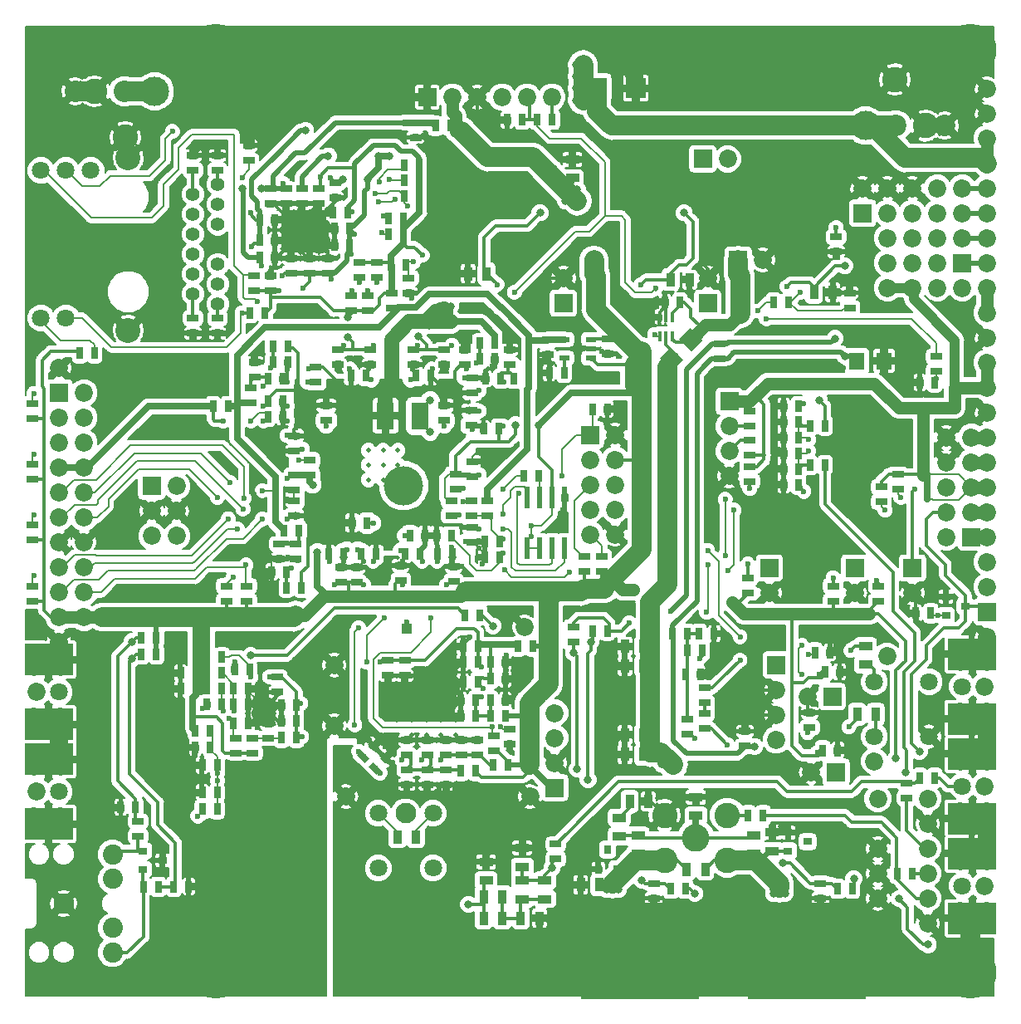
<source format=gbl>
G04 #@! TF.GenerationSoftware,KiCad,Pcbnew,5.0.2-bee76a0~70~ubuntu16.04.1*
G04 #@! TF.CreationDate,2019-02-17T19:23:45-08:00*
G04 #@! TF.ProjectId,hermeslite,6865726d-6573-46c6-9974-652e6b696361,2.0-build8*
G04 #@! TF.SameCoordinates,PX42c1d80PY2625a00*
G04 #@! TF.FileFunction,Copper,L4,Bot*
G04 #@! TF.FilePolarity,Positive*
%FSLAX46Y46*%
G04 Gerber Fmt 4.6, Leading zero omitted, Abs format (unit mm)*
G04 Created by KiCad (PCBNEW 5.0.2-bee76a0~70~ubuntu16.04.1) date Sun 17 Feb 2019 07:23:45 PM PST*
%MOMM*%
%LPD*%
G01*
G04 APERTURE LIST*
G04 #@! TA.AperFunction,ComponentPad*
%ADD10C,0.500000*%
G04 #@! TD*
G04 #@! TA.AperFunction,ComponentPad*
%ADD11C,2.300000*%
G04 #@! TD*
G04 #@! TA.AperFunction,ComponentPad*
%ADD12O,0.700000X1.400000*%
G04 #@! TD*
G04 #@! TA.AperFunction,SMDPad,CuDef*
%ADD13R,12.000000X9.900000*%
G04 #@! TD*
G04 #@! TA.AperFunction,ComponentPad*
%ADD14C,4.000000*%
G04 #@! TD*
G04 #@! TA.AperFunction,ComponentPad*
%ADD15C,1.850000*%
G04 #@! TD*
G04 #@! TA.AperFunction,ComponentPad*
%ADD16C,1.800000*%
G04 #@! TD*
G04 #@! TA.AperFunction,SMDPad,CuDef*
%ADD17R,5.000000X3.300000*%
G04 #@! TD*
G04 #@! TA.AperFunction,SMDPad,CuDef*
%ADD18R,0.635000X1.143000*%
G04 #@! TD*
G04 #@! TA.AperFunction,ComponentPad*
%ADD19C,0.800000*%
G04 #@! TD*
G04 #@! TA.AperFunction,SMDPad,CuDef*
%ADD20C,1.600000*%
G04 #@! TD*
G04 #@! TA.AperFunction,Conductor*
%ADD21C,0.100000*%
G04 #@! TD*
G04 #@! TA.AperFunction,ComponentPad*
%ADD22C,1.700000*%
G04 #@! TD*
G04 #@! TA.AperFunction,ComponentPad*
%ADD23C,3.000000*%
G04 #@! TD*
G04 #@! TA.AperFunction,ComponentPad*
%ADD24C,2.500000*%
G04 #@! TD*
G04 #@! TA.AperFunction,SMDPad,CuDef*
%ADD25R,1.143000X0.635000*%
G04 #@! TD*
G04 #@! TA.AperFunction,ComponentPad*
%ADD26R,1.850000X1.850000*%
G04 #@! TD*
G04 #@! TA.AperFunction,SMDPad,CuDef*
%ADD27R,0.889000X1.397000*%
G04 #@! TD*
G04 #@! TA.AperFunction,SMDPad,CuDef*
%ADD28R,1.600000X1.800000*%
G04 #@! TD*
G04 #@! TA.AperFunction,SMDPad,CuDef*
%ADD29R,1.397000X0.889000*%
G04 #@! TD*
G04 #@! TA.AperFunction,SMDPad,CuDef*
%ADD30C,0.635000*%
G04 #@! TD*
G04 #@! TA.AperFunction,SMDPad,CuDef*
%ADD31R,1.050000X0.600000*%
G04 #@! TD*
G04 #@! TA.AperFunction,SMDPad,CuDef*
%ADD32R,1.778000X2.794000*%
G04 #@! TD*
G04 #@! TA.AperFunction,SMDPad,CuDef*
%ADD33R,0.600000X2.200000*%
G04 #@! TD*
G04 #@! TA.AperFunction,ComponentPad*
%ADD34C,1.400000*%
G04 #@! TD*
G04 #@! TA.AperFunction,ComponentPad*
%ADD35C,2.540000*%
G04 #@! TD*
G04 #@! TA.AperFunction,ComponentPad*
%ADD36C,2.000000*%
G04 #@! TD*
G04 #@! TA.AperFunction,SMDPad,CuDef*
%ADD37R,0.900000X0.800000*%
G04 #@! TD*
G04 #@! TA.AperFunction,SMDPad,CuDef*
%ADD38R,0.800000X0.900000*%
G04 #@! TD*
G04 #@! TA.AperFunction,SMDPad,CuDef*
%ADD39R,2.000000X2.100000*%
G04 #@! TD*
G04 #@! TA.AperFunction,SMDPad,CuDef*
%ADD40R,1.000000X1.000000*%
G04 #@! TD*
G04 #@! TA.AperFunction,SMDPad,CuDef*
%ADD41R,0.400000X1.000000*%
G04 #@! TD*
G04 #@! TA.AperFunction,ComponentPad*
%ADD42C,5.300000*%
G04 #@! TD*
G04 #@! TA.AperFunction,ComponentPad*
%ADD43C,2.100000*%
G04 #@! TD*
G04 #@! TA.AperFunction,ComponentPad*
%ADD44C,2.600000*%
G04 #@! TD*
G04 #@! TA.AperFunction,ComponentPad*
%ADD45C,2.800000*%
G04 #@! TD*
G04 #@! TA.AperFunction,ComponentPad*
%ADD46C,2.200000*%
G04 #@! TD*
G04 #@! TA.AperFunction,ComponentPad*
%ADD47C,2.050000*%
G04 #@! TD*
G04 #@! TA.AperFunction,ViaPad*
%ADD48C,0.600000*%
G04 #@! TD*
G04 #@! TA.AperFunction,ViaPad*
%ADD49C,0.800000*%
G04 #@! TD*
G04 #@! TA.AperFunction,ViaPad*
%ADD50C,0.600000*%
G04 #@! TD*
G04 #@! TA.AperFunction,ViaPad*
%ADD51C,0.600000*%
G04 #@! TD*
G04 #@! TA.AperFunction,ViaPad*
%ADD52C,0.600000*%
G04 #@! TD*
G04 #@! TA.AperFunction,Conductor*
%ADD53C,0.350000*%
G04 #@! TD*
G04 #@! TA.AperFunction,Conductor*
%ADD54C,0.700000*%
G04 #@! TD*
G04 #@! TA.AperFunction,Conductor*
%ADD55C,0.500000*%
G04 #@! TD*
G04 #@! TA.AperFunction,Conductor*
%ADD56C,0.200000*%
G04 #@! TD*
G04 #@! TA.AperFunction,Conductor*
%ADD57C,1.500000*%
G04 #@! TD*
G04 #@! TA.AperFunction,Conductor*
%ADD58C,0.300000*%
G04 #@! TD*
G04 #@! TA.AperFunction,Conductor*
%ADD59C,1.250000*%
G04 #@! TD*
G04 #@! TA.AperFunction,Conductor*
%ADD60C,2.000000*%
G04 #@! TD*
G04 #@! TA.AperFunction,Conductor*
%ADD61C,1.000000*%
G04 #@! TD*
G04 #@! TA.AperFunction,Conductor*
%ADD62C,0.180000*%
G04 #@! TD*
G04 APERTURE END LIST*
D10*
G04 #@! TO.P,U4,49*
G04 #@! TO.N,GND*
X27216525Y-20615000D03*
X27216525Y-23415000D03*
D11*
X30616525Y-22615000D03*
D10*
X30016525Y-20615000D03*
X31416525Y-20615000D03*
X28616525Y-19215000D03*
X30016525Y-19215000D03*
X28616525Y-22015000D03*
X28616525Y-23415000D03*
X31416525Y-19215000D03*
X27216525Y-19215000D03*
X28616525Y-20615000D03*
X27216525Y-22015000D03*
G04 #@! TD*
D12*
G04 #@! TO.P,Q3,2*
G04 #@! TO.N,GND*
X80300000Y-92600000D03*
D10*
X85000000Y-98000000D03*
X80300000Y-94500000D03*
X81000000Y-95000000D03*
X79600000Y-95000000D03*
X80300000Y-95500000D03*
X80300000Y-96500000D03*
X79600000Y-96000000D03*
X81000000Y-96000000D03*
X80300000Y-97500000D03*
X79600000Y-97000000D03*
X81000000Y-97000000D03*
X80300000Y-98500000D03*
D13*
X80300000Y-94850000D03*
D10*
X84000000Y-98000000D03*
X83000000Y-98000000D03*
X82000000Y-98000000D03*
X81000000Y-98000000D03*
X81000000Y-99000000D03*
X82000000Y-99000000D03*
X83000000Y-99000000D03*
X84000000Y-99000000D03*
X85000000Y-99000000D03*
X79600000Y-99000000D03*
X78600000Y-99000000D03*
X77600000Y-99000000D03*
X76600000Y-99000000D03*
X75600000Y-99000000D03*
X75600000Y-98000000D03*
X76600000Y-98000000D03*
X77600000Y-98000000D03*
X78600000Y-98000000D03*
X79600000Y-98000000D03*
G04 #@! TD*
D12*
G04 #@! TO.P,Q4,2*
G04 #@! TO.N,GND*
X63300000Y-92600000D03*
D10*
X68000000Y-98000000D03*
X63300000Y-94500000D03*
X64000000Y-95000000D03*
X62600000Y-95000000D03*
X63300000Y-95500000D03*
X63300000Y-96500000D03*
X62600000Y-96000000D03*
X64000000Y-96000000D03*
X63300000Y-97500000D03*
X62600000Y-97000000D03*
X64000000Y-97000000D03*
X63300000Y-98500000D03*
D13*
X63300000Y-94850000D03*
D10*
X67000000Y-98000000D03*
X66000000Y-98000000D03*
X65000000Y-98000000D03*
X64000000Y-98000000D03*
X64000000Y-99000000D03*
X65000000Y-99000000D03*
X66000000Y-99000000D03*
X67000000Y-99000000D03*
X68000000Y-99000000D03*
X62600000Y-99000000D03*
X61600000Y-99000000D03*
X60600000Y-99000000D03*
X59600000Y-99000000D03*
X58600000Y-99000000D03*
X58600000Y-98000000D03*
X59600000Y-98000000D03*
X60600000Y-98000000D03*
X61600000Y-98000000D03*
X62600000Y-98000000D03*
G04 #@! TD*
G04 #@! TO.P,U2,145*
G04 #@! TO.N,GND*
X35600000Y-46800000D03*
D14*
X39200000Y-47400000D03*
D10*
X37100000Y-43800000D03*
X35600000Y-43800000D03*
X38600000Y-45300000D03*
X35600000Y-45300000D03*
X37100000Y-45300000D03*
X37100000Y-46800000D03*
X38600000Y-43800000D03*
G04 #@! TD*
D15*
G04 #@! TO.P,RF2,2*
G04 #@! TO.N,GND*
X98700000Y-83120000D03*
D16*
G04 #@! TO.P,RF2,1*
G04 #@! TO.N,Net-(J14-Pad1)*
X96160000Y-88200000D03*
D15*
G04 #@! TO.P,RF2,2*
G04 #@! TO.N,GND*
X96005000Y-85660000D03*
X96005000Y-90740000D03*
X98700000Y-90740000D03*
X98700000Y-85660000D03*
G04 #@! TO.P,RF2,1*
G04 #@! TO.N,Net-(J14-Pad1)*
X98415000Y-88200000D03*
D17*
G04 #@! TO.P,RF2,2*
G04 #@! TO.N,GND*
X97200000Y-91500000D03*
X97200000Y-84900000D03*
G04 #@! TD*
D15*
G04 #@! TO.P,RF3,2*
G04 #@! TO.N,GND*
X98700000Y-72960000D03*
D16*
G04 #@! TO.P,RF3,1*
G04 #@! TO.N,Net-(J21-Pad2)*
X96160000Y-78040000D03*
D15*
G04 #@! TO.P,RF3,2*
G04 #@! TO.N,GND*
X96005000Y-75500000D03*
X96005000Y-80580000D03*
X98700000Y-80580000D03*
X98700000Y-75500000D03*
G04 #@! TO.P,RF3,1*
G04 #@! TO.N,Net-(J21-Pad2)*
X98415000Y-78040000D03*
D17*
G04 #@! TO.P,RF3,2*
G04 #@! TO.N,GND*
X97200000Y-81340000D03*
X97200000Y-74740000D03*
G04 #@! TD*
D15*
G04 #@! TO.P,RF1,2*
G04 #@! TO.N,GND*
X98700000Y-62800000D03*
D16*
G04 #@! TO.P,RF1,1*
G04 #@! TO.N,Net-(RF1-Pad1)*
X96160000Y-67880000D03*
D15*
G04 #@! TO.P,RF1,2*
G04 #@! TO.N,GND*
X96005000Y-65340000D03*
X96005000Y-70420000D03*
X98700000Y-70420000D03*
X98700000Y-65340000D03*
G04 #@! TO.P,RF1,1*
G04 #@! TO.N,Net-(RF1-Pad1)*
X98415000Y-67880000D03*
D17*
G04 #@! TO.P,RF1,2*
G04 #@! TO.N,GND*
X97200000Y-71180000D03*
X97200000Y-64580000D03*
G04 #@! TD*
D16*
G04 #@! TO.P,CL2,1*
G04 #@! TO.N,Net-(CL2-Pad1)*
X4040000Y-68440000D03*
D15*
G04 #@! TO.P,CL2,2*
G04 #@! TO.N,GND*
X4195000Y-70980000D03*
X4195000Y-65900000D03*
X1500000Y-65900000D03*
X1500000Y-70980000D03*
G04 #@! TO.P,CL2,1*
G04 #@! TO.N,Net-(CL2-Pad1)*
X1785000Y-68440000D03*
D17*
G04 #@! TO.P,CL2,2*
G04 #@! TO.N,GND*
X3000000Y-65140000D03*
X3000000Y-71740000D03*
D15*
X4040000Y-63360000D03*
G04 #@! TD*
D16*
G04 #@! TO.P,CL1,1*
G04 #@! TO.N,Net-(CL1-Pad1)*
X4040000Y-78600000D03*
D15*
G04 #@! TO.P,CL1,2*
G04 #@! TO.N,GND*
X4195000Y-81140000D03*
X4195000Y-76060000D03*
X1500000Y-76060000D03*
X1500000Y-81140000D03*
G04 #@! TO.P,CL1,1*
G04 #@! TO.N,Net-(CL1-Pad1)*
X1785000Y-78600000D03*
D17*
G04 #@! TO.P,CL1,2*
G04 #@! TO.N,GND*
X3000000Y-75300000D03*
X3000000Y-81900000D03*
D15*
X4040000Y-73520000D03*
G04 #@! TD*
D18*
G04 #@! TO.P,C91,1*
G04 #@! TO.N,Net-(C91-Pad1)*
X79462000Y-45700000D03*
G04 #@! TO.P,C91,2*
G04 #@! TO.N,GND*
X77938000Y-45700000D03*
G04 #@! TD*
D19*
G04 #@! TO.P,GT1,1*
G04 #@! TO.N,GND*
X20400000Y-35900000D03*
G04 #@! TD*
D20*
G04 #@! TO.P,R123,1*
G04 #@! TO.N,+VPA*
X68489949Y-32510051D03*
D21*
G04 #@! TD*
G04 #@! TO.N,+VPA*
G04 #@! TO.C,R123*
G36*
X68419238Y-31307969D02*
X69692031Y-32580762D01*
X68560660Y-33712133D01*
X67287867Y-32439340D01*
X68419238Y-31307969D01*
X68419238Y-31307969D01*
G37*
D20*
G04 #@! TO.P,R123,2*
G04 #@! TO.N,Net-(B100-Pad2)*
X66510051Y-34489949D03*
D21*
G04 #@! TD*
G04 #@! TO.N,Net-(B100-Pad2)*
G04 #@! TO.C,R123*
G36*
X66439340Y-33287867D02*
X67712133Y-34560660D01*
X66580762Y-35692031D01*
X65307969Y-34419238D01*
X66439340Y-33287867D01*
X66439340Y-33287867D01*
G37*
D22*
G04 #@! TO.P,U6,25*
G04 #@! TO.N,GND*
X24555000Y-70620715D03*
D10*
X26055000Y-71120715D03*
X26055000Y-69120715D03*
X26055000Y-70220715D03*
X24955000Y-69120715D03*
X24055000Y-69120715D03*
X25555000Y-69620715D03*
G04 #@! TD*
D23*
G04 #@! TO.P,U7,65*
G04 #@! TO.N,GND*
X43500000Y-67800000D03*
D10*
X44500000Y-72800000D03*
X44500000Y-71300000D03*
X43000000Y-72800000D03*
X43000000Y-71300000D03*
X38500000Y-72800000D03*
X40000000Y-72800000D03*
X40000000Y-66800000D03*
X38500000Y-66800000D03*
X38500000Y-68300000D03*
X40000000Y-68300000D03*
X40000000Y-71300000D03*
X38500000Y-71300000D03*
X38500000Y-69800000D03*
X40000000Y-69800000D03*
X44500000Y-69800000D03*
X43000000Y-69800000D03*
X41500000Y-66800000D03*
X41500000Y-68300000D03*
X41500000Y-72800000D03*
X41500000Y-71300000D03*
X41500000Y-69800000D03*
G04 #@! TD*
G04 #@! TO.P,U9,4*
G04 #@! TO.N,GND*
X71395000Y-70325000D03*
X74395000Y-70325000D03*
X71395000Y-68825000D03*
D22*
X74700000Y-68950000D03*
D10*
X72895000Y-70325000D03*
X72895000Y-68825000D03*
G04 #@! TD*
G04 #@! TO.P,U16,9*
G04 #@! TO.N,GND*
X52500000Y-23750000D03*
D24*
X49500000Y-23750000D03*
D10*
X51500000Y-23750000D03*
G04 #@! TD*
G04 #@! TO.P,U3,9*
G04 #@! TO.N,GND*
X67200000Y-23750000D03*
D24*
X64200000Y-23750000D03*
D10*
X66200000Y-23750000D03*
G04 #@! TD*
G04 #@! TO.P,U8,9*
G04 #@! TO.N,GND*
X81900000Y-23750000D03*
D24*
X78900000Y-23750000D03*
D10*
X80900000Y-23750000D03*
G04 #@! TD*
D25*
G04 #@! TO.P,R119,1*
G04 #@! TO.N,Net-(C80-Pad1)*
X74300000Y-56838000D03*
G04 #@! TO.P,R119,2*
G04 #@! TO.N,+3V3*
X74300000Y-58362000D03*
G04 #@! TD*
G04 #@! TO.P,R118,1*
G04 #@! TO.N,Net-(C79-Pad1)*
X83000000Y-57638000D03*
G04 #@! TO.P,R118,2*
G04 #@! TO.N,+3V3*
X83000000Y-59162000D03*
G04 #@! TD*
G04 #@! TO.P,R117,1*
G04 #@! TO.N,Net-(C47-Pad1)*
X87600000Y-57638000D03*
G04 #@! TO.P,R117,2*
G04 #@! TO.N,+3V3*
X87600000Y-59162000D03*
G04 #@! TD*
D26*
G04 #@! TO.P,CN10,1*
G04 #@! TO.N,Net-(CL10-Pad1)*
X76500000Y-55800000D03*
D15*
G04 #@! TO.P,CN10,2*
G04 #@! TO.N,GND*
X76500000Y-58340000D03*
G04 #@! TD*
D26*
G04 #@! TO.P,CN9,1*
G04 #@! TO.N,Net-(CN9-Pad1)*
X85200000Y-55800000D03*
D15*
G04 #@! TO.P,CN9,2*
G04 #@! TO.N,GND*
X85200000Y-58340000D03*
G04 #@! TD*
D26*
G04 #@! TO.P,CN8,1*
G04 #@! TO.N,/Input Output/CN8*
X91100000Y-55800000D03*
D15*
G04 #@! TO.P,CN8,2*
G04 #@! TO.N,GND*
X91100000Y-58340000D03*
G04 #@! TD*
D18*
G04 #@! TO.P,R115,1*
G04 #@! TO.N,GND*
X77938000Y-47300000D03*
G04 #@! TO.P,R115,2*
G04 #@! TO.N,Net-(C83-Pad1)*
X79462000Y-47300000D03*
G04 #@! TD*
G04 #@! TO.P,R112,1*
G04 #@! TO.N,GND*
X77938000Y-44100000D03*
G04 #@! TO.P,R112,2*
G04 #@! TO.N,Net-(C91-Pad1)*
X79462000Y-44100000D03*
G04 #@! TD*
G04 #@! TO.P,R109,1*
G04 #@! TO.N,GND*
X77938000Y-42500000D03*
G04 #@! TO.P,R109,2*
G04 #@! TO.N,Net-(C90-Pad1)*
X79462000Y-42500000D03*
G04 #@! TD*
G04 #@! TO.P,R108,1*
G04 #@! TO.N,Net-(C90-Pad1)*
X80638000Y-41300000D03*
G04 #@! TO.P,R108,2*
G04 #@! TO.N,Vipa*
X82162000Y-41300000D03*
G04 #@! TD*
G04 #@! TO.P,R104,1*
G04 #@! TO.N,GND*
X77938000Y-39300000D03*
G04 #@! TO.P,R104,2*
G04 #@! TO.N,Net-(C82-Pad1)*
X79462000Y-39300000D03*
G04 #@! TD*
G04 #@! TO.P,C90,1*
G04 #@! TO.N,Net-(C90-Pad1)*
X79462000Y-40900000D03*
G04 #@! TO.P,C90,2*
G04 #@! TO.N,GND*
X77938000Y-40900000D03*
G04 #@! TD*
D25*
G04 #@! TO.P,R107,1*
G04 #@! TO.N,Net-(DB17-Pad3)*
X74500000Y-42788000D03*
G04 #@! TO.P,R107,2*
G04 #@! TO.N,+3V3*
X74500000Y-44312000D03*
G04 #@! TD*
G04 #@! TO.P,R106,1*
G04 #@! TO.N,Net-(DB17-Pad2)*
X74500000Y-41362000D03*
G04 #@! TO.P,R106,2*
G04 #@! TO.N,+3V3*
X74500000Y-39838000D03*
G04 #@! TD*
D26*
G04 #@! TO.P,DB17,1*
G04 #@! TO.N,+3V3*
X72400000Y-38800000D03*
D15*
G04 #@! TO.P,DB17,2*
G04 #@! TO.N,Net-(DB17-Pad2)*
X72400000Y-41340000D03*
G04 #@! TO.P,DB17,3*
G04 #@! TO.N,Net-(DB17-Pad3)*
X72400000Y-43880000D03*
G04 #@! TO.P,DB17,4*
G04 #@! TO.N,GND*
X72400000Y-46420000D03*
G04 #@! TD*
D25*
G04 #@! TO.P,R53,1*
G04 #@! TO.N,SDA2*
X87900000Y-49062000D03*
G04 #@! TO.P,R53,2*
G04 #@! TO.N,+3V3*
X87900000Y-47538000D03*
G04 #@! TD*
G04 #@! TO.P,R48,1*
G04 #@! TO.N,SCL2*
X89600000Y-47762000D03*
G04 #@! TO.P,R48,2*
G04 #@! TO.N,+3V3*
X89600000Y-46238000D03*
G04 #@! TD*
G04 #@! TO.P,B111,1*
G04 #@! TO.N,GND*
X74000000Y-72438000D03*
G04 #@! TO.P,B111,2*
G04 #@! TO.N,+VOP*
X74000000Y-73962000D03*
G04 #@! TD*
D27*
G04 #@! TO.P,C147,1*
G04 #@! TO.N,Net-(B100-Pad2)*
X63652500Y-74800000D03*
G04 #@! TO.P,C147,2*
G04 #@! TO.N,GND*
X61747500Y-74800000D03*
G04 #@! TD*
G04 #@! TO.P,C146,1*
G04 #@! TO.N,Net-(B100-Pad2)*
X63652500Y-65800000D03*
G04 #@! TO.P,C146,2*
G04 #@! TO.N,GND*
X61747500Y-65800000D03*
G04 #@! TD*
G04 #@! TO.P,C145,1*
G04 #@! TO.N,Net-(B100-Pad2)*
X63652500Y-72800000D03*
G04 #@! TO.P,C145,2*
G04 #@! TO.N,GND*
X61747500Y-72800000D03*
G04 #@! TD*
G04 #@! TO.P,C144,1*
G04 #@! TO.N,Net-(B100-Pad2)*
X63652500Y-63800000D03*
G04 #@! TO.P,C144,2*
G04 #@! TO.N,GND*
X61747500Y-63800000D03*
G04 #@! TD*
D18*
G04 #@! TO.P,R68,1*
G04 #@! TO.N,/RF Frontend/Vop/2*
X68162000Y-62500000D03*
G04 #@! TO.P,R68,2*
G04 #@! TO.N,+VOP*
X66638000Y-62500000D03*
G04 #@! TD*
G04 #@! TO.P,R67,1*
G04 #@! TO.N,GND*
X70862000Y-62500000D03*
G04 #@! TO.P,R67,2*
G04 #@! TO.N,/RF Frontend/Vop/2*
X69338000Y-62500000D03*
G04 #@! TD*
G04 #@! TO.P,B80,1*
G04 #@! TO.N,GND*
X69462000Y-66600000D03*
G04 #@! TO.P,B80,2*
G04 #@! TO.N,/RF Frontend/Vop/2*
X67938000Y-66600000D03*
G04 #@! TD*
D28*
G04 #@! TO.P,C43,1*
G04 #@! TO.N,+VOP*
X85400000Y-34700000D03*
G04 #@! TO.P,C43,2*
G04 #@! TO.N,GND*
X88200000Y-34700000D03*
G04 #@! TD*
D26*
G04 #@! TO.P,DB27,1*
G04 #@! TO.N,VSUP*
X86000000Y-19620000D03*
D15*
G04 #@! TO.P,DB27,2*
G04 #@! TO.N,GND*
X86000000Y-17080000D03*
G04 #@! TD*
D26*
G04 #@! TO.P,DB14,1*
G04 #@! TO.N,+VPA*
X73300000Y-24400000D03*
D15*
G04 #@! TO.P,DB14,2*
G04 #@! TO.N,GND*
X75840000Y-24400000D03*
G04 #@! TD*
D27*
G04 #@! TO.P,C34,1*
G04 #@! TO.N,VSUP*
X81047500Y-27700000D03*
G04 #@! TO.P,C34,2*
G04 #@! TO.N,GND*
X82952500Y-27700000D03*
G04 #@! TD*
D26*
G04 #@! TO.P,DB11,1*
G04 #@! TO.N,Net-(DB11-Pad1)*
X55500000Y-28800000D03*
D15*
G04 #@! TO.P,DB11,2*
G04 #@! TO.N,GND*
X55500000Y-26260000D03*
G04 #@! TD*
D26*
G04 #@! TO.P,DB8,1*
G04 #@! TO.N,Net-(DB8-Pad1)*
X70200000Y-28800000D03*
D15*
G04 #@! TO.P,DB8,2*
G04 #@! TO.N,GND*
X70200000Y-26260000D03*
G04 #@! TD*
D27*
G04 #@! TO.P,R61,1*
G04 #@! TO.N,Net-(DB25-Pad1)*
X87352500Y-70700000D03*
G04 #@! TO.P,R61,2*
G04 #@! TO.N,Net-(R61-Pad2)*
X85447500Y-70700000D03*
G04 #@! TD*
D26*
G04 #@! TO.P,DB23,1*
G04 #@! TO.N,TXPAn*
X83300000Y-76600000D03*
D15*
G04 #@! TO.P,DB23,2*
G04 #@! TO.N,GND*
X80760000Y-76600000D03*
G04 #@! TD*
D26*
G04 #@! TO.P,DB20,1*
G04 #@! TO.N,TXPAp*
X82900000Y-68900000D03*
D15*
G04 #@! TO.P,DB20,2*
G04 #@! TO.N,GND*
X80360000Y-68900000D03*
G04 #@! TD*
D29*
G04 #@! TO.P,R54,1*
G04 #@! TO.N,Net-(DB21-Pad1)*
X86300000Y-65652500D03*
G04 #@! TO.P,R54,2*
G04 #@! TO.N,Net-(R54-Pad2)*
X86300000Y-63747500D03*
G04 #@! TD*
D25*
G04 #@! TO.P,B81,1*
G04 #@! TO.N,Net-(B81-Pad1)*
X54700000Y-83938000D03*
G04 #@! TO.P,B81,2*
G04 #@! TO.N,Net-(B81-Pad2)*
X54700000Y-85462000D03*
G04 #@! TD*
D29*
G04 #@! TO.P,L11,1*
G04 #@! TO.N,Net-(C53-Pad1)*
X53600000Y-89552500D03*
G04 #@! TO.P,L11,2*
G04 #@! TO.N,Net-(B81-Pad2)*
X53600000Y-87647500D03*
G04 #@! TD*
D27*
G04 #@! TO.P,L10,1*
G04 #@! TO.N,Net-(C53-Pad2)*
X47347500Y-91500000D03*
G04 #@! TO.P,L10,2*
G04 #@! TO.N,Net-(C53-Pad1)*
X49252500Y-91500000D03*
G04 #@! TD*
D29*
G04 #@! TO.P,C57,1*
G04 #@! TO.N,Net-(B81-Pad2)*
X51300000Y-86252500D03*
G04 #@! TO.P,C57,2*
G04 #@! TO.N,GND*
X51300000Y-84347500D03*
G04 #@! TD*
D27*
G04 #@! TO.P,C56,1*
G04 #@! TO.N,Net-(C53-Pad1)*
X51147500Y-91500000D03*
G04 #@! TO.P,C56,2*
G04 #@! TO.N,GND*
X53052500Y-91500000D03*
G04 #@! TD*
D29*
G04 #@! TO.P,C55,1*
G04 #@! TO.N,Net-(C53-Pad2)*
X47600000Y-87652500D03*
G04 #@! TO.P,C55,2*
G04 #@! TO.N,GND*
X47600000Y-85747500D03*
G04 #@! TD*
G04 #@! TO.P,C54,1*
G04 #@! TO.N,Net-(B81-Pad2)*
X51300000Y-87647500D03*
G04 #@! TO.P,C54,2*
G04 #@! TO.N,Net-(C53-Pad1)*
X51300000Y-89552500D03*
G04 #@! TD*
D27*
G04 #@! TO.P,C53,1*
G04 #@! TO.N,Net-(C53-Pad1)*
X49252500Y-89300000D03*
G04 #@! TO.P,C53,2*
G04 #@! TO.N,Net-(C53-Pad2)*
X47347500Y-89300000D03*
G04 #@! TD*
D26*
G04 #@! TO.P,DB3,1*
G04 #@! TO.N,+3V3*
X54600000Y-78200000D03*
D15*
G04 #@! TO.P,DB3,2*
G04 #@! TO.N,GND*
X54600000Y-75660000D03*
G04 #@! TO.P,DB3,3*
G04 #@! TO.N,Net-(C49-Pad2)*
X54600000Y-73120000D03*
G04 #@! TO.P,DB3,4*
G04 #@! TO.N,Net-(C49-Pad1)*
X54600000Y-70580000D03*
G04 #@! TD*
D18*
G04 #@! TO.P,B98,1*
G04 #@! TO.N,Net-(B98-Pad1)*
X75862000Y-81000000D03*
G04 #@! TO.P,B98,2*
G04 #@! TO.N,Net-(B55-Pad1)*
X74338000Y-81000000D03*
G04 #@! TD*
D29*
G04 #@! TO.P,R96,1*
G04 #@! TO.N,Net-(B105-Pad1)*
X63100000Y-84952500D03*
G04 #@! TO.P,R96,2*
G04 #@! TO.N,Net-(B100-Pad2)*
X63100000Y-83047500D03*
G04 #@! TD*
G04 #@! TO.P,R93,1*
G04 #@! TO.N,Net-(B100-Pad2)*
X74900000Y-83047500D03*
G04 #@! TO.P,R93,2*
G04 #@! TO.N,Net-(B97-Pad1)*
X74900000Y-84952500D03*
G04 #@! TD*
D27*
G04 #@! TO.P,C149,1*
G04 #@! TO.N,Net-(B105-Pad1)*
X59152500Y-88100000D03*
G04 #@! TO.P,C149,2*
G04 #@! TO.N,GND*
X57247500Y-88100000D03*
G04 #@! TD*
D29*
G04 #@! TO.P,C148,1*
G04 #@! TO.N,Net-(B97-Pad1)*
X76800000Y-84652500D03*
G04 #@! TO.P,C148,2*
G04 #@! TO.N,GND*
X76800000Y-82747500D03*
G04 #@! TD*
D25*
G04 #@! TO.P,B107,1*
G04 #@! TO.N,GND*
X64700000Y-89462000D03*
G04 #@! TO.P,B107,2*
G04 #@! TO.N,/PA/bias1*
X64700000Y-87938000D03*
G04 #@! TD*
G04 #@! TO.P,B104,1*
G04 #@! TO.N,GND*
X81700000Y-89462000D03*
G04 #@! TO.P,B104,2*
G04 #@! TO.N,/PA/bias0*
X81700000Y-87938000D03*
G04 #@! TD*
D26*
G04 #@! TO.P,DB2,1*
G04 #@! TO.N,Net-(B70-Pad2)*
X77200000Y-65700000D03*
D15*
G04 #@! TO.P,DB2,2*
G04 #@! TO.N,GND*
X77200000Y-68240000D03*
G04 #@! TO.P,DB2,3*
X77200000Y-70780000D03*
G04 #@! TO.P,DB2,4*
G04 #@! TO.N,Net-(B77-Pad2)*
X77200000Y-73320000D03*
G04 #@! TD*
D25*
G04 #@! TO.P,R65,1*
G04 #@! TO.N,Net-(B78-Pad1)*
X68100000Y-72762000D03*
G04 #@! TO.P,R65,2*
G04 #@! TO.N,/RF Frontend/Vop/2*
X68100000Y-71238000D03*
G04 #@! TD*
G04 #@! TO.P,R55,1*
G04 #@! TO.N,Net-(B75-Pad2)*
X69900000Y-69562000D03*
G04 #@! TO.P,R55,2*
G04 #@! TO.N,Net-(R55-Pad2)*
X69900000Y-68038000D03*
G04 #@! TD*
D18*
G04 #@! TO.P,R49,1*
G04 #@! TO.N,/RF Frontend/Vop/2*
X68138000Y-64200000D03*
G04 #@! TO.P,R49,2*
G04 #@! TO.N,Net-(B68-Pad1)*
X69662000Y-64200000D03*
G04 #@! TD*
D25*
G04 #@! TO.P,B75,1*
G04 #@! TO.N,Net-(B75-Pad1)*
X69900000Y-72162000D03*
G04 #@! TO.P,B75,2*
G04 #@! TO.N,Net-(B75-Pad2)*
X69900000Y-70638000D03*
G04 #@! TD*
D18*
G04 #@! TO.P,J22,1*
G04 #@! TO.N,RFFE_CLK*
X45438000Y-60600000D03*
G04 #@! TO.P,J22,2*
G04 #@! TO.N,Net-(C58-Pad1)*
X46962000Y-60600000D03*
G04 #@! TD*
D25*
G04 #@! TO.P,J9,1*
G04 #@! TO.N,GND*
X50000000Y-73762000D03*
G04 #@! TO.P,J9,2*
G04 #@! TO.N,Net-(J9-Pad2)*
X50000000Y-72238000D03*
G04 #@! TD*
D30*
G04 #@! TO.P,B74,1*
G04 #@! TO.N,Net-(B73-Pad2)*
X35061185Y-75038815D03*
D21*
G04 #@! TD*
G04 #@! TO.N,Net-(B73-Pad2)*
G04 #@! TO.C,B74*
G36*
X35240790Y-75667433D02*
X34432567Y-74859210D01*
X34881580Y-74410197D01*
X35689803Y-75218420D01*
X35240790Y-75667433D01*
X35240790Y-75667433D01*
G37*
D30*
G04 #@! TO.P,B74,2*
G04 #@! TO.N,GND*
X36138815Y-73961185D03*
D21*
G04 #@! TD*
G04 #@! TO.N,GND*
G04 #@! TO.C,B74*
G36*
X36318420Y-74589803D02*
X35510197Y-73781580D01*
X35959210Y-73332567D01*
X36767433Y-74140790D01*
X36318420Y-74589803D01*
X36318420Y-74589803D01*
G37*
D30*
G04 #@! TO.P,B72,1*
G04 #@! TO.N,Net-(B72-Pad1)*
X36261185Y-76238815D03*
D21*
G04 #@! TD*
G04 #@! TO.N,Net-(B72-Pad1)*
G04 #@! TO.C,B72*
G36*
X36440790Y-76867433D02*
X35632567Y-76059210D01*
X36081580Y-75610197D01*
X36889803Y-76418420D01*
X36440790Y-76867433D01*
X36440790Y-76867433D01*
G37*
D30*
G04 #@! TO.P,B72,2*
G04 #@! TO.N,GND*
X37338815Y-75161185D03*
D21*
G04 #@! TD*
G04 #@! TO.N,GND*
G04 #@! TO.C,B72*
G36*
X37518420Y-75789803D02*
X36710197Y-74981580D01*
X37159210Y-74532567D01*
X37967433Y-75340790D01*
X37518420Y-75789803D01*
X37518420Y-75789803D01*
G37*
D18*
G04 #@! TO.P,FB20,1*
G04 #@! TO.N,Net-(B90-Pad1)*
X50838000Y-63800000D03*
G04 #@! TO.P,FB20,2*
G04 #@! TO.N,+3V3*
X52362000Y-63800000D03*
G04 #@! TD*
G04 #@! TO.P,FB19,1*
G04 #@! TO.N,+3V3*
X49562000Y-70900000D03*
G04 #@! TO.P,FB19,2*
G04 #@! TO.N,Net-(B89-Pad1)*
X48038000Y-70900000D03*
G04 #@! TD*
G04 #@! TO.P,FB18,1*
G04 #@! TO.N,+3V3*
X49862000Y-75900000D03*
G04 #@! TO.P,FB18,2*
G04 #@! TO.N,Net-(B88-Pad1)*
X48338000Y-75900000D03*
G04 #@! TD*
G04 #@! TO.P,FB17,1*
G04 #@! TO.N,Net-(B86-Pad1)*
X45038000Y-76500000D03*
G04 #@! TO.P,FB17,2*
G04 #@! TO.N,+3V3*
X46562000Y-76500000D03*
G04 #@! TD*
G04 #@! TO.P,C70,1*
G04 #@! TO.N,Net-(B90-Pad1)*
X48038000Y-65400000D03*
G04 #@! TO.P,C70,2*
G04 #@! TO.N,GND*
X49562000Y-65400000D03*
G04 #@! TD*
G04 #@! TO.P,C69,1*
G04 #@! TO.N,Net-(B90-Pad1)*
X46762000Y-63800000D03*
G04 #@! TO.P,C69,2*
G04 #@! TO.N,GND*
X45238000Y-63800000D03*
G04 #@! TD*
D25*
G04 #@! TO.P,C67,1*
G04 #@! TO.N,Net-(B90-Pad1)*
X39300000Y-65238000D03*
G04 #@! TO.P,C67,2*
G04 #@! TO.N,GND*
X39300000Y-66762000D03*
G04 #@! TD*
D18*
G04 #@! TO.P,C66,1*
G04 #@! TO.N,Net-(B89-Pad1)*
X48038000Y-69300000D03*
G04 #@! TO.P,C66,2*
G04 #@! TO.N,GND*
X49562000Y-69300000D03*
G04 #@! TD*
G04 #@! TO.P,C65,1*
G04 #@! TO.N,Net-(B89-Pad1)*
X46562000Y-70900000D03*
G04 #@! TO.P,C65,2*
G04 #@! TO.N,GND*
X45038000Y-70900000D03*
G04 #@! TD*
D25*
G04 #@! TO.P,C64,1*
G04 #@! TO.N,Net-(B88-Pad1)*
X46700000Y-74862000D03*
G04 #@! TO.P,C64,2*
G04 #@! TO.N,GND*
X46700000Y-73338000D03*
G04 #@! TD*
G04 #@! TO.P,C63,1*
G04 #@! TO.N,Net-(B88-Pad1)*
X45100000Y-74862000D03*
G04 #@! TO.P,C63,2*
G04 #@! TO.N,GND*
X45100000Y-73338000D03*
G04 #@! TD*
G04 #@! TO.P,C62,1*
G04 #@! TO.N,Net-(B86-Pad1)*
X43500000Y-76338000D03*
G04 #@! TO.P,C62,2*
G04 #@! TO.N,GND*
X43500000Y-77862000D03*
G04 #@! TD*
G04 #@! TO.P,C61,1*
G04 #@! TO.N,Net-(B86-Pad1)*
X41600000Y-76338000D03*
G04 #@! TO.P,C61,2*
G04 #@! TO.N,GND*
X41600000Y-77862000D03*
G04 #@! TD*
G04 #@! TO.P,C60,1*
G04 #@! TO.N,Net-(B86-Pad1)*
X39500000Y-76338000D03*
G04 #@! TO.P,C60,2*
G04 #@! TO.N,GND*
X39500000Y-77862000D03*
G04 #@! TD*
D18*
G04 #@! TO.P,B92,1*
G04 #@! TO.N,Net-(B90-Pad1)*
X46762000Y-65400000D03*
G04 #@! TO.P,B92,2*
G04 #@! TO.N,GND*
X45238000Y-65400000D03*
G04 #@! TD*
G04 #@! TO.P,B91,1*
G04 #@! TO.N,Net-(B90-Pad1)*
X46762000Y-67400000D03*
G04 #@! TO.P,B91,2*
G04 #@! TO.N,GND*
X45238000Y-67400000D03*
G04 #@! TD*
D25*
G04 #@! TO.P,B90,1*
G04 #@! TO.N,Net-(B90-Pad1)*
X37600000Y-65238000D03*
G04 #@! TO.P,B90,2*
G04 #@! TO.N,GND*
X37600000Y-66762000D03*
G04 #@! TD*
D18*
G04 #@! TO.P,B89,1*
G04 #@! TO.N,Net-(B89-Pad1)*
X46562000Y-69300000D03*
G04 #@! TO.P,B89,2*
G04 #@! TO.N,GND*
X45038000Y-69300000D03*
G04 #@! TD*
D25*
G04 #@! TO.P,B88,1*
G04 #@! TO.N,Net-(B88-Pad1)*
X43500000Y-74862000D03*
G04 #@! TO.P,B88,2*
G04 #@! TO.N,GND*
X43500000Y-73338000D03*
G04 #@! TD*
G04 #@! TO.P,B87,1*
G04 #@! TO.N,Net-(B86-Pad1)*
X41600000Y-74862000D03*
G04 #@! TO.P,B87,2*
G04 #@! TO.N,GND*
X41600000Y-73338000D03*
G04 #@! TD*
G04 #@! TO.P,B86,1*
G04 #@! TO.N,Net-(B86-Pad1)*
X39500000Y-74862000D03*
G04 #@! TO.P,B86,2*
G04 #@! TO.N,GND*
X39500000Y-73338000D03*
G04 #@! TD*
D31*
G04 #@! TO.P,U17,1*
G04 #@! TO.N,+3V3*
X58300000Y-32500000D03*
G04 #@! TO.P,U17,2*
G04 #@! TO.N,GND*
X58300000Y-33450000D03*
G04 #@! TO.P,U17,3*
G04 #@! TO.N,+3V3*
X58300000Y-34400000D03*
G04 #@! TO.P,U17,4*
G04 #@! TO.N,Net-(B116-Pad1)*
X55600000Y-34400000D03*
G04 #@! TO.P,U17,5*
G04 #@! TO.N,+2V5*
X55600000Y-32500000D03*
G04 #@! TD*
D25*
G04 #@! TO.P,C26,1*
G04 #@! TO.N,+3V3*
X60000000Y-32438000D03*
G04 #@! TO.P,C26,2*
G04 #@! TO.N,GND*
X60000000Y-33962000D03*
G04 #@! TD*
G04 #@! TO.P,C25,1*
G04 #@! TO.N,+2V5*
X53900000Y-32538000D03*
G04 #@! TO.P,C25,2*
G04 #@! TO.N,GND*
X53900000Y-34062000D03*
G04 #@! TD*
D18*
G04 #@! TO.P,B116,1*
G04 #@! TO.N,Net-(B116-Pad1)*
X55562000Y-35900000D03*
G04 #@! TO.P,B116,2*
G04 #@! TO.N,GND*
X54038000Y-35900000D03*
G04 #@! TD*
D25*
G04 #@! TO.P,FB30,1*
G04 #@! TO.N,+2V5*
X38000000Y-29262000D03*
G04 #@! TO.P,FB30,2*
G04 #@! TO.N,Veth*
X38000000Y-27738000D03*
G04 #@! TD*
D18*
G04 #@! TO.P,FB28,1*
G04 #@! TO.N,+2V5*
X21262000Y-39300000D03*
G04 #@! TO.P,FB28,2*
G04 #@! TO.N,Vlvds*
X19738000Y-39300000D03*
G04 #@! TD*
D27*
G04 #@! TO.P,C24,1*
G04 #@! TO.N,VSUP*
X47652500Y-25800000D03*
G04 #@! TO.P,C24,2*
G04 #@! TO.N,GND*
X45747500Y-25800000D03*
G04 #@! TD*
G04 #@! TO.P,C18,1*
G04 #@! TO.N,VSUP*
X66447500Y-26400000D03*
G04 #@! TO.P,C18,2*
G04 #@! TO.N,GND*
X68352500Y-26400000D03*
G04 #@! TD*
D29*
G04 #@! TO.P,C15,1*
G04 #@! TO.N,+3V3*
X56400000Y-16052500D03*
G04 #@! TO.P,C15,2*
G04 #@! TO.N,GND*
X56400000Y-14147500D03*
G04 #@! TD*
D25*
G04 #@! TO.P,R44,1*
G04 #@! TO.N,+3V3*
X23200000Y-59162000D03*
G04 #@! TO.P,R44,2*
G04 #@! TO.N,SDA1*
X23200000Y-57638000D03*
G04 #@! TD*
G04 #@! TO.P,R43,1*
G04 #@! TO.N,+3V3*
X21100000Y-59162000D03*
G04 #@! TO.P,R43,2*
G04 #@! TO.N,SCL1*
X21100000Y-57638000D03*
G04 #@! TD*
G04 #@! TO.P,R10,1*
G04 #@! TO.N,+3V3*
X23800000Y-74662000D03*
G04 #@! TO.P,R10,2*
G04 #@! TO.N,Net-(B115-Pad1)*
X23800000Y-73138000D03*
G04 #@! TD*
D18*
G04 #@! TO.P,R36,1*
G04 #@! TO.N,Net-(B56-Pad1)*
X20162000Y-80400000D03*
G04 #@! TO.P,R36,2*
G04 #@! TO.N,Net-(J4-Pad1)*
X18638000Y-80400000D03*
G04 #@! TD*
G04 #@! TO.P,J3,1*
G04 #@! TO.N,Net-(B56-Pad1)*
X20162000Y-78700000D03*
G04 #@! TO.P,J3,2*
G04 #@! TO.N,GND*
X18638000Y-78700000D03*
G04 #@! TD*
G04 #@! TO.P,FB26,1*
G04 #@! TO.N,Net-(B114-Pad1)*
X20662000Y-66500000D03*
G04 #@! TO.P,FB26,2*
G04 #@! TO.N,+3V3*
X19138000Y-66500000D03*
G04 #@! TD*
G04 #@! TO.P,FB25,1*
G04 #@! TO.N,Net-(B59-Pad1)*
X20662000Y-64900000D03*
G04 #@! TO.P,FB25,2*
G04 #@! TO.N,+3V3*
X19138000Y-64900000D03*
G04 #@! TD*
G04 #@! TO.P,FB24,1*
G04 #@! TO.N,Net-(B60-Pad1)*
X20662000Y-68100000D03*
G04 #@! TO.P,FB24,2*
G04 #@! TO.N,+3V3*
X19138000Y-68100000D03*
G04 #@! TD*
D25*
G04 #@! TO.P,FB23,1*
G04 #@! TO.N,Net-(B61-Pad1)*
X22100000Y-73138000D03*
G04 #@! TO.P,FB23,2*
G04 #@! TO.N,+3V3*
X22100000Y-74662000D03*
G04 #@! TD*
D18*
G04 #@! TO.P,FB13,1*
G04 #@! TO.N,Net-(B113-Pad1)*
X28262000Y-73100000D03*
G04 #@! TO.P,FB13,2*
G04 #@! TO.N,Net-(B115-Pad1)*
X26738000Y-73100000D03*
G04 #@! TD*
G04 #@! TO.P,FB12,1*
G04 #@! TO.N,Net-(B56-Pad1)*
X19462000Y-72400000D03*
G04 #@! TO.P,FB12,2*
G04 #@! TO.N,+3V3*
X17938000Y-72400000D03*
G04 #@! TD*
G04 #@! TO.P,C41,1*
G04 #@! TO.N,Net-(B56-Pad1)*
X19462000Y-74100000D03*
G04 #@! TO.P,C41,2*
G04 #@! TO.N,GND*
X17938000Y-74100000D03*
G04 #@! TD*
G04 #@! TO.P,C12,1*
G04 #@! TO.N,Net-(B114-Pad1)*
X21838000Y-68100000D03*
G04 #@! TO.P,C12,2*
G04 #@! TO.N,GND*
X23362000Y-68100000D03*
G04 #@! TD*
D25*
G04 #@! TO.P,B115,1*
G04 #@! TO.N,Net-(B115-Pad1)*
X25400000Y-73162000D03*
G04 #@! TO.P,B115,2*
G04 #@! TO.N,GND*
X25400000Y-71638000D03*
G04 #@! TD*
D18*
G04 #@! TO.P,B114,1*
G04 #@! TO.N,Net-(B114-Pad1)*
X21838000Y-69700000D03*
G04 #@! TO.P,B114,2*
G04 #@! TO.N,GND*
X23362000Y-69700000D03*
G04 #@! TD*
D25*
G04 #@! TO.P,B113,1*
G04 #@! TO.N,Net-(B113-Pad1)*
X26300000Y-66938000D03*
G04 #@! TO.P,B113,2*
G04 #@! TO.N,GND*
X26300000Y-68462000D03*
G04 #@! TD*
D18*
G04 #@! TO.P,B56,1*
G04 #@! TO.N,Net-(B56-Pad1)*
X20162000Y-75900000D03*
G04 #@! TO.P,B56,2*
G04 #@! TO.N,GND*
X18638000Y-75900000D03*
G04 #@! TD*
G04 #@! TO.P,C45,1*
G04 #@! TO.N,+3V3*
X17962000Y-66500000D03*
G04 #@! TO.P,C45,2*
G04 #@! TO.N,GND*
X16438000Y-66500000D03*
G04 #@! TD*
G04 #@! TO.P,C44,1*
G04 #@! TO.N,Net-(B113-Pad1)*
X28262000Y-71400000D03*
G04 #@! TO.P,C44,2*
G04 #@! TO.N,GND*
X26738000Y-71400000D03*
G04 #@! TD*
G04 #@! TO.P,B64,1*
G04 #@! TO.N,+3V3*
X17962000Y-68100000D03*
G04 #@! TO.P,B64,2*
G04 #@! TO.N,GND*
X16438000Y-68100000D03*
G04 #@! TD*
G04 #@! TO.P,B62,1*
G04 #@! TO.N,Net-(B113-Pad1)*
X28262000Y-69800000D03*
G04 #@! TO.P,B62,2*
G04 #@! TO.N,GND*
X26738000Y-69800000D03*
G04 #@! TD*
G04 #@! TO.P,B61,1*
G04 #@! TO.N,Net-(B61-Pad1)*
X21838000Y-71600000D03*
G04 #@! TO.P,B61,2*
G04 #@! TO.N,GND*
X23362000Y-71600000D03*
G04 #@! TD*
G04 #@! TO.P,B60,1*
G04 #@! TO.N,Net-(B60-Pad1)*
X20662000Y-69700000D03*
G04 #@! TO.P,B60,2*
G04 #@! TO.N,GND*
X19138000Y-69700000D03*
G04 #@! TD*
G04 #@! TO.P,B59,1*
G04 #@! TO.N,Net-(B59-Pad1)*
X23462000Y-66100000D03*
G04 #@! TO.P,B59,2*
G04 #@! TO.N,GND*
X21938000Y-66100000D03*
G04 #@! TD*
G04 #@! TO.P,R78,1*
G04 #@! TO.N,Net-(C72-Pad1)*
X14162000Y-88300000D03*
G04 #@! TO.P,R78,2*
G04 #@! TO.N,Net-(CN4-Pad2)*
X12638000Y-88300000D03*
G04 #@! TD*
D25*
G04 #@! TO.P,R77,1*
G04 #@! TO.N,Net-(C71-Pad1)*
X12100000Y-81638000D03*
G04 #@! TO.P,R77,2*
G04 #@! TO.N,Net-(CN4-Pad3)*
X12100000Y-83162000D03*
G04 #@! TD*
D18*
G04 #@! TO.P,R76,1*
G04 #@! TO.N,Net-(C72-Pad1)*
X12438000Y-64600000D03*
G04 #@! TO.P,R76,2*
G04 #@! TO.N,+3V3*
X13962000Y-64600000D03*
G04 #@! TD*
G04 #@! TO.P,R75,1*
G04 #@! TO.N,Net-(C71-Pad1)*
X12438000Y-62900000D03*
G04 #@! TO.P,R75,2*
G04 #@! TO.N,+3V3*
X13962000Y-62900000D03*
G04 #@! TD*
G04 #@! TO.P,C72,1*
G04 #@! TO.N,Net-(C72-Pad1)*
X15738000Y-88300000D03*
G04 #@! TO.P,C72,2*
G04 #@! TO.N,GND*
X17262000Y-88300000D03*
G04 #@! TD*
G04 #@! TO.P,C71,1*
G04 #@! TO.N,Net-(C71-Pad1)*
X11862000Y-80200000D03*
G04 #@! TO.P,C71,2*
G04 #@! TO.N,GND*
X10338000Y-80200000D03*
G04 #@! TD*
D25*
G04 #@! TO.P,R74,1*
G04 #@! TO.N,Net-(D5-Pad2)*
X1300000Y-57638000D03*
G04 #@! TO.P,R74,2*
G04 #@! TO.N,+3V3*
X1300000Y-59162000D03*
G04 #@! TD*
G04 #@! TO.P,R73,1*
G04 #@! TO.N,Net-(D4-Pad2)*
X1300000Y-51438000D03*
G04 #@! TO.P,R73,2*
G04 #@! TO.N,+3V3*
X1300000Y-52962000D03*
G04 #@! TD*
G04 #@! TO.P,R72,1*
G04 #@! TO.N,Net-(D3-Pad2)*
X1300000Y-45238000D03*
G04 #@! TO.P,R72,2*
G04 #@! TO.N,+3V3*
X1300000Y-46762000D03*
G04 #@! TD*
G04 #@! TO.P,R71,1*
G04 #@! TO.N,Net-(D2-Pad2)*
X1300000Y-39038000D03*
G04 #@! TO.P,R71,2*
G04 #@! TO.N,+3V3*
X1300000Y-40562000D03*
G04 #@! TD*
D18*
G04 #@! TO.P,FB8,1*
G04 #@! TO.N,+2V5*
X51962000Y-36500000D03*
G04 #@! TO.P,FB8,2*
G04 #@! TO.N,Net-(B11-Pad1)*
X50438000Y-36500000D03*
G04 #@! TD*
G04 #@! TO.P,FB7,1*
G04 #@! TO.N,+2V5*
X26938000Y-52000000D03*
G04 #@! TO.P,FB7,2*
G04 #@! TO.N,Net-(B10-Pad1)*
X28462000Y-52000000D03*
G04 #@! TD*
D25*
G04 #@! TO.P,FB6,1*
G04 #@! TO.N,+2V5*
X47700000Y-48938000D03*
G04 #@! TO.P,FB6,2*
G04 #@! TO.N,Net-(B9-Pad1)*
X47700000Y-50462000D03*
G04 #@! TD*
G04 #@! TO.P,FB5,1*
G04 #@! TO.N,+2V5*
X23600000Y-38962000D03*
G04 #@! TO.P,FB5,2*
G04 #@! TO.N,Net-(B8-Pad1)*
X23600000Y-37438000D03*
G04 #@! TD*
D18*
G04 #@! TO.P,FB4,1*
G04 #@! TO.N,+1V2*
X48462000Y-32900000D03*
G04 #@! TO.P,FB4,2*
G04 #@! TO.N,Net-(B5-Pad1)*
X46938000Y-32900000D03*
G04 #@! TD*
G04 #@! TO.P,FB3,1*
G04 #@! TO.N,+1V2*
X28762000Y-57800000D03*
G04 #@! TO.P,FB3,2*
G04 #@! TO.N,Net-(B4-Pad1)*
X27238000Y-57800000D03*
G04 #@! TD*
G04 #@! TO.P,FB2,1*
G04 #@! TO.N,+1V2*
X42538000Y-52500000D03*
G04 #@! TO.P,FB2,2*
G04 #@! TO.N,Net-(B3-Pad1)*
X44062000Y-52500000D03*
G04 #@! TD*
G04 #@! TO.P,FB1,1*
G04 #@! TO.N,+1V2*
X27362000Y-33200000D03*
G04 #@! TO.P,FB1,2*
G04 #@! TO.N,Net-(B2-Pad1)*
X25838000Y-33200000D03*
G04 #@! TD*
G04 #@! TO.P,C9,1*
G04 #@! TO.N,GND*
X35462000Y-51200000D03*
G04 #@! TO.P,C9,2*
G04 #@! TO.N,+1V2*
X33938000Y-51200000D03*
G04 #@! TD*
D25*
G04 #@! TO.P,C8,1*
G04 #@! TO.N,GND*
X31300000Y-40762000D03*
G04 #@! TO.P,C8,2*
G04 #@! TO.N,+1V2*
X31300000Y-39238000D03*
G04 #@! TD*
G04 #@! TO.P,C7,1*
G04 #@! TO.N,GND*
X43300000Y-40762000D03*
G04 #@! TO.P,C7,2*
G04 #@! TO.N,+1V2*
X43300000Y-39238000D03*
G04 #@! TD*
D18*
G04 #@! TO.P,C6,1*
G04 #@! TO.N,GND*
X39838000Y-52500000D03*
G04 #@! TO.P,C6,2*
G04 #@! TO.N,+1V2*
X41362000Y-52500000D03*
G04 #@! TD*
D32*
G04 #@! TO.P,C5,1*
G04 #@! TO.N,GND*
X40878000Y-40300000D03*
G04 #@! TO.P,C5,2*
G04 #@! TO.N,+1V2*
X37322000Y-40300000D03*
G04 #@! TD*
D25*
G04 #@! TO.P,C4,1*
G04 #@! TO.N,Net-(B11-Pad1)*
X50000000Y-35062000D03*
G04 #@! TO.P,C4,2*
G04 #@! TO.N,GND*
X50000000Y-33538000D03*
G04 #@! TD*
G04 #@! TO.P,C3,1*
G04 #@! TO.N,Net-(B10-Pad1)*
X26500000Y-53338000D03*
G04 #@! TO.P,C3,2*
G04 #@! TO.N,GND*
X26500000Y-54862000D03*
G04 #@! TD*
G04 #@! TO.P,C2,1*
G04 #@! TO.N,Net-(B9-Pad1)*
X46100000Y-50462000D03*
G04 #@! TO.P,C2,2*
G04 #@! TO.N,GND*
X46100000Y-48938000D03*
G04 #@! TD*
G04 #@! TO.P,C1,1*
G04 #@! TO.N,Net-(B8-Pad1)*
X24000000Y-36362000D03*
G04 #@! TO.P,C1,2*
G04 #@! TO.N,GND*
X24000000Y-34838000D03*
G04 #@! TD*
D33*
G04 #@! TO.P,U1,8*
G04 #@! TO.N,+3V3*
X51795000Y-53800000D03*
G04 #@! TO.P,U1,1*
G04 #@! TO.N,Net-(U1-Pad1)*
X51795000Y-48600000D03*
G04 #@! TO.P,U1,7*
G04 #@! TO.N,+3V3*
X53065000Y-53800000D03*
G04 #@! TO.P,U1,2*
G04 #@! TO.N,Net-(R1-Pad1)*
X53065000Y-48600000D03*
G04 #@! TO.P,U1,6*
G04 #@! TO.N,Net-(U1-Pad6)*
X54335000Y-53800000D03*
G04 #@! TO.P,U1,3*
G04 #@! TO.N,+3V3*
X54335000Y-48600000D03*
G04 #@! TO.P,U1,5*
G04 #@! TO.N,Net-(U1-Pad5)*
X55605000Y-53800000D03*
G04 #@! TO.P,U1,4*
G04 #@! TO.N,GND*
X55605000Y-48600000D03*
G04 #@! TD*
D25*
G04 #@! TO.P,R7,1*
G04 #@! TO.N,Net-(R7-Pad1)*
X44100000Y-50462000D03*
G04 #@! TO.P,R7,2*
G04 #@! TO.N,+3V3*
X44100000Y-48938000D03*
G04 #@! TD*
G04 #@! TO.P,R6,1*
G04 #@! TO.N,Net-(R6-Pad1)*
X44500000Y-47762000D03*
G04 #@! TO.P,R6,2*
G04 #@! TO.N,+3V3*
X44500000Y-46238000D03*
G04 #@! TD*
G04 #@! TO.P,R5,1*
G04 #@! TO.N,Net-(R5-Pad1)*
X29600000Y-44838000D03*
G04 #@! TO.P,R5,2*
G04 #@! TO.N,+3V3*
X29600000Y-46362000D03*
G04 #@! TD*
D18*
G04 #@! TO.P,R4,1*
G04 #@! TO.N,Net-(CN1-Pad1)*
X58438000Y-39600000D03*
G04 #@! TO.P,R4,2*
G04 #@! TO.N,GND*
X59962000Y-39600000D03*
G04 #@! TD*
D25*
G04 #@! TO.P,R3,1*
G04 #@! TO.N,Net-(CN1-Pad9)*
X59400000Y-54638000D03*
G04 #@! TO.P,R3,2*
G04 #@! TO.N,+3V3*
X59400000Y-56162000D03*
G04 #@! TD*
G04 #@! TO.P,R2,1*
G04 #@! TO.N,Net-(CN1-Pad5)*
X57600000Y-54638000D03*
G04 #@! TO.P,R2,2*
G04 #@! TO.N,+3V3*
X57600000Y-56162000D03*
G04 #@! TD*
D18*
G04 #@! TO.P,R1,1*
G04 #@! TO.N,Net-(R1-Pad1)*
X52962000Y-46400000D03*
G04 #@! TO.P,R1,2*
G04 #@! TO.N,Net-(R1-Pad2)*
X51438000Y-46400000D03*
G04 #@! TD*
D26*
G04 #@! TO.P,CN1,1*
G04 #@! TO.N,Net-(CN1-Pad1)*
X58230000Y-42220000D03*
D15*
G04 #@! TO.P,CN1,2*
G04 #@! TO.N,GND*
X60770000Y-42220000D03*
G04 #@! TO.P,CN1,3*
G04 #@! TO.N,Net-(CN1-Pad3)*
X58230000Y-44760000D03*
G04 #@! TO.P,CN1,4*
G04 #@! TO.N,+3V3*
X60770000Y-44760000D03*
G04 #@! TO.P,CN1,5*
G04 #@! TO.N,Net-(CN1-Pad5)*
X58230000Y-47300000D03*
G04 #@! TO.P,CN1,6*
G04 #@! TO.N,Net-(CN1-Pad6)*
X60770000Y-47300000D03*
G04 #@! TO.P,CN1,7*
G04 #@! TO.N,Net-(CN1-Pad7)*
X58230000Y-49840000D03*
G04 #@! TO.P,CN1,8*
G04 #@! TO.N,Net-(CN1-Pad8)*
X60770000Y-49840000D03*
G04 #@! TO.P,CN1,9*
G04 #@! TO.N,Net-(CN1-Pad9)*
X58230000Y-52380000D03*
G04 #@! TO.P,CN1,10*
G04 #@! TO.N,GND*
X60770000Y-52380000D03*
G04 #@! TD*
D25*
G04 #@! TO.P,B35,1*
G04 #@! TO.N,+3V3*
X46200000Y-46462000D03*
G04 #@! TO.P,B35,2*
G04 #@! TO.N,GND*
X46200000Y-44938000D03*
G04 #@! TD*
D18*
G04 #@! TO.P,B34,1*
G04 #@! TO.N,+3V3*
X48862000Y-41600000D03*
G04 #@! TO.P,B34,2*
G04 #@! TO.N,GND*
X47338000Y-41600000D03*
G04 #@! TD*
D25*
G04 #@! TO.P,B33,1*
G04 #@! TO.N,Veth*
X40200000Y-33538000D03*
G04 #@! TO.P,B33,2*
G04 #@! TO.N,GND*
X40200000Y-35062000D03*
G04 #@! TD*
G04 #@! TO.P,B32,1*
G04 #@! TO.N,Veth*
X43300000Y-33538000D03*
G04 #@! TO.P,B32,2*
G04 #@! TO.N,GND*
X43300000Y-35062000D03*
G04 #@! TD*
G04 #@! TO.P,B31,1*
G04 #@! TO.N,Veth*
X32500000Y-33538000D03*
G04 #@! TO.P,B31,2*
G04 #@! TO.N,GND*
X32500000Y-35062000D03*
G04 #@! TD*
G04 #@! TO.P,B30,1*
G04 #@! TO.N,Veth*
X35800000Y-33538000D03*
G04 #@! TO.P,B30,2*
G04 #@! TO.N,GND*
X35800000Y-35062000D03*
G04 #@! TD*
D18*
G04 #@! TO.P,B29,1*
G04 #@! TO.N,Vlvds*
X25338000Y-40400000D03*
G04 #@! TO.P,B29,2*
G04 #@! TO.N,GND*
X26862000Y-40400000D03*
G04 #@! TD*
D25*
G04 #@! TO.P,B28,1*
G04 #@! TO.N,+3V3*
X28000000Y-46338000D03*
G04 #@! TO.P,B28,2*
G04 #@! TO.N,GND*
X28000000Y-47862000D03*
G04 #@! TD*
G04 #@! TO.P,B13,1*
G04 #@! TO.N,+3V3*
X34400000Y-57262000D03*
G04 #@! TO.P,B13,2*
G04 #@! TO.N,GND*
X34400000Y-55738000D03*
G04 #@! TD*
G04 #@! TO.P,B12,1*
G04 #@! TO.N,+3V3*
X32800000Y-57262000D03*
G04 #@! TO.P,B12,2*
G04 #@! TO.N,GND*
X32800000Y-55738000D03*
G04 #@! TD*
D18*
G04 #@! TO.P,B11,1*
G04 #@! TO.N,Net-(B11-Pad1)*
X49062000Y-36500000D03*
G04 #@! TO.P,B11,2*
G04 #@! TO.N,GND*
X47538000Y-36500000D03*
G04 #@! TD*
D25*
G04 #@! TO.P,B10,1*
G04 #@! TO.N,Net-(B10-Pad1)*
X28200000Y-53338000D03*
G04 #@! TO.P,B10,2*
G04 #@! TO.N,GND*
X28200000Y-54862000D03*
G04 #@! TD*
D18*
G04 #@! TO.P,B9,1*
G04 #@! TO.N,Net-(B9-Pad1)*
X48962000Y-53100000D03*
G04 #@! TO.P,B9,2*
G04 #@! TO.N,GND*
X47438000Y-53100000D03*
G04 #@! TD*
G04 #@! TO.P,B8,1*
G04 #@! TO.N,Net-(B8-Pad1)*
X25338000Y-36500000D03*
G04 #@! TO.P,B8,2*
G04 #@! TO.N,GND*
X26862000Y-36500000D03*
G04 #@! TD*
D25*
G04 #@! TO.P,B7,1*
G04 #@! TO.N,+3V3*
X44300000Y-57162000D03*
G04 #@! TO.P,B7,2*
G04 #@! TO.N,GND*
X44300000Y-55638000D03*
G04 #@! TD*
G04 #@! TO.P,B6,1*
G04 #@! TO.N,+3V3*
X38900000Y-57062000D03*
G04 #@! TO.P,B6,2*
G04 #@! TO.N,GND*
X38900000Y-55538000D03*
G04 #@! TD*
D18*
G04 #@! TO.P,B5,1*
G04 #@! TO.N,Net-(B5-Pad1)*
X46938000Y-34500000D03*
G04 #@! TO.P,B5,2*
G04 #@! TO.N,GND*
X48462000Y-34500000D03*
G04 #@! TD*
G04 #@! TO.P,B4,1*
G04 #@! TO.N,Net-(B4-Pad1)*
X27262000Y-56200000D03*
G04 #@! TO.P,B4,2*
G04 #@! TO.N,GND*
X25738000Y-56200000D03*
G04 #@! TD*
G04 #@! TO.P,B3,1*
G04 #@! TO.N,Net-(B3-Pad1)*
X48962000Y-54700000D03*
G04 #@! TO.P,B3,2*
G04 #@! TO.N,GND*
X47438000Y-54700000D03*
G04 #@! TD*
G04 #@! TO.P,B2,1*
G04 #@! TO.N,Net-(B2-Pad1)*
X25838000Y-34800000D03*
G04 #@! TO.P,B2,2*
G04 #@! TO.N,GND*
X27362000Y-34800000D03*
G04 #@! TD*
G04 #@! TO.P,B27,1*
G04 #@! TO.N,+1V2*
X42638000Y-54400000D03*
G04 #@! TO.P,B27,2*
G04 #@! TO.N,GND*
X44162000Y-54400000D03*
G04 #@! TD*
G04 #@! TO.P,B26,1*
G04 #@! TO.N,+1V2*
X40862000Y-54400000D03*
G04 #@! TO.P,B26,2*
G04 #@! TO.N,GND*
X39338000Y-54400000D03*
G04 #@! TD*
G04 #@! TO.P,B25,1*
G04 #@! TO.N,+1V2*
X36362000Y-54400000D03*
G04 #@! TO.P,B25,2*
G04 #@! TO.N,GND*
X34838000Y-54400000D03*
G04 #@! TD*
G04 #@! TO.P,B24,1*
G04 #@! TO.N,+1V2*
X31538000Y-54400000D03*
G04 #@! TO.P,B24,2*
G04 #@! TO.N,GND*
X33062000Y-54400000D03*
G04 #@! TD*
D25*
G04 #@! TO.P,B23,1*
G04 #@! TO.N,+1V2*
X28000000Y-50462000D03*
G04 #@! TO.P,B23,2*
G04 #@! TO.N,GND*
X28000000Y-48938000D03*
G04 #@! TD*
D18*
G04 #@! TO.P,B22,1*
G04 #@! TO.N,+1V2*
X25338000Y-38800000D03*
G04 #@! TO.P,B22,2*
G04 #@! TO.N,GND*
X26862000Y-38800000D03*
G04 #@! TD*
D25*
G04 #@! TO.P,B21,1*
G04 #@! TO.N,+1V2*
X28000000Y-42338000D03*
G04 #@! TO.P,B21,2*
G04 #@! TO.N,GND*
X28000000Y-43862000D03*
G04 #@! TD*
G04 #@! TO.P,B20,1*
G04 #@! TO.N,+1V2*
X30200000Y-35338000D03*
G04 #@! TO.P,B20,2*
G04 #@! TO.N,GND*
X30200000Y-36862000D03*
G04 #@! TD*
D18*
G04 #@! TO.P,B19,1*
G04 #@! TO.N,+1V2*
X41962000Y-36200000D03*
G04 #@! TO.P,B19,2*
G04 #@! TO.N,GND*
X40438000Y-36200000D03*
G04 #@! TD*
G04 #@! TO.P,B18,1*
G04 #@! TO.N,+1V2*
X33838000Y-36200000D03*
G04 #@! TO.P,B18,2*
G04 #@! TO.N,GND*
X35362000Y-36200000D03*
G04 #@! TD*
D25*
G04 #@! TO.P,B17,1*
G04 #@! TO.N,+1V2*
X45400000Y-35062000D03*
G04 #@! TO.P,B17,2*
G04 #@! TO.N,GND*
X45400000Y-33538000D03*
G04 #@! TD*
G04 #@! TO.P,B16,1*
G04 #@! TO.N,+1V2*
X46200000Y-37962000D03*
G04 #@! TO.P,B16,2*
G04 #@! TO.N,GND*
X46200000Y-36438000D03*
G04 #@! TD*
G04 #@! TO.P,B15,1*
G04 #@! TO.N,+1V2*
X46100000Y-39738000D03*
G04 #@! TO.P,B15,2*
G04 #@! TO.N,GND*
X46100000Y-41262000D03*
G04 #@! TD*
G04 #@! TO.P,B14,1*
G04 #@! TO.N,+1V2*
X46200000Y-51638000D03*
G04 #@! TO.P,B14,2*
G04 #@! TO.N,GND*
X46200000Y-53162000D03*
G04 #@! TD*
D18*
G04 #@! TO.P,R29,1*
G04 #@! TO.N,Net-(C35-Pad1)*
X39462000Y-24900000D03*
G04 #@! TO.P,R29,2*
G04 #@! TO.N,Veth*
X37938000Y-24900000D03*
G04 #@! TD*
G04 #@! TO.P,R28,1*
G04 #@! TO.N,Net-(R28-Pad1)*
X37638000Y-20200000D03*
G04 #@! TO.P,R28,2*
G04 #@! TO.N,Veth*
X39162000Y-20200000D03*
G04 #@! TD*
G04 #@! TO.P,R27,1*
G04 #@! TO.N,Net-(R27-Pad1)*
X39238000Y-16300000D03*
G04 #@! TO.P,R27,2*
G04 #@! TO.N,Veth*
X40762000Y-16300000D03*
G04 #@! TD*
G04 #@! TO.P,R26,1*
G04 #@! TO.N,Veth*
X40762000Y-17900000D03*
G04 #@! TO.P,R26,2*
G04 #@! TO.N,Net-(R26-Pad2)*
X39238000Y-17900000D03*
G04 #@! TD*
G04 #@! TO.P,R25,1*
G04 #@! TO.N,Veth*
X39162000Y-21800000D03*
G04 #@! TO.P,R25,2*
G04 #@! TO.N,Net-(R25-Pad2)*
X37638000Y-21800000D03*
G04 #@! TD*
D25*
G04 #@! TO.P,R24,1*
G04 #@! TO.N,Veth*
X36500000Y-24638000D03*
G04 #@! TO.P,R24,2*
G04 #@! TO.N,/Ethernet/RXD0*
X36500000Y-26162000D03*
G04 #@! TD*
G04 #@! TO.P,R23,1*
G04 #@! TO.N,Veth*
X35500000Y-29562000D03*
G04 #@! TO.P,R23,2*
G04 #@! TO.N,/Ethernet/RXD1*
X35500000Y-28038000D03*
G04 #@! TD*
G04 #@! TO.P,R22,1*
G04 #@! TO.N,Veth*
X34700000Y-24638000D03*
G04 #@! TO.P,R22,2*
G04 #@! TO.N,/Ethernet/RXD2*
X34700000Y-26162000D03*
G04 #@! TD*
G04 #@! TO.P,R21,1*
G04 #@! TO.N,Veth*
X33800000Y-29562000D03*
G04 #@! TO.P,R21,2*
G04 #@! TO.N,/Ethernet/RXD3*
X33800000Y-28038000D03*
G04 #@! TD*
D18*
G04 #@! TO.P,R20,1*
G04 #@! TO.N,Veth*
X40762000Y-14700000D03*
G04 #@! TO.P,R20,2*
G04 #@! TO.N,Net-(R20-Pad2)*
X39238000Y-14700000D03*
G04 #@! TD*
D25*
G04 #@! TO.P,C35,1*
G04 #@! TO.N,Net-(C35-Pad1)*
X39700000Y-26238000D03*
G04 #@! TO.P,C35,2*
G04 #@! TO.N,GND*
X39700000Y-27762000D03*
G04 #@! TD*
G04 #@! TO.P,R34,1*
G04 #@! TO.N,Net-(R34-Pad1)*
X23400000Y-14262000D03*
G04 #@! TO.P,R34,2*
G04 #@! TO.N,GND*
X23400000Y-12738000D03*
G04 #@! TD*
G04 #@! TO.P,B39,1*
G04 #@! TO.N,Net-(B39-Pad1)*
X20200000Y-30338000D03*
G04 #@! TO.P,B39,2*
G04 #@! TO.N,GND*
X20200000Y-31862000D03*
G04 #@! TD*
G04 #@! TO.P,B38,1*
G04 #@! TO.N,Net-(B38-Pad1)*
X17700000Y-30338000D03*
G04 #@! TO.P,B38,2*
G04 #@! TO.N,GND*
X17700000Y-31862000D03*
G04 #@! TD*
G04 #@! TO.P,B37,1*
G04 #@! TO.N,Net-(B37-Pad1)*
X17700000Y-15262000D03*
G04 #@! TO.P,B37,2*
G04 #@! TO.N,GND*
X17700000Y-13738000D03*
G04 #@! TD*
G04 #@! TO.P,B36,1*
G04 #@! TO.N,Net-(B36-Pad1)*
X20200000Y-15262000D03*
G04 #@! TO.P,B36,2*
G04 #@! TO.N,GND*
X20200000Y-13738000D03*
G04 #@! TD*
D18*
G04 #@! TO.P,FB10,1*
G04 #@! TO.N,Net-(B42-Pad1)*
X42438000Y-10700000D03*
G04 #@! TO.P,FB10,2*
G04 #@! TO.N,+3V3*
X43962000Y-10700000D03*
G04 #@! TD*
D25*
G04 #@! TO.P,C39,1*
G04 #@! TO.N,Net-(B42-Pad1)*
X40400000Y-10388000D03*
G04 #@! TO.P,C39,2*
G04 #@! TO.N,GND*
X40400000Y-11912000D03*
G04 #@! TD*
D18*
G04 #@! TO.P,B41,1*
G04 #@! TO.N,Net-(B40-Pad1)*
X24538000Y-22400000D03*
G04 #@! TO.P,B41,2*
G04 #@! TO.N,GND*
X26062000Y-22400000D03*
G04 #@! TD*
G04 #@! TO.P,B40,1*
G04 #@! TO.N,Net-(B40-Pad1)*
X24538000Y-20300000D03*
G04 #@! TO.P,B40,2*
G04 #@! TO.N,GND*
X26062000Y-20300000D03*
G04 #@! TD*
D25*
G04 #@! TO.P,B54,1*
G04 #@! TO.N,Net-(B54-Pad1)*
X28800000Y-17138000D03*
G04 #@! TO.P,B54,2*
G04 #@! TO.N,GND*
X28800000Y-18662000D03*
G04 #@! TD*
G04 #@! TO.P,B53,1*
G04 #@! TO.N,Veth*
X30500000Y-17138000D03*
G04 #@! TO.P,B53,2*
G04 #@! TO.N,GND*
X30500000Y-18662000D03*
G04 #@! TD*
D18*
G04 #@! TO.P,B52,1*
G04 #@! TO.N,Veth*
X33462000Y-19600000D03*
G04 #@! TO.P,B52,2*
G04 #@! TO.N,GND*
X31938000Y-19600000D03*
G04 #@! TD*
D25*
G04 #@! TO.P,B51,1*
G04 #@! TO.N,Veth*
X25600000Y-27562000D03*
G04 #@! TO.P,B51,2*
G04 #@! TO.N,GND*
X25600000Y-26038000D03*
G04 #@! TD*
G04 #@! TO.P,B50,1*
G04 #@! TO.N,+1V2*
X32200000Y-16538000D03*
G04 #@! TO.P,B50,2*
G04 #@! TO.N,GND*
X32200000Y-18062000D03*
G04 #@! TD*
D18*
G04 #@! TO.P,B49,1*
G04 #@! TO.N,+1V2*
X33662000Y-21200000D03*
G04 #@! TO.P,B49,2*
G04 #@! TO.N,GND*
X32138000Y-21200000D03*
G04 #@! TD*
G04 #@! TO.P,B48,1*
G04 #@! TO.N,+1V2*
X33662000Y-22900000D03*
G04 #@! TO.P,B48,2*
G04 #@! TO.N,GND*
X32138000Y-22900000D03*
G04 #@! TD*
D25*
G04 #@! TO.P,B47,1*
G04 #@! TO.N,+1V2*
X31500000Y-25762000D03*
G04 #@! TO.P,B47,2*
G04 #@! TO.N,GND*
X31500000Y-24238000D03*
G04 #@! TD*
G04 #@! TO.P,B46,1*
G04 #@! TO.N,+1V2*
X29600000Y-25762000D03*
G04 #@! TO.P,B46,2*
G04 #@! TO.N,GND*
X29600000Y-24238000D03*
G04 #@! TD*
G04 #@! TO.P,B45,1*
G04 #@! TO.N,+1V2*
X27700000Y-25762000D03*
G04 #@! TO.P,B45,2*
G04 #@! TO.N,GND*
X27700000Y-24238000D03*
G04 #@! TD*
G04 #@! TO.P,B44,1*
G04 #@! TO.N,Net-(B42-Pad1)*
X27200000Y-17138000D03*
G04 #@! TO.P,B44,2*
G04 #@! TO.N,GND*
X27200000Y-18662000D03*
G04 #@! TD*
D18*
G04 #@! TO.P,B43,1*
G04 #@! TO.N,Net-(B42-Pad1)*
X24538000Y-24100000D03*
G04 #@! TO.P,B43,2*
G04 #@! TO.N,GND*
X26062000Y-24100000D03*
G04 #@! TD*
D25*
G04 #@! TO.P,B42,1*
G04 #@! TO.N,Net-(B42-Pad1)*
X25600000Y-17138000D03*
G04 #@! TO.P,B42,2*
G04 #@! TO.N,GND*
X25600000Y-18662000D03*
G04 #@! TD*
D34*
G04 #@! TO.P,CN3,1*
G04 #@! TO.N,Net-(B38-Pad1)*
X17700000Y-27880000D03*
G04 #@! TO.P,CN3,2*
G04 #@! TO.N,Net-(CN3-Pad2)*
X17700000Y-25850000D03*
G04 #@! TO.P,CN3,3*
G04 #@! TO.N,Net-(CN3-Pad3)*
X17700000Y-23820000D03*
G04 #@! TO.P,CN3,4*
G04 #@! TO.N,Net-(CN3-Pad4)*
X17700000Y-21780000D03*
G04 #@! TO.P,CN3,5*
G04 #@! TO.N,Net-(CN3-Pad5)*
X17700000Y-19750000D03*
G04 #@! TO.P,CN3,6*
G04 #@! TO.N,Net-(B37-Pad1)*
X17700000Y-17720000D03*
G04 #@! TO.P,CN3,7*
G04 #@! TO.N,Net-(B39-Pad1)*
X20240000Y-28900000D03*
G04 #@! TO.P,CN3,8*
G04 #@! TO.N,Net-(CN3-Pad8)*
X20240000Y-26870000D03*
G04 #@! TO.P,CN3,9*
G04 #@! TO.N,Net-(CN3-Pad9)*
X20240000Y-24840000D03*
G04 #@! TO.P,CN3,10*
G04 #@! TO.N,Net-(CN3-Pad10)*
X20240000Y-20760000D03*
G04 #@! TO.P,CN3,11*
G04 #@! TO.N,Net-(CN3-Pad11)*
X20240000Y-18730000D03*
G04 #@! TO.P,CN3,12*
G04 #@! TO.N,Net-(B36-Pad1)*
X20240000Y-16700000D03*
D16*
G04 #@! TO.P,CN3,13*
G04 #@! TO.N,Net-(CN3-Pad13)*
X4750000Y-30320000D03*
G04 #@! TO.P,CN3,14*
G04 #@! TO.N,Net-(CN3-Pad14)*
X2210000Y-30320000D03*
G04 #@! TO.P,CN3,15*
G04 #@! TO.N,Net-(CN3-Pad15)*
X7290000Y-15280000D03*
G04 #@! TO.P,CN3,16*
G04 #@! TO.N,Net-(CN3-Pad16)*
X4750000Y-15280000D03*
G04 #@! TO.P,CN3,17*
G04 #@! TO.N,Net-(CN3-Pad17)*
X2210000Y-15280000D03*
D35*
G04 #@! TO.P,CN3,18*
G04 #@! TO.N,GND*
X11100000Y-31590000D03*
X11100000Y-14010000D03*
G04 #@! TD*
D18*
G04 #@! TO.P,C68,1*
G04 #@! TO.N,Net-(B90-Pad1)*
X48038000Y-67100000D03*
G04 #@! TO.P,C68,2*
G04 #@! TO.N,GND*
X49562000Y-67100000D03*
G04 #@! TD*
D27*
G04 #@! TO.P,C84,1*
G04 #@! TO.N,Net-(B97-Pad1)*
X69952500Y-86500000D03*
G04 #@! TO.P,C84,2*
G04 #@! TO.N,Net-(B105-Pad1)*
X68047500Y-86500000D03*
G04 #@! TD*
D29*
G04 #@! TO.P,C85,1*
G04 #@! TO.N,Net-(C85-Pad1)*
X61200000Y-81247500D03*
G04 #@! TO.P,C85,2*
G04 #@! TO.N,Net-(B100-Pad2)*
X61200000Y-83152500D03*
G04 #@! TD*
D27*
G04 #@! TO.P,R60,1*
G04 #@! TO.N,GND*
X64152500Y-79600000D03*
G04 #@! TO.P,R60,2*
G04 #@! TO.N,Net-(C85-Pad1)*
X62247500Y-79600000D03*
G04 #@! TD*
D19*
G04 #@! TO.P,GT2,1*
G04 #@! TO.N,GND*
X24500000Y-87100000D03*
G04 #@! TD*
G04 #@! TO.P,GT3,1*
G04 #@! TO.N,GND*
X15100000Y-58300000D03*
G04 #@! TD*
G04 #@! TO.P,GT4,1*
G04 #@! TO.N,GND*
X85800000Y-43900000D03*
G04 #@! TD*
D10*
G04 #@! TO.P,U12,7*
G04 #@! TO.N,GND*
X90200000Y-32900000D03*
X91400000Y-32900000D03*
D36*
X90800000Y-35100000D03*
G04 #@! TD*
D37*
G04 #@! TO.P,Q2,1*
G04 #@! TO.N,Net-(Q2-Pad1)*
X94500000Y-60650000D03*
G04 #@! TO.P,Q2,3*
G04 #@! TO.N,INTTR*
X96500000Y-59700000D03*
G04 #@! TO.P,Q2,2*
G04 #@! TO.N,GND*
X94500000Y-58750000D03*
G04 #@! TD*
D38*
G04 #@! TO.P,D7,1*
G04 #@! TO.N,Net-(B105-Pad1)*
X60950000Y-86500000D03*
G04 #@! TO.P,D7,3*
G04 #@! TO.N,N/C*
X60000000Y-84500000D03*
G04 #@! TO.P,D7,2*
G04 #@! TO.N,GND*
X59050000Y-86500000D03*
G04 #@! TD*
D37*
G04 #@! TO.P,D6,1*
G04 #@! TO.N,Net-(B97-Pad1)*
X78400000Y-84650000D03*
G04 #@! TO.P,D6,3*
G04 #@! TO.N,N/C*
X80400000Y-83700000D03*
G04 #@! TO.P,D6,2*
G04 #@! TO.N,GND*
X78400000Y-82750000D03*
G04 #@! TD*
D15*
G04 #@! TO.P,DB21,1*
G04 #@! TO.N,Net-(DB21-Pad1)*
X88500000Y-64800000D03*
G04 #@! TD*
G04 #@! TO.P,DB25,1*
G04 #@! TO.N,Net-(DB25-Pad1)*
X87200000Y-75500000D03*
G04 #@! TD*
D18*
G04 #@! TO.P,B119,1*
G04 #@! TO.N,+3V3*
X82138000Y-66400000D03*
G04 #@! TO.P,B119,2*
G04 #@! TO.N,GND*
X83662000Y-66400000D03*
G04 #@! TD*
G04 #@! TO.P,B120,1*
G04 #@! TO.N,+3V3*
X81938000Y-74400000D03*
G04 #@! TO.P,B120,2*
G04 #@! TO.N,GND*
X83462000Y-74400000D03*
G04 #@! TD*
G04 #@! TO.P,B122,1*
G04 #@! TO.N,+VPA*
X67362000Y-28700000D03*
G04 #@! TO.P,B122,2*
G04 #@! TO.N,GND*
X65838000Y-28700000D03*
G04 #@! TD*
D27*
G04 #@! TO.P,C87,1*
G04 #@! TO.N,Net-(B83-Pad1)*
X40452500Y-83200000D03*
G04 #@! TO.P,C87,2*
G04 #@! TO.N,Net-(B84-Pad1)*
X38547500Y-83200000D03*
G04 #@! TD*
D37*
G04 #@! TO.P,D8,1*
G04 #@! TO.N,Net-(CN4-Pad2)*
X12600000Y-86550000D03*
G04 #@! TO.P,D8,3*
G04 #@! TO.N,GND*
X14600000Y-85600000D03*
G04 #@! TO.P,D8,2*
G04 #@! TO.N,Net-(CN4-Pad3)*
X12600000Y-84650000D03*
G04 #@! TD*
D39*
G04 #@! TO.P,D12,1*
G04 #@! TO.N,VEXT*
X58920000Y-6900000D03*
G04 #@! TO.P,D12,2*
G04 #@! TO.N,GND*
X62880000Y-6900000D03*
G04 #@! TD*
D18*
G04 #@! TO.P,FB16,1*
G04 #@! TO.N,Net-(FB16-Pad1)*
X76938000Y-28700000D03*
G04 #@! TO.P,FB16,2*
G04 #@! TO.N,Net-(FB16-Pad2)*
X78462000Y-28700000D03*
G04 #@! TD*
G04 #@! TO.P,R126,1*
G04 #@! TO.N,GND*
X91438000Y-60400000D03*
G04 #@! TO.P,R126,2*
G04 #@! TO.N,Net-(Q2-Pad1)*
X92962000Y-60400000D03*
G04 #@! TD*
D40*
G04 #@! TO.P,TP9,1*
G04 #@! TO.N,Net-(TP9-Pad1)*
X39500000Y-62000000D03*
G04 #@! TD*
D41*
G04 #@! TO.P,U14,1*
G04 #@! TO.N,GND*
X65300000Y-30200000D03*
G04 #@! TO.P,U14,2*
X65950000Y-30200000D03*
G04 #@! TO.P,U14,3*
G04 #@! TO.N,+VPA*
X66600000Y-30200000D03*
G04 #@! TO.P,U14,4*
X66600000Y-32150000D03*
G04 #@! TO.P,U14,5*
G04 #@! TO.N,Net-(B100-Pad2)*
X65950000Y-32150000D03*
G04 #@! TO.P,U14,6*
G04 #@! TO.N,Vipa*
X65300000Y-32150000D03*
G04 #@! TD*
D15*
G04 #@! TO.P,K2,12*
G04 #@! TO.N,INTTR*
X92640000Y-79320000D03*
G04 #@! TO.P,K2,10*
G04 #@! TO.N,PATRRX*
X92640000Y-84400000D03*
G04 #@! TO.P,K2,9*
G04 #@! TO.N,Net-(J14-Pad1)*
X92640000Y-86940000D03*
G04 #@! TO.P,K2,8*
G04 #@! TO.N,Net-(B98-Pad1)*
X92640000Y-89480000D03*
G04 #@! TO.P,K2,5*
G04 #@! TO.N,GND*
X87560000Y-89480000D03*
G04 #@! TO.P,K2,4*
X87560000Y-86940000D03*
G04 #@! TO.P,K2,3*
X87560000Y-84400000D03*
G04 #@! TO.P,K2,1*
G04 #@! TO.N,+3V3*
X87560000Y-79320000D03*
G04 #@! TO.P,K2,11*
G04 #@! TO.N,GND*
X92640000Y-81860000D03*
G04 #@! TO.P,K2,7*
X92640000Y-92020000D03*
G04 #@! TD*
D25*
G04 #@! TO.P,FB21,1*
G04 #@! TO.N,Net-(FB21-Pad1)*
X93500000Y-34238000D03*
G04 #@! TO.P,FB21,2*
G04 #@! TO.N,Net-(FB21-Pad2)*
X93500000Y-35762000D03*
G04 #@! TD*
D26*
G04 #@! TO.P,J6,1*
G04 #@! TO.N,VSUP*
X69700000Y-14100000D03*
D15*
G04 #@! TO.P,J6,2*
G04 #@! TO.N,+VPA*
X72240000Y-14100000D03*
G04 #@! TD*
D18*
G04 #@! TO.P,R130,1*
G04 #@! TO.N,GND*
X91838000Y-36900000D03*
G04 #@! TO.P,R130,2*
G04 #@! TO.N,Net-(FB21-Pad2)*
X93362000Y-36900000D03*
G04 #@! TD*
G04 #@! TO.P,R131,1*
G04 #@! TO.N,Veth*
X25062000Y-29800000D03*
G04 #@! TO.P,R131,2*
G04 #@! TO.N,Net-(CN3-Pad13)*
X23538000Y-29800000D03*
G04 #@! TD*
D25*
G04 #@! TO.P,R132,1*
G04 #@! TO.N,Veth*
X23900000Y-27562000D03*
G04 #@! TO.P,R132,2*
G04 #@! TO.N,Net-(CN3-Pad17)*
X23900000Y-26038000D03*
G04 #@! TD*
D18*
G04 #@! TO.P,R133,1*
G04 #@! TO.N,Net-(CN3-Pad14)*
X7662000Y-33900000D03*
G04 #@! TO.P,R133,2*
G04 #@! TO.N,+3V3*
X6138000Y-33900000D03*
G04 #@! TD*
D25*
G04 #@! TO.P,R135,1*
G04 #@! TO.N,Net-(R135-Pad1)*
X48400000Y-72938000D03*
G04 #@! TO.P,R135,2*
G04 #@! TO.N,+3V3*
X48400000Y-74462000D03*
G04 #@! TD*
D42*
G04 #@! TO.P,MH1,1*
G04 #@! TO.N,GND*
X20000000Y-3000000D03*
G04 #@! TD*
G04 #@! TO.P,MH2,1*
G04 #@! TO.N,GND*
X20000000Y-97000000D03*
G04 #@! TD*
G04 #@! TO.P,MH3,1*
G04 #@! TO.N,GND*
X97000000Y-97000000D03*
G04 #@! TD*
G04 #@! TO.P,MH4,1*
G04 #@! TO.N,GND*
X97000000Y-3000000D03*
G04 #@! TD*
G04 #@! TO.P,MH5,1*
G04 #@! TO.N,GND*
X71800000Y-93300000D03*
G04 #@! TD*
D15*
G04 #@! TO.P,MH6,1*
G04 #@! TO.N,GND*
X4040000Y-35420000D03*
G04 #@! TD*
D25*
G04 #@! TO.P,J20,1*
G04 #@! TO.N,+VBIAS*
X71400000Y-32938000D03*
G04 #@! TO.P,J20,2*
G04 #@! TO.N,+VOP*
X71400000Y-34462000D03*
G04 #@! TD*
G04 #@! TO.P,R70,1*
G04 #@! TO.N,/PA/bias1*
X56500000Y-63362000D03*
G04 #@! TO.P,R70,2*
G04 #@! TO.N,+VBIAS*
X56500000Y-61838000D03*
G04 #@! TD*
D18*
G04 #@! TO.P,R127,1*
G04 #@! TO.N,/PA/bias0*
X58438000Y-62200000D03*
G04 #@! TO.P,R127,2*
G04 #@! TO.N,+VBIAS*
X59962000Y-62200000D03*
G04 #@! TD*
G04 #@! TO.P,J32,1*
G04 #@! TO.N,Net-(B106-Pad1)*
X67962000Y-88500000D03*
G04 #@! TO.P,J32,2*
G04 #@! TO.N,/PA/bias1*
X66438000Y-88500000D03*
G04 #@! TD*
G04 #@! TO.P,J31,1*
G04 #@! TO.N,Net-(B99-Pad1)*
X84962000Y-88500000D03*
G04 #@! TO.P,J31,2*
G04 #@! TO.N,/PA/bias0*
X83438000Y-88500000D03*
G04 #@! TD*
D16*
G04 #@! TO.P,T2,1*
G04 #@! TO.N,Net-(B83-Pad1)*
X42194000Y-80806000D03*
D43*
G04 #@! TO.P,T2,2*
G04 #@! TO.N,Net-(T2-Pad2)*
X39400000Y-80806000D03*
D16*
G04 #@! TO.P,T2,3*
G04 #@! TO.N,Net-(B84-Pad1)*
X36606000Y-80806000D03*
G04 #@! TO.P,T2,4*
G04 #@! TO.N,Net-(D1-Pad1)*
X36606000Y-86394000D03*
G04 #@! TO.P,T2,5*
G04 #@! TO.N,Net-(D1-Pad2)*
X42194000Y-86394000D03*
G04 #@! TD*
D44*
G04 #@! TO.P,T3,5*
G04 #@! TO.N,Net-(B55-Pad1)*
X72200000Y-81000000D03*
G04 #@! TO.P,T3,4*
G04 #@! TO.N,GND*
X65800000Y-81000000D03*
G04 #@! TO.P,T3,3*
G04 #@! TO.N,Net-(B105-Pad1)*
X65800000Y-85600000D03*
G04 #@! TO.P,T3,1*
G04 #@! TO.N,Net-(B97-Pad1)*
X72200000Y-85600000D03*
D45*
G04 #@! TO.P,T3,2*
G04 #@! TO.N,Net-(B100-Pad2)*
X69000000Y-83300000D03*
G04 #@! TD*
D16*
G04 #@! TO.P,T1,1*
G04 #@! TO.N,Net-(DB21-Pad1)*
X87206000Y-67406000D03*
G04 #@! TO.P,T1,2*
G04 #@! TO.N,Net-(DB25-Pad1)*
X87206000Y-72994000D03*
G04 #@! TO.P,T1,3*
G04 #@! TO.N,GND*
X92794000Y-72994000D03*
G04 #@! TO.P,T1,4*
G04 #@! TO.N,Net-(RF1-Pad1)*
X92794000Y-67406000D03*
G04 #@! TD*
D25*
G04 #@! TO.P,FB22,1*
G04 #@! TO.N,+3V3*
X74500000Y-45438000D03*
G04 #@! TO.P,FB22,2*
G04 #@! TO.N,Net-(B94-Pad1)*
X74500000Y-46962000D03*
G04 #@! TD*
D18*
G04 #@! TO.P,R95,1*
G04 #@! TO.N,Net-(B70-Pad1)*
X81138000Y-64400000D03*
G04 #@! TO.P,R95,2*
G04 #@! TO.N,GND*
X82662000Y-64400000D03*
G04 #@! TD*
D25*
G04 #@! TO.P,R101,1*
G04 #@! TO.N,GND*
X80600000Y-70538000D03*
G04 #@! TO.P,R101,2*
G04 #@! TO.N,Net-(B77-Pad1)*
X80600000Y-72062000D03*
G04 #@! TD*
D29*
G04 #@! TO.P,C92,1*
G04 #@! TO.N,Net-(B100-Pad2)*
X69000000Y-81052500D03*
G04 #@! TO.P,C92,2*
G04 #@! TO.N,GND*
X69000000Y-79147500D03*
G04 #@! TD*
D18*
G04 #@! TO.P,J24,1*
G04 #@! TO.N,VSUP*
X54362000Y-10100000D03*
G04 #@! TO.P,J24,2*
G04 #@! TO.N,/Power and FPGA/enpwr*
X52838000Y-10100000D03*
G04 #@! TD*
D26*
G04 #@! TO.P,DB7,1*
G04 #@! TO.N,INTTR*
X98700000Y-60260000D03*
D15*
G04 #@! TO.P,DB7,2*
G04 #@! TO.N,/Input Output/CN8*
X98700000Y-57720000D03*
G04 #@! TO.P,DB7,3*
G04 #@! TO.N,EXTTR*
X98700000Y-55180000D03*
G04 #@! TO.P,DB7,4*
G04 #@! TO.N,SDA2*
X98700000Y-52640000D03*
G04 #@! TO.P,DB7,5*
G04 #@! TO.N,SCL2*
X98700000Y-50100000D03*
G04 #@! TO.P,DB7,6*
G04 #@! TO.N,+3V3*
X98700000Y-47560000D03*
G04 #@! TO.P,DB7,7*
G04 #@! TO.N,/Input Output/AIN1*
X98700000Y-45020000D03*
G04 #@! TO.P,DB7,8*
G04 #@! TO.N,/Input Output/AIN2*
X98700000Y-42480000D03*
G04 #@! TO.P,DB7,9*
G04 #@! TO.N,GND*
X98700000Y-39940000D03*
G04 #@! TO.P,DB7,10*
G04 #@! TO.N,+3V3*
X98700000Y-37400000D03*
G04 #@! TO.P,DB7,11*
X98700000Y-34860000D03*
G04 #@! TO.P,DB7,12*
G04 #@! TO.N,GND*
X98700000Y-32320000D03*
G04 #@! TO.P,DB7,13*
G04 #@! TO.N,VSUP*
X98700000Y-29780000D03*
G04 #@! TO.P,DB7,14*
X98700000Y-27240000D03*
G04 #@! TO.P,DB7,15*
G04 #@! TO.N,/Input Output/SPR1*
X98700000Y-24700000D03*
G04 #@! TO.P,DB7,16*
G04 #@! TO.N,/Input Output/SPR2*
X98700000Y-22160000D03*
G04 #@! TO.P,DB7,17*
G04 #@! TO.N,/Input Output/SPR3*
X98700000Y-19620000D03*
G04 #@! TO.P,DB7,18*
G04 #@! TO.N,/Input Output/SPR4*
X98700000Y-17080000D03*
G04 #@! TO.P,DB7,19*
G04 #@! TO.N,VEXT*
X98700000Y-14540000D03*
G04 #@! TO.P,DB7,20*
X98700000Y-12000000D03*
G04 #@! TO.P,DB7,21*
G04 #@! TO.N,GND*
X98700000Y-9460000D03*
G04 #@! TO.P,DB7,22*
X98700000Y-6920000D03*
G04 #@! TD*
G04 #@! TO.P,DB15,5*
G04 #@! TO.N,+3V3*
X88540000Y-27240000D03*
X91080000Y-27240000D03*
G04 #@! TO.P,DB15,~*
G04 #@! TO.N,N/C*
X93620000Y-27240000D03*
X88540000Y-24700000D03*
X91080000Y-24700000D03*
X93620000Y-24700000D03*
X88540000Y-22160000D03*
X91080000Y-22160000D03*
X93620000Y-22160000D03*
X88540000Y-19620000D03*
X91080000Y-19620000D03*
X93620000Y-19620000D03*
X96160000Y-27240000D03*
G04 #@! TO.P,DB15,6*
G04 #@! TO.N,GND*
X88540000Y-17080000D03*
X91080000Y-17080000D03*
G04 #@! TO.P,DB15,~*
G04 #@! TO.N,N/C*
X93620000Y-17080000D03*
D26*
G04 #@! TO.P,DB15,1*
G04 #@! TO.N,/Input Output/SPR1*
X96160000Y-24700000D03*
D15*
G04 #@! TO.P,DB15,2*
G04 #@! TO.N,/Input Output/SPR2*
X96160000Y-22160000D03*
G04 #@! TO.P,DB15,3*
G04 #@! TO.N,/Input Output/SPR3*
X96160000Y-19620000D03*
G04 #@! TO.P,DB15,4*
G04 #@! TO.N,/Input Output/SPR4*
X96160000Y-17080000D03*
G04 #@! TD*
D18*
G04 #@! TO.P,R8,1*
G04 #@! TO.N,/Power and FPGA/enpwr*
X51262000Y-10100000D03*
G04 #@! TO.P,R8,2*
G04 #@! TO.N,GND*
X49738000Y-10100000D03*
G04 #@! TD*
D25*
G04 #@! TO.P,R9,1*
G04 #@! TO.N,Net-(FB16-Pad2)*
X84700000Y-29262000D03*
G04 #@! TO.P,R9,2*
G04 #@! TO.N,GND*
X84700000Y-27738000D03*
G04 #@! TD*
D15*
G04 #@! TO.P,GT5,1*
G04 #@! TO.N,GND*
X51500000Y-61800000D03*
G04 #@! TD*
G04 #@! TO.P,GT6,1*
G04 #@! TO.N,GND*
X52080000Y-79100000D03*
G04 #@! TD*
G04 #@! TO.P,GT7,1*
G04 #@! TO.N,GND*
X32100000Y-71900000D03*
G04 #@! TD*
G04 #@! TO.P,GT8,1*
G04 #@! TO.N,GND*
X32100000Y-65700000D03*
G04 #@! TD*
G04 #@! TO.P,GT9,1*
G04 #@! TO.N,GND*
X33300000Y-79100000D03*
G04 #@! TD*
D25*
G04 #@! TO.P,J1,1*
G04 #@! TO.N,Net-(B81-Pad1)*
X90500000Y-77738000D03*
G04 #@! TO.P,J1,2*
G04 #@! TO.N,PATRRX*
X90500000Y-79262000D03*
G04 #@! TD*
D18*
G04 #@! TO.P,J14,1*
G04 #@! TO.N,Net-(J14-Pad1)*
X91062000Y-87000000D03*
G04 #@! TO.P,J14,2*
G04 #@! TO.N,Net-(B98-Pad1)*
X89538000Y-87000000D03*
G04 #@! TD*
D25*
G04 #@! TO.P,J15,1*
G04 #@! TO.N,GND*
X83300000Y-23562000D03*
G04 #@! TO.P,J15,2*
G04 #@! TO.N,Net-(J15-Pad2)*
X83300000Y-22038000D03*
G04 #@! TD*
D18*
G04 #@! TO.P,J21,1*
G04 #@! TO.N,Net-(B81-Pad1)*
X91838000Y-77200000D03*
G04 #@! TO.P,J21,2*
G04 #@! TO.N,Net-(J21-Pad2)*
X93362000Y-77200000D03*
G04 #@! TD*
G04 #@! TO.P,J26,1*
G04 #@! TO.N,Net-(C91-Pad1)*
X80638000Y-45300000D03*
G04 #@! TO.P,J26,2*
G04 #@! TO.N,Vtemp*
X82162000Y-45300000D03*
G04 #@! TD*
D19*
G04 #@! TO.P,GT10,1*
G04 #@! TO.N,GND*
X20300000Y-44500000D03*
G04 #@! TD*
G04 #@! TO.P,GT11,1*
G04 #@! TO.N,GND*
X83900000Y-47700000D03*
G04 #@! TD*
G04 #@! TO.P,GT12,1*
G04 #@! TO.N,GND*
X89200000Y-81000000D03*
G04 #@! TD*
G04 #@! TO.P,GT13,1*
G04 #@! TO.N,GND*
X20600000Y-62800000D03*
G04 #@! TD*
G04 #@! TO.P,GT14,1*
G04 #@! TO.N,GND*
X96500000Y-56500000D03*
G04 #@! TD*
D23*
G04 #@! TO.P,CN2,1*
G04 #@! TO.N,VEXT*
X13800000Y-7200000D03*
D44*
G04 #@! TO.P,CN2,2*
G04 #@! TO.N,GND*
X7650000Y-7200000D03*
X10800000Y-11900000D03*
D46*
G04 #@! TO.P,CN2,1*
G04 #@! TO.N,VEXT*
X10700000Y-7200000D03*
G04 #@! TO.P,CN2,2*
G04 #@! TO.N,GND*
X5700000Y-7200000D03*
G04 #@! TD*
D23*
G04 #@! TO.P,CN7,1*
G04 #@! TO.N,VEXT*
X86300000Y-10700000D03*
D44*
G04 #@! TO.P,CN7,2*
G04 #@! TO.N,GND*
X92450000Y-10700000D03*
X89300000Y-6000000D03*
D46*
G04 #@! TO.P,CN7,1*
G04 #@! TO.N,VEXT*
X89400000Y-10700000D03*
G04 #@! TO.P,CN7,2*
G04 #@! TO.N,GND*
X94400000Y-10700000D03*
G04 #@! TD*
D26*
G04 #@! TO.P,DB12,1*
G04 #@! TO.N,Net-(DB12-Pad1)*
X13500000Y-47460000D03*
D15*
G04 #@! TO.P,DB12,2*
G04 #@! TO.N,Net-(DB12-Pad2)*
X16040000Y-47460000D03*
G04 #@! TO.P,DB12,3*
G04 #@! TO.N,GND*
X13500000Y-50000000D03*
G04 #@! TO.P,DB12,4*
X16040000Y-50000000D03*
G04 #@! TO.P,DB12,5*
G04 #@! TO.N,Net-(DB12-Pad5)*
X13500000Y-52540000D03*
G04 #@! TO.P,DB12,6*
G04 #@! TO.N,Net-(DB12-Pad6)*
X16040000Y-52540000D03*
G04 #@! TD*
D26*
G04 #@! TO.P,DB1,1*
G04 #@! TO.N,Net-(DB1-Pad1)*
X4040000Y-37960000D03*
D15*
G04 #@! TO.P,DB1,2*
G04 #@! TO.N,Net-(DB1-Pad2)*
X6580000Y-37960000D03*
G04 #@! TO.P,DB1,3*
G04 #@! TO.N,Net-(DB1-Pad3)*
X4040000Y-40500000D03*
G04 #@! TO.P,DB1,4*
G04 #@! TO.N,Net-(DB1-Pad4)*
X6580000Y-40500000D03*
G04 #@! TO.P,DB1,5*
G04 #@! TO.N,Net-(DB1-Pad5)*
X4040000Y-43040000D03*
G04 #@! TO.P,DB1,6*
G04 #@! TO.N,Net-(DB1-Pad6)*
X6580000Y-43040000D03*
G04 #@! TO.P,DB1,7*
G04 #@! TO.N,Vlvds*
X4040000Y-45580000D03*
G04 #@! TO.P,DB1,8*
X6580000Y-45580000D03*
G04 #@! TO.P,DB1,9*
G04 #@! TO.N,Net-(D2-Pad1)*
X4040000Y-48120000D03*
G04 #@! TO.P,DB1,10*
G04 #@! TO.N,Net-(C71-Pad1)*
X6580000Y-48120000D03*
G04 #@! TO.P,DB1,11*
G04 #@! TO.N,Net-(D3-Pad1)*
X4040000Y-50660000D03*
G04 #@! TO.P,DB1,12*
G04 #@! TO.N,Net-(C72-Pad1)*
X6580000Y-50660000D03*
G04 #@! TO.P,DB1,13*
G04 #@! TO.N,GND*
X4040000Y-53200000D03*
G04 #@! TO.P,DB1,14*
X6580000Y-53200000D03*
G04 #@! TO.P,DB1,15*
G04 #@! TO.N,Net-(D4-Pad1)*
X4040000Y-55740000D03*
G04 #@! TO.P,DB1,16*
G04 #@! TO.N,SCL1*
X6580000Y-55740000D03*
G04 #@! TO.P,DB1,17*
G04 #@! TO.N,Net-(D5-Pad1)*
X4040000Y-58280000D03*
G04 #@! TO.P,DB1,18*
G04 #@! TO.N,SDA1*
X6580000Y-58280000D03*
G04 #@! TO.P,DB1,19*
G04 #@! TO.N,+3V3*
X4040000Y-60820000D03*
G04 #@! TO.P,DB1,20*
X6580000Y-60820000D03*
G04 #@! TD*
D26*
G04 #@! TO.P,DB9,1*
G04 #@! TO.N,GND*
X41600000Y-7800000D03*
D15*
G04 #@! TO.P,DB9,2*
G04 #@! TO.N,+3V3*
X44140000Y-7800000D03*
G04 #@! TO.P,DB9,3*
G04 #@! TO.N,GND*
X46680000Y-7800000D03*
G04 #@! TO.P,DB9,4*
G04 #@! TO.N,+1V2*
X49220000Y-7800000D03*
G04 #@! TO.P,DB9,5*
G04 #@! TO.N,/Power and FPGA/enpwr*
X51760000Y-7800000D03*
G04 #@! TO.P,DB9,6*
G04 #@! TO.N,VSUP*
X54300000Y-7800000D03*
G04 #@! TD*
D26*
G04 #@! TO.P,DB13,1*
G04 #@! TO.N,SDA2*
X97100000Y-52640000D03*
D15*
G04 #@! TO.P,DB13,2*
G04 #@! TO.N,EXTTR*
X94560000Y-52640000D03*
G04 #@! TO.P,DB13,3*
G04 #@! TO.N,SCL2*
X97100000Y-50100000D03*
G04 #@! TO.P,DB13,4*
G04 #@! TO.N,INTTR*
X94560000Y-50100000D03*
G04 #@! TO.P,DB13,5*
G04 #@! TO.N,+3V3*
X97100000Y-47560000D03*
G04 #@! TO.P,DB13,6*
G04 #@! TO.N,/Input Output/CN8*
X94560000Y-47560000D03*
G04 #@! TO.P,DB13,7*
G04 #@! TO.N,/Input Output/AIN1*
X97100000Y-45020000D03*
G04 #@! TO.P,DB13,8*
G04 #@! TO.N,GND*
X94560000Y-45020000D03*
G04 #@! TO.P,DB13,9*
G04 #@! TO.N,/Input Output/AIN2*
X97100000Y-42480000D03*
G04 #@! TO.P,DB13,10*
G04 #@! TO.N,GND*
X94560000Y-42480000D03*
G04 #@! TD*
D47*
G04 #@! TO.P,CN4,5*
G04 #@! TO.N,Net-(CN4-Pad5)*
X9500000Y-87500000D03*
G04 #@! TO.P,CN4,3*
G04 #@! TO.N,Net-(CN4-Pad3)*
X9500000Y-85000000D03*
G04 #@! TO.P,CN4,4*
G04 #@! TO.N,Net-(CN4-Pad4)*
X9500000Y-92500000D03*
G04 #@! TO.P,CN4,2*
G04 #@! TO.N,Net-(CN4-Pad2)*
X9500000Y-95000000D03*
D43*
G04 #@! TO.P,CN4,1*
G04 #@! TO.N,GND*
X4500000Y-90000000D03*
G04 #@! TD*
D48*
G04 #@! TO.N,+1V2*
X31700000Y-16000000D03*
D49*
X35500000Y-16200000D03*
X33000000Y-16200000D03*
D48*
X34200000Y-21800000D03*
X33800000Y-23800000D03*
X31800000Y-26300000D03*
D50*
X28900000Y-27300000D03*
D48*
X26800000Y-26000000D03*
D49*
X41800000Y-31100000D03*
X42600000Y-30300000D03*
X41500000Y-30100000D03*
X44000000Y-29100000D03*
X42800000Y-29100000D03*
X37700000Y-13800000D03*
X36600000Y-13800000D03*
D48*
X45600000Y-35500000D03*
X27300000Y-50800000D03*
X24900000Y-39300000D03*
X46900000Y-51800000D03*
X42600000Y-55100000D03*
X41100000Y-55100000D03*
X46900000Y-39800000D03*
X46900000Y-37700000D03*
X27300000Y-42300000D03*
X42100000Y-35500000D03*
X33700000Y-35500000D03*
X29500000Y-35500000D03*
X31600000Y-55100000D03*
X36100000Y-55100000D03*
D50*
G04 #@! TO.N,Net-(CN3-Pad13)*
X22700000Y-29800000D03*
G04 #@! TO.N,Net-(CN3-Pad16)*
X15600000Y-11300000D03*
G04 #@! TO.N,Net-(CN3-Pad17)*
X24300000Y-28600000D03*
G04 #@! TO.N,+2V5*
X24800000Y-47900000D03*
D49*
G04 #@! TO.N,+3V3*
X92200000Y-46300000D03*
X89700000Y-89500000D03*
X92700000Y-94200000D03*
X62900000Y-58000000D03*
X61800000Y-58000000D03*
X72700000Y-59300000D03*
X73500000Y-60100000D03*
D51*
X81600000Y-66600000D03*
X81400000Y-74600000D03*
D49*
X63500000Y-34800000D03*
X58800000Y-26000000D03*
X58800000Y-27200000D03*
X58800000Y-28400000D03*
X56900000Y-18400000D03*
X56900000Y-17200000D03*
X55700000Y-17200000D03*
X55700000Y-18400000D03*
X30400000Y-54200000D03*
X29900000Y-47300000D03*
X50600000Y-41200000D03*
X53000000Y-41200000D03*
D52*
X52200000Y-51500000D03*
X52200000Y-52600000D03*
D48*
X46900000Y-46300000D03*
X49300000Y-41300000D03*
X27300000Y-46700000D03*
X32100000Y-57500000D03*
X35100000Y-57500000D03*
X39100000Y-57500000D03*
X43600000Y-57500000D03*
D49*
X63500000Y-33500000D03*
X89400000Y-75200000D03*
D50*
G04 #@! TO.N,GND*
X23400000Y-31200000D03*
D49*
X27900000Y-29200000D03*
X57900000Y-14400000D03*
X44100000Y-84100000D03*
X34700000Y-84000000D03*
X77800000Y-82100000D03*
X92300000Y-61800000D03*
X56600000Y-85600000D03*
X52900000Y-82400000D03*
D50*
X49200000Y-59900000D03*
D49*
X80000000Y-58400000D03*
X80000000Y-53200000D03*
X2500000Y-1000000D03*
X5000000Y-1000000D03*
X7500000Y-1000000D03*
X10000000Y-1000000D03*
X12500000Y-1000000D03*
X15000000Y-1000000D03*
X17500000Y-1000000D03*
X37500000Y-1000000D03*
X40000000Y-1000000D03*
X42500000Y-1000000D03*
X45000000Y-1000000D03*
X47500000Y-1000000D03*
X50000000Y-1000000D03*
X52500000Y-1000000D03*
X55000000Y-1000000D03*
X57500000Y-1000000D03*
X60000000Y-1000000D03*
X62500000Y-1000000D03*
X65000000Y-1000000D03*
X67500000Y-1000000D03*
X70000000Y-1000000D03*
X72500000Y-1000000D03*
X75000000Y-1000000D03*
X77500000Y-1000000D03*
X80000000Y-1000000D03*
X22500000Y-1000000D03*
X25000000Y-1000000D03*
X27500000Y-1000000D03*
X30000000Y-1000000D03*
X32500000Y-1000000D03*
X35000000Y-1000000D03*
X92500000Y-1000000D03*
X90000000Y-1000000D03*
X87500000Y-1000000D03*
X85000000Y-1000000D03*
X82500000Y-1000000D03*
X13000000Y-72900000D03*
X13000000Y-70400000D03*
D50*
X30400000Y-81500000D03*
D49*
X27800000Y-81700000D03*
D50*
X17100000Y-87000000D03*
X10300000Y-81500000D03*
X8900000Y-64000000D03*
X6700000Y-64000000D03*
X8900000Y-74200000D03*
X6700000Y-74200000D03*
D49*
X14400000Y-84200000D03*
X5000000Y-99000000D03*
X17500000Y-99000000D03*
X15000000Y-99000000D03*
X12500000Y-99000000D03*
X10000000Y-99000000D03*
X7500000Y-99000000D03*
X2500000Y-99000000D03*
X56800000Y-94200000D03*
X63300000Y-5000000D03*
X62100000Y-5000000D03*
X70700000Y-7600000D03*
X45700000Y-24600000D03*
X45700000Y-23300000D03*
X60700000Y-23700000D03*
X97000000Y-33700000D03*
D50*
X87500000Y-53100000D03*
D49*
X76950000Y-45850000D03*
X77050000Y-43650000D03*
D48*
X83300000Y-63800000D03*
D52*
X82600000Y-61900000D03*
D49*
X81700000Y-31400000D03*
D50*
X19000000Y-13800000D03*
X18600000Y-12800000D03*
X58200000Y-86500000D03*
X57300000Y-89300000D03*
X35250000Y-71050000D03*
D49*
X73500000Y-34900000D03*
D52*
X78000000Y-31500000D03*
D48*
X65200000Y-28800000D03*
X61100000Y-63900000D03*
D52*
X61900000Y-60200000D03*
D50*
X58600000Y-59900000D03*
X83300000Y-26400000D03*
D52*
X25100000Y-81800000D03*
D49*
X32500000Y-99000000D03*
X35000000Y-99000000D03*
X37500000Y-99000000D03*
X40000000Y-99000000D03*
X42500000Y-99000000D03*
X45000000Y-99000000D03*
X47500000Y-99000000D03*
X50000000Y-99000000D03*
X52500000Y-99000000D03*
D52*
X69700000Y-24800000D03*
X33500000Y-12300000D03*
X31500000Y-12600000D03*
D48*
X25700000Y-25500000D03*
D49*
X85600000Y-93200000D03*
X58000000Y-93200000D03*
X86800000Y-94200000D03*
X87500000Y-99000000D03*
X90000000Y-99000000D03*
X92500000Y-99000000D03*
X74300000Y-99000000D03*
X71800000Y-99000000D03*
X69300000Y-99000000D03*
X22500000Y-99000000D03*
X25000000Y-99000000D03*
X27500000Y-99000000D03*
X30000000Y-99000000D03*
X57300000Y-99000000D03*
D52*
X28300000Y-14800000D03*
D48*
X23800000Y-12200000D03*
D52*
X25200000Y-12100000D03*
D48*
X22700000Y-12300000D03*
D49*
X41300000Y-11800000D03*
D48*
X61800000Y-75800000D03*
D50*
X60800000Y-73600000D03*
D48*
X71600000Y-62500000D03*
D50*
X60800000Y-65400000D03*
D52*
X77300000Y-47300000D03*
D48*
X77300000Y-42500000D03*
X77300000Y-40900000D03*
D51*
X77300000Y-39300000D03*
D50*
X84000000Y-35400000D03*
D49*
X70200000Y-65700000D03*
D48*
X70100000Y-66900000D03*
D52*
X70000000Y-19600000D03*
D49*
X70600000Y-16300000D03*
D51*
X83000000Y-28600000D03*
D49*
X76600000Y-19100000D03*
X77500000Y-19800000D03*
X77500000Y-18400000D03*
X76600000Y-22200000D03*
X76600000Y-20500000D03*
X43000000Y-14000000D03*
X74800000Y-93400000D03*
X68800000Y-93400000D03*
X53800000Y-91500000D03*
X47600000Y-85000000D03*
D52*
X60100000Y-64500000D03*
X60100000Y-74400000D03*
X63800000Y-76200000D03*
X71900000Y-78500000D03*
X71200000Y-76100000D03*
D50*
X84900000Y-65600000D03*
X84800000Y-73500000D03*
D48*
X49900000Y-74300000D03*
D50*
X55700000Y-67000000D03*
D52*
X52200000Y-65100000D03*
D50*
X49300000Y-43900000D03*
D52*
X68500000Y-27500000D03*
D49*
X62800000Y-18400000D03*
X45800000Y-19500000D03*
X46100000Y-21200000D03*
X48200000Y-19600000D03*
X48200000Y-18400000D03*
D50*
X55000000Y-24800000D03*
X53700000Y-28600000D03*
D52*
X42100000Y-78900000D03*
X43700000Y-78900000D03*
D51*
X44400000Y-78200000D03*
X42800000Y-78300000D03*
D48*
X24000000Y-34300000D03*
X21000000Y-31900000D03*
X18500000Y-31900000D03*
X43300000Y-41300000D03*
D49*
X41900000Y-41900000D03*
X41900000Y-38700000D03*
D48*
X31300000Y-41300000D03*
X39300000Y-52500000D03*
X36100000Y-51200000D03*
X53300000Y-34600000D03*
X54200000Y-35000000D03*
X60800000Y-34000000D03*
X57600000Y-33400000D03*
X59400000Y-33700000D03*
X50800000Y-33500000D03*
X16400000Y-68900000D03*
X16400000Y-65700000D03*
X17800000Y-74900000D03*
X18600000Y-76700000D03*
X18600000Y-77900000D03*
D52*
X18200000Y-82300000D03*
X28400000Y-75000000D03*
D48*
X49700000Y-64700000D03*
X49700000Y-66200000D03*
D51*
X50100000Y-69000000D03*
D52*
X52200000Y-66800000D03*
D48*
X27400000Y-54700000D03*
X45300000Y-49000000D03*
X27300000Y-40800000D03*
X28800000Y-43700000D03*
X27300000Y-35600000D03*
D50*
X23900000Y-48300000D03*
X24800000Y-46800000D03*
X40000000Y-28300000D03*
D48*
X35700000Y-73300000D03*
X38100000Y-75600000D03*
X45900000Y-62800000D03*
D52*
X27200000Y-75500000D03*
D48*
X18700000Y-70100000D03*
X22000000Y-65400000D03*
X45800000Y-33100000D03*
X47200000Y-55400000D03*
D50*
X55400000Y-49900000D03*
D52*
X54700000Y-51700000D03*
D48*
X27300000Y-48800000D03*
X27300000Y-47800000D03*
D50*
X46900000Y-43800000D03*
D48*
X25300000Y-56800000D03*
X33400000Y-53900000D03*
X34500000Y-53900000D03*
X46900000Y-53000000D03*
X45500000Y-53100000D03*
X46900000Y-53800000D03*
X44100000Y-53700000D03*
X38900000Y-54000000D03*
X44100000Y-55100000D03*
X39100000Y-55100000D03*
X46900000Y-44900000D03*
X46200000Y-41700000D03*
X46900000Y-41300000D03*
X45400000Y-36400000D03*
X48200000Y-35200000D03*
X46900000Y-36400000D03*
X27300000Y-39300000D03*
X39900000Y-36600000D03*
X40100000Y-35500000D03*
X35900000Y-36600000D03*
X35600000Y-35500000D03*
X32600000Y-35500000D03*
X29400000Y-36800000D03*
X25600000Y-54700000D03*
X33100000Y-55100000D03*
X35100000Y-55100000D03*
X43600000Y-35500000D03*
X27300000Y-36800000D03*
D50*
X37400000Y-77900000D03*
D49*
X60800000Y-21200000D03*
X62800000Y-20800000D03*
X62800000Y-19600000D03*
X55000000Y-99000000D03*
D48*
G04 #@! TO.N,Net-(B42-Pad1)*
X26900000Y-16600000D03*
D49*
X24700000Y-17100000D03*
X22700000Y-17100000D03*
D48*
X24700000Y-25000000D03*
D50*
G04 #@! TO.N,Veth*
X30700000Y-15900000D03*
X41100000Y-23900000D03*
D49*
X40700000Y-32200000D03*
D48*
X33950000Y-19450000D03*
X26500000Y-27500000D03*
D49*
X33500000Y-32300000D03*
X33500000Y-30200000D03*
D48*
X44100000Y-33100000D03*
X40600000Y-33100000D03*
X36100000Y-33100000D03*
X33100000Y-33100000D03*
D49*
G04 #@! TO.N,Net-(B54-Pad1)*
X31500000Y-13800000D03*
D48*
X28800000Y-16600000D03*
D49*
G04 #@! TO.N,Net-(B40-Pad1)*
X29200000Y-11200000D03*
D50*
X23600000Y-19550000D03*
X23650000Y-23050000D03*
D48*
G04 #@! TO.N,/Ethernet/RXD3*
X33900000Y-27500000D03*
G04 #@! TO.N,/Ethernet/RXD2*
X34700000Y-26700000D03*
G04 #@! TO.N,/Ethernet/RXD1*
X35500000Y-27500000D03*
G04 #@! TO.N,/Ethernet/RXD0*
X36500000Y-26700000D03*
G04 #@! TO.N,Net-(R25-Pad2)*
X37000000Y-21600000D03*
G04 #@! TO.N,Net-(R28-Pad1)*
X37100000Y-19900000D03*
D50*
G04 #@! TO.N,Net-(R26-Pad2)*
X36300000Y-17600000D03*
D48*
X39600000Y-18900000D03*
D50*
G04 #@! TO.N,Net-(R20-Pad2)*
X36700000Y-16400000D03*
G04 #@! TO.N,Net-(R27-Pad1)*
X37700000Y-16200000D03*
D52*
G04 #@! TO.N,Net-(C35-Pad1)*
X40200000Y-24600000D03*
D50*
G04 #@! TO.N,Net-(R34-Pad1)*
X22700000Y-16000000D03*
D48*
G04 #@! TO.N,Net-(B3-Pad1)*
X49300000Y-54300000D03*
G04 #@! TO.N,Net-(B9-Pad1)*
X49300000Y-52800000D03*
D50*
G04 #@! TO.N,Net-(U1-Pad5)*
X49300000Y-51800000D03*
G04 #@! TO.N,Net-(U1-Pad1)*
X49300000Y-50300000D03*
D48*
G04 #@! TO.N,Net-(R7-Pad1)*
X44800000Y-50400000D03*
D50*
G04 #@! TO.N,Net-(U1-Pad6)*
X50900000Y-48200000D03*
G04 #@! TO.N,Net-(R1-Pad2)*
X49300000Y-47800000D03*
D48*
G04 #@! TO.N,Net-(R6-Pad1)*
X45300000Y-47700000D03*
D50*
G04 #@! TO.N,Net-(CN1-Pad1)*
X55300000Y-46400000D03*
D48*
G04 #@! TO.N,Net-(B11-Pad1)*
X49400000Y-36800000D03*
G04 #@! TO.N,Net-(B5-Pad1)*
X46600000Y-34900000D03*
G04 #@! TO.N,Net-(B2-Pad1)*
X25600000Y-35400000D03*
G04 #@! TO.N,Net-(B8-Pad1)*
X24900000Y-37300000D03*
G04 #@! TO.N,Net-(R5-Pad1)*
X28500000Y-44800000D03*
G04 #@! TO.N,Net-(B10-Pad1)*
X27300000Y-53300000D03*
G04 #@! TO.N,Net-(B4-Pad1)*
X27700000Y-55800000D03*
D50*
G04 #@! TO.N,Net-(U2-Pad51)*
X36600000Y-18500000D03*
X38300000Y-18200000D03*
D49*
G04 #@! TO.N,Net-(C71-Pad1)*
X11500000Y-63300000D03*
D50*
X21500000Y-47100000D03*
D49*
G04 #@! TO.N,Net-(C72-Pad1)*
X11500000Y-65000000D03*
D50*
X20200000Y-48600000D03*
G04 #@! TO.N,Net-(U2-Pad119)*
X34200000Y-71800000D03*
X34600000Y-61900000D03*
G04 #@! TO.N,Net-(U2-Pad126)*
X37200000Y-60900000D03*
X35400000Y-65400000D03*
G04 #@! TO.N,Vlvds*
X20800000Y-40800000D03*
X23600000Y-40800000D03*
D48*
X24900000Y-40800000D03*
G04 #@! TO.N,Net-(B59-Pad1)*
X23600000Y-66900000D03*
G04 #@! TO.N,Net-(B60-Pad1)*
X20800000Y-70400000D03*
G04 #@! TO.N,Net-(B61-Pad1)*
X21400000Y-71100000D03*
D51*
G04 #@! TO.N,Net-(B113-Pad1)*
X28800000Y-73000000D03*
D48*
X28700000Y-69600000D03*
X25500000Y-66900000D03*
G04 #@! TO.N,Net-(B114-Pad1)*
X21900000Y-70400000D03*
D51*
G04 #@! TO.N,Net-(J4-Pad1)*
X18200000Y-81100000D03*
D49*
G04 #@! TO.N,RFFE_CLK*
X23600000Y-64700000D03*
D48*
G04 #@! TO.N,Net-(B86-Pad1)*
X39000000Y-75400000D03*
X41000000Y-75400000D03*
G04 #@! TO.N,Net-(B88-Pad1)*
X43000000Y-75400000D03*
G04 #@! TO.N,Net-(B89-Pad1)*
X47100000Y-68900000D03*
G04 #@! TO.N,Net-(B90-Pad1)*
X36800000Y-65400000D03*
X47100000Y-65900000D03*
X47300000Y-68100000D03*
G04 #@! TO.N,Net-(B73-Pad2)*
X34600000Y-74500000D03*
G04 #@! TO.N,Net-(B72-Pad1)*
X36800000Y-76700000D03*
G04 #@! TO.N,Net-(J9-Pad2)*
X49100000Y-72000000D03*
D49*
G04 #@! TO.N,Net-(C58-Pad1)*
X48300000Y-61700000D03*
G04 #@! TO.N,Net-(C53-Pad2)*
X45800000Y-90100000D03*
D51*
G04 #@! TO.N,Net-(B68-Pad1)*
X69400000Y-65000000D03*
G04 #@! TO.N,Net-(B78-Pad1)*
X68900000Y-73200000D03*
D52*
G04 #@! TO.N,Net-(B75-Pad1)*
X72200000Y-73800000D03*
G04 #@! TO.N,Net-(R55-Pad2)*
X73500000Y-65200000D03*
D49*
G04 #@! TO.N,/PA/bias0*
X77900000Y-85900000D03*
X58000000Y-77400000D03*
X58300000Y-63300000D03*
G04 #@! TO.N,Net-(B105-Pad1)*
X61100000Y-88600000D03*
X59900000Y-88600000D03*
G04 #@! TO.N,Net-(B106-Pad1)*
X68900000Y-89000000D03*
G04 #@! TO.N,/PA/bias1*
X56500000Y-64400000D03*
X56900000Y-76300000D03*
X63500000Y-87600000D03*
G04 #@! TO.N,Net-(B97-Pad1)*
X76900000Y-89000000D03*
X78100000Y-89000000D03*
G04 #@! TO.N,Net-(B99-Pad1)*
X85100000Y-87500000D03*
D51*
G04 #@! TO.N,Net-(B70-Pad1)*
X80500000Y-64600000D03*
G04 #@! TO.N,Net-(B77-Pad1)*
X80400000Y-72600000D03*
D49*
G04 #@! TO.N,Net-(B81-Pad2)*
X54300000Y-86400000D03*
D50*
G04 #@! TO.N,Net-(B66-Pad2)*
X79800000Y-66600000D03*
D52*
X79800000Y-63700000D03*
D49*
G04 #@! TO.N,+VPA*
X73500000Y-28400000D03*
X73500000Y-26000000D03*
X73500000Y-27200000D03*
G04 #@! TO.N,+VOP*
X75000000Y-74000000D03*
X84200000Y-34200000D03*
D50*
G04 #@! TO.N,Net-(FB14-Pad2)*
X70200000Y-54000000D03*
X73500000Y-62800000D03*
G04 #@! TO.N,SCL2*
X89900000Y-48600000D03*
X72000000Y-54500000D03*
X72000000Y-48800000D03*
G04 #@! TO.N,SDA2*
X88300000Y-49900000D03*
X72300000Y-56100000D03*
X72900000Y-49900000D03*
G04 #@! TO.N,Net-(C80-Pad1)*
X74300000Y-55400000D03*
G04 #@! TO.N,Net-(C79-Pad1)*
X83000000Y-56800000D03*
D49*
G04 #@! TO.N,Net-(B100-Pad2)*
X65500000Y-75800000D03*
X66700000Y-75200000D03*
X66700000Y-76400000D03*
X65500000Y-74600000D03*
D50*
G04 #@! TO.N,Net-(D2-Pad2)*
X1500000Y-38000000D03*
G04 #@! TO.N,Net-(D3-Pad2)*
X1500000Y-44200000D03*
G04 #@! TO.N,Net-(D4-Pad2)*
X1500000Y-50400000D03*
G04 #@! TO.N,Net-(D5-Pad2)*
X1500000Y-56600000D03*
D48*
G04 #@! TO.N,Vipa*
X64800000Y-32000000D03*
D49*
X81600000Y-38700000D03*
D50*
G04 #@! TO.N,Net-(FB16-Pad2)*
X79600000Y-27700000D03*
G04 #@! TO.N,Net-(TP9-Pad1)*
X39500000Y-61300000D03*
G04 #@! TO.N,Net-(FB16-Pad1)*
X75300000Y-29600000D03*
G04 #@! TO.N,Net-(FB21-Pad1)*
X76200000Y-30400000D03*
D51*
G04 #@! TO.N,Net-(FB21-Pad2)*
X93500000Y-36500000D03*
D49*
G04 #@! TO.N,+VBIAS*
X83200000Y-32400000D03*
D50*
X66400000Y-60200000D03*
X62200000Y-61400000D03*
G04 #@! TO.N,Net-(R135-Pad1)*
X42000000Y-60900000D03*
X48200000Y-72000000D03*
D49*
G04 #@! TO.N,VSUP*
X53100000Y-19600000D03*
D50*
X48700000Y-26900000D03*
D49*
X84200000Y-25000000D03*
X67800000Y-19600000D03*
D50*
X63400000Y-26900000D03*
X78300000Y-27100000D03*
D48*
G04 #@! TO.N,Net-(B94-Pad1)*
X74500000Y-47700000D03*
D50*
G04 #@! TO.N,Net-(C90-Pad1)*
X80500000Y-42700000D03*
D49*
G04 #@! TO.N,INTTR*
X91800000Y-74500000D03*
D50*
G04 #@! TO.N,/Input Output/CN8*
X91300000Y-47800000D03*
D49*
G04 #@! TO.N,VEXT*
X56800000Y-6900000D03*
X56800000Y-8100000D03*
X56800000Y-5700000D03*
X56800000Y-4500000D03*
D50*
G04 #@! TO.N,/Power and FPGA/enpwr*
X50500000Y-27700000D03*
X64900000Y-27300000D03*
G04 #@! TO.N,Net-(D2-Pad1)*
X22900000Y-48700000D03*
G04 #@! TO.N,Net-(D3-Pad1)*
X22800000Y-49800000D03*
G04 #@! TO.N,Net-(D4-Pad1)*
X21300000Y-50800000D03*
G04 #@! TO.N,Net-(D5-Pad1)*
X24800000Y-50800000D03*
D51*
G04 #@! TO.N,Net-(B56-Pad1)*
X20200000Y-76700000D03*
D52*
X20200000Y-77500000D03*
D50*
G04 #@! TO.N,SDA1*
X23100000Y-55500000D03*
G04 #@! TO.N,SCL1*
X21800000Y-56700000D03*
X22200000Y-51800000D03*
D49*
G04 #@! TO.N,Vtemp*
X90400000Y-76600000D03*
D50*
G04 #@! TO.N,Net-(R54-Pad2)*
X84800000Y-64200000D03*
G04 #@! TO.N,Net-(R61-Pad2)*
X84600000Y-72000000D03*
G04 #@! TO.N,Net-(Q2-Pad1)*
X93700000Y-60600000D03*
X70200000Y-55500000D03*
X49500000Y-56000000D03*
X56100000Y-56200000D03*
X70100000Y-60300000D03*
G04 #@! TO.N,Net-(J15-Pad2)*
X83300000Y-21100000D03*
D51*
G04 #@! TO.N,Net-(C47-Pad1)*
X87400000Y-57100000D03*
G04 #@! TO.N,Net-(C82-Pad1)*
X80000000Y-39000000D03*
D52*
G04 #@! TO.N,Net-(C83-Pad1)*
X80000000Y-48000000D03*
D50*
G04 #@! TO.N,Net-(C91-Pad1)*
X80500000Y-43900000D03*
G04 #@! TD*
D53*
G04 #@! TO.N,+1V2*
X32200000Y-16538000D02*
X32200000Y-16500000D01*
X32200000Y-16500000D02*
X31700000Y-16000000D01*
D54*
X35500000Y-16200000D02*
X35500000Y-16100000D01*
X36600000Y-15000000D02*
X36600000Y-13800000D01*
X35500000Y-16100000D02*
X36600000Y-15000000D01*
D55*
X35200000Y-19800000D02*
X34000000Y-21000000D01*
X35500000Y-16200000D02*
X35500000Y-17100000D01*
X32662000Y-16538000D02*
X33000000Y-16200000D01*
X35200000Y-17400000D02*
X35200000Y-18300000D01*
X35500000Y-17100000D02*
X35200000Y-17400000D01*
X35200000Y-18300000D02*
X35200000Y-19800000D01*
X34000000Y-21000000D02*
X33862000Y-21000000D01*
X33862000Y-21000000D02*
X33662000Y-21200000D01*
X32200000Y-16538000D02*
X32662000Y-16538000D01*
X33662000Y-21200000D02*
X33700000Y-21200000D01*
X33662000Y-22900000D02*
X33662000Y-21200000D01*
D53*
X34200000Y-21800000D02*
X34200000Y-21738000D01*
X34200000Y-21738000D02*
X33662000Y-21200000D01*
X33800000Y-23038000D02*
X33800000Y-23800000D01*
X33800000Y-23038000D02*
X33662000Y-22900000D01*
D55*
X31500000Y-25762000D02*
X32138000Y-25762000D01*
X33662000Y-23538000D02*
X33662000Y-22900000D01*
X33400000Y-23800000D02*
X33662000Y-23538000D01*
X33400000Y-24500000D02*
X33400000Y-23800000D01*
X32138000Y-25762000D02*
X33400000Y-24500000D01*
X27700000Y-25762000D02*
X29600000Y-25762000D01*
X29600000Y-25762000D02*
X31500000Y-25762000D01*
D53*
X31800000Y-26062000D02*
X31800000Y-26300000D01*
X31800000Y-26062000D02*
X31500000Y-25762000D01*
X29600000Y-25762000D02*
X29600000Y-26600000D01*
X29600000Y-26600000D02*
X28900000Y-27300000D01*
X27700000Y-25762000D02*
X27038000Y-25762000D01*
X27038000Y-25762000D02*
X26800000Y-26000000D01*
X36362000Y-54400000D02*
X36362000Y-52862000D01*
X36362000Y-52862000D02*
X36300000Y-52800000D01*
D56*
X31538000Y-54400000D02*
X31538000Y-55038000D01*
X31538000Y-55038000D02*
X31600000Y-55100000D01*
X36362000Y-54400000D02*
X36362000Y-54838000D01*
X36362000Y-54838000D02*
X36100000Y-55100000D01*
D55*
X40862000Y-54400000D02*
X40862000Y-54038000D01*
X40862000Y-54038000D02*
X41362000Y-53538000D01*
X41362000Y-53538000D02*
X41362000Y-52500000D01*
X41500000Y-30100000D02*
X41500000Y-29900000D01*
X41500000Y-29900000D02*
X42300000Y-29100000D01*
X42300000Y-29100000D02*
X42800000Y-29100000D01*
X44000000Y-29100000D02*
X44000000Y-30700000D01*
D53*
X44000000Y-29100000D02*
X43600000Y-29100000D01*
X43600000Y-29100000D02*
X43300000Y-29400000D01*
X42800000Y-29100000D02*
X43000000Y-29100000D01*
X43000000Y-29100000D02*
X43300000Y-29400000D01*
D57*
X41700000Y-30700000D02*
X42000000Y-30700000D01*
X42000000Y-30700000D02*
X43300000Y-29400000D01*
X39800000Y-30700000D02*
X41700000Y-30700000D01*
X41700000Y-30700000D02*
X44000000Y-30700000D01*
D53*
X42600000Y-30300000D02*
X41800000Y-31100000D01*
X42800000Y-29100000D02*
X42800000Y-30100000D01*
X42800000Y-30100000D02*
X42600000Y-30300000D01*
X42800000Y-29100000D02*
X44000000Y-29100000D01*
X33838000Y-36200000D02*
X33838000Y-37462000D01*
X33838000Y-37462000D02*
X33800000Y-37500000D01*
D54*
X36600000Y-13800000D02*
X37700000Y-13800000D01*
D57*
X37322000Y-40300000D02*
X37322000Y-38178000D01*
X39800000Y-30700000D02*
X38000000Y-32500000D01*
X38000000Y-32500000D02*
X38000000Y-37500000D01*
D54*
X48462000Y-32062000D02*
X47100000Y-30700000D01*
X47100000Y-30700000D02*
X44000000Y-30700000D01*
X48462000Y-32062000D02*
X48462000Y-32900000D01*
D57*
X37322000Y-38178000D02*
X38000000Y-37500000D01*
D53*
X41362000Y-52500000D02*
X42538000Y-52500000D01*
X28762000Y-57800000D02*
X28762000Y-56238000D01*
X29400000Y-55600000D02*
X29400000Y-53500000D01*
X28762000Y-56238000D02*
X29400000Y-55600000D01*
X46200000Y-51638000D02*
X45338000Y-51638000D01*
X45100000Y-51400000D02*
X42600000Y-51400000D01*
X45338000Y-51638000D02*
X45100000Y-51400000D01*
X42638000Y-54400000D02*
X42638000Y-52600000D01*
X42638000Y-52600000D02*
X42538000Y-52500000D01*
D58*
X45400000Y-35062000D02*
X45038000Y-35062000D01*
X45038000Y-35062000D02*
X44400000Y-35700000D01*
X44400000Y-35700000D02*
X44400000Y-36800000D01*
D56*
X45600000Y-35500000D02*
X45400000Y-35300000D01*
X45400000Y-35300000D02*
X45400000Y-35062000D01*
D58*
X28000000Y-42338000D02*
X28000000Y-41700000D01*
X28000000Y-41700000D02*
X28400000Y-41300000D01*
D56*
X27300000Y-42300000D02*
X27962000Y-42300000D01*
X27962000Y-42300000D02*
X28000000Y-42338000D01*
D58*
X25338000Y-38800000D02*
X25338000Y-38562000D01*
X25338000Y-38562000D02*
X26200000Y-37700000D01*
X28400000Y-37400000D02*
X28700000Y-37700000D01*
X27362000Y-33400000D02*
X27900000Y-33400000D01*
X27900000Y-33400000D02*
X28400000Y-33900000D01*
X28400000Y-33900000D02*
X28400000Y-37300000D01*
X28400000Y-37300000D02*
X28400000Y-37400000D01*
X26200000Y-37700000D02*
X28700000Y-37700000D01*
X28000000Y-50462000D02*
X29338000Y-50462000D01*
X29338000Y-50462000D02*
X29400000Y-50400000D01*
X31538000Y-54400000D02*
X31538000Y-53038000D01*
X31538000Y-53038000D02*
X31500000Y-53000000D01*
X32188000Y-36588000D02*
X32188000Y-36988000D01*
X30938000Y-35338000D02*
X32188000Y-36588000D01*
X30200000Y-35338000D02*
X30938000Y-35338000D01*
X32188000Y-36988000D02*
X32200000Y-37000000D01*
X46300000Y-39738000D02*
X45362000Y-39738000D01*
X45362000Y-39738000D02*
X45300000Y-39800000D01*
X46200000Y-37862000D02*
X45238000Y-37862000D01*
X45238000Y-37862000D02*
X45200000Y-37900000D01*
X43662000Y-38350000D02*
X43662000Y-37900000D01*
X43662000Y-37900000D02*
X41962000Y-36200000D01*
D56*
X45200000Y-35262000D02*
X45400000Y-35062000D01*
X28000000Y-50462000D02*
X27638000Y-50462000D01*
X27638000Y-50462000D02*
X27300000Y-50800000D01*
X25338000Y-38800000D02*
X25338000Y-38862000D01*
X25338000Y-38862000D02*
X24900000Y-39300000D01*
X46362000Y-51800000D02*
X46900000Y-51800000D01*
X46362000Y-51800000D02*
X46200000Y-51638000D01*
X42638000Y-54400000D02*
X42638000Y-55062000D01*
X42638000Y-55062000D02*
X42600000Y-55100000D01*
X40862000Y-54400000D02*
X40862000Y-54862000D01*
X40862000Y-54862000D02*
X41100000Y-55100000D01*
X46362000Y-39800000D02*
X46900000Y-39800000D01*
X46362000Y-39800000D02*
X46300000Y-39738000D01*
X46362000Y-37700000D02*
X46900000Y-37700000D01*
X46362000Y-37700000D02*
X46200000Y-37862000D01*
X27238000Y-42362000D02*
X27300000Y-42300000D01*
X42100000Y-35962000D02*
X42100000Y-35500000D01*
X42100000Y-35962000D02*
X41962000Y-36100000D01*
X33600000Y-35962000D02*
X33700000Y-35500000D01*
X33600000Y-35962000D02*
X33838000Y-36200000D01*
X30200000Y-35338000D02*
X29662000Y-35338000D01*
X29662000Y-35338000D02*
X29500000Y-35500000D01*
X31600000Y-54462000D02*
X31600000Y-55100000D01*
X31600000Y-54462000D02*
X31538000Y-54400000D01*
X36362000Y-54400000D02*
X36362000Y-54838000D01*
X36362000Y-54838000D02*
X36100000Y-55100000D01*
D53*
G04 #@! TO.N,Net-(B38-Pad1)*
X17700000Y-27880000D02*
X17700000Y-30338000D01*
G04 #@! TO.N,Net-(B37-Pad1)*
X17700000Y-15262000D02*
X17700000Y-17720000D01*
G04 #@! TO.N,Net-(B39-Pad1)*
X20240000Y-28900000D02*
X20240000Y-30298000D01*
X20240000Y-30298000D02*
X20200000Y-30338000D01*
G04 #@! TO.N,Net-(B36-Pad1)*
X20240000Y-16700000D02*
X20240000Y-15302000D01*
X20240000Y-15302000D02*
X20200000Y-15262000D01*
D56*
G04 #@! TO.N,Net-(CN3-Pad13)*
X22550000Y-31850000D02*
X22550000Y-29950000D01*
X22550000Y-29950000D02*
X22700000Y-29800000D01*
X21000000Y-33300000D02*
X21100000Y-33300000D01*
X21100000Y-33300000D02*
X21400000Y-33000000D01*
X8700000Y-32600000D02*
X9400000Y-33300000D01*
X9400000Y-33300000D02*
X21000000Y-33300000D01*
X6420000Y-30320000D02*
X8700000Y-32600000D01*
X4750000Y-30320000D02*
X6420000Y-30320000D01*
X21400000Y-33000000D02*
X22550000Y-31850000D01*
D53*
X23538000Y-29800000D02*
X22700000Y-29800000D01*
D56*
G04 #@! TO.N,Net-(CN3-Pad14)*
X2210000Y-30320000D02*
X2210000Y-30610000D01*
X2210000Y-30610000D02*
X4200000Y-32600000D01*
X7662000Y-33062000D02*
X7662000Y-33900000D01*
X7200000Y-32600000D02*
X7662000Y-33062000D01*
X4200000Y-32600000D02*
X7200000Y-32600000D01*
X2210000Y-30410000D02*
X2210000Y-30320000D01*
G04 #@! TO.N,Net-(CN3-Pad16)*
X14900000Y-14200000D02*
X14900000Y-12000000D01*
X14900000Y-12000000D02*
X15600000Y-11300000D01*
X13300000Y-15800000D02*
X14900000Y-14200000D01*
X4750000Y-15280000D02*
X4780000Y-15280000D01*
X4780000Y-15280000D02*
X6400000Y-16900000D01*
X9300000Y-15800000D02*
X13300000Y-15800000D01*
X8200000Y-16900000D02*
X9300000Y-15800000D01*
X6400000Y-16900000D02*
X8200000Y-16900000D01*
G04 #@! TO.N,Net-(CN3-Pad17)*
X22800000Y-25900000D02*
X23762000Y-25900000D01*
X23762000Y-25900000D02*
X23900000Y-26038000D01*
X22800000Y-26600000D02*
X22800000Y-28200000D01*
X21900000Y-24500000D02*
X21900000Y-14000000D01*
X21900000Y-14000000D02*
X21900000Y-11600000D01*
X16250000Y-12950000D02*
X17600000Y-11600000D01*
X17600000Y-11600000D02*
X21900000Y-11600000D01*
X16250000Y-15150000D02*
X16250000Y-12950000D01*
X24200000Y-28600000D02*
X24000000Y-28400000D01*
X24000000Y-28400000D02*
X23500000Y-28400000D01*
X24300000Y-28600000D02*
X24200000Y-28600000D01*
X22800000Y-25900000D02*
X22800000Y-26600000D01*
X21900000Y-25000000D02*
X22800000Y-25900000D01*
X21900000Y-24500000D02*
X21900000Y-25000000D01*
X23000000Y-28400000D02*
X23500000Y-28400000D01*
X22800000Y-28200000D02*
X23000000Y-28400000D01*
X13500000Y-20100000D02*
X14700000Y-18900000D01*
X7300000Y-20100000D02*
X13500000Y-20100000D01*
X2480000Y-15280000D02*
X7300000Y-20100000D01*
X14700000Y-16700000D02*
X16250000Y-15150000D01*
X16250000Y-15150000D02*
X16300000Y-15100000D01*
X14700000Y-18900000D02*
X14700000Y-16700000D01*
X2210000Y-15280000D02*
X2480000Y-15280000D01*
X2210000Y-15280000D02*
X2210000Y-15090000D01*
D54*
G04 #@! TO.N,+2V5*
X21262000Y-39300000D02*
X22200000Y-39300000D01*
X22200000Y-39300000D02*
X22200000Y-38962000D01*
X22200000Y-38900000D02*
X22200000Y-42600000D01*
X22200000Y-42600000D02*
X22700000Y-43100000D01*
X40300000Y-29250000D02*
X40450000Y-29250000D01*
X40450000Y-29250000D02*
X41800000Y-27900000D01*
X41800000Y-27900000D02*
X47700000Y-27900000D01*
X47700000Y-27900000D02*
X49050000Y-29250000D01*
X38000000Y-29262000D02*
X38688000Y-29262000D01*
X49050000Y-29250000D02*
X49150000Y-29250000D01*
X36700000Y-31250000D02*
X38688000Y-29262000D01*
X38688000Y-29262000D02*
X38700000Y-29250000D01*
X38700000Y-29250000D02*
X40300000Y-29250000D01*
X24300000Y-32000000D02*
X25050000Y-31250000D01*
X22200000Y-34100000D02*
X24300000Y-32000000D01*
X22200000Y-38962000D02*
X22200000Y-38900000D01*
X22200000Y-38900000D02*
X22200000Y-34100000D01*
X25050000Y-31250000D02*
X35450000Y-31250000D01*
X35450000Y-31250000D02*
X36700000Y-31250000D01*
X51962000Y-32062000D02*
X51962000Y-32600000D01*
X49150000Y-29250000D02*
X51962000Y-32062000D01*
X55600000Y-32500000D02*
X53938000Y-32500000D01*
X53938000Y-32500000D02*
X53900000Y-32538000D01*
X51962000Y-32600000D02*
X53838000Y-32600000D01*
X53838000Y-32600000D02*
X53900000Y-32538000D01*
X51962000Y-36500000D02*
X51962000Y-32600000D01*
X51962000Y-32600000D02*
X51962000Y-32562000D01*
X51800000Y-38300000D02*
X51800000Y-37600000D01*
X47700000Y-47800000D02*
X51800000Y-43700000D01*
X51800000Y-43700000D02*
X51800000Y-38300000D01*
X47700000Y-48938000D02*
X47700000Y-47800000D01*
X51962000Y-37438000D02*
X51962000Y-36500000D01*
X51800000Y-37600000D02*
X51962000Y-37438000D01*
D53*
X53938000Y-32500000D02*
X53900000Y-32538000D01*
D54*
X22200000Y-38962000D02*
X22400000Y-38962000D01*
X26100000Y-46500000D02*
X22700000Y-43100000D01*
X26100000Y-47900000D02*
X26100000Y-46500000D01*
D53*
X51900000Y-36562000D02*
X51962000Y-36500000D01*
D54*
X23600000Y-38962000D02*
X22400000Y-38962000D01*
D56*
X26100000Y-47900000D02*
X24800000Y-47900000D01*
D53*
X26938000Y-52000000D02*
X26938000Y-51938000D01*
D54*
X26938000Y-51938000D02*
X26100000Y-51100000D01*
X26100000Y-51100000D02*
X26100000Y-47900000D01*
D53*
G04 #@! TO.N,+3V3*
X52050000Y-75950000D02*
X52050000Y-76450000D01*
X52050000Y-76450000D02*
X51400000Y-77100000D01*
D54*
X54600000Y-78200000D02*
X54300000Y-78200000D01*
X54300000Y-78200000D02*
X52050000Y-75950000D01*
X52050000Y-75950000D02*
X52000000Y-75900000D01*
D53*
X89600000Y-46238000D02*
X88662000Y-46238000D01*
X88662000Y-46238000D02*
X87900000Y-47000000D01*
X87900000Y-47000000D02*
X87900000Y-47538000D01*
X89600000Y-46238000D02*
X92138000Y-46238000D01*
X92138000Y-46238000D02*
X92200000Y-46300000D01*
X74300000Y-58362000D02*
X74300000Y-58400000D01*
X74300000Y-58400000D02*
X73050000Y-59650000D01*
X83000000Y-59162000D02*
X83000000Y-60500000D01*
D59*
X97100000Y-47560000D02*
X98700000Y-47560000D01*
D53*
X23200000Y-59162000D02*
X23200000Y-60800000D01*
X24200000Y-60800000D02*
X24100000Y-60800000D01*
X21100000Y-59162000D02*
X21100000Y-60800000D01*
D54*
X18500000Y-63100000D02*
X18500000Y-61400000D01*
X18500000Y-61400000D02*
X17962000Y-60862000D01*
X19138000Y-63100000D02*
X19138000Y-60800000D01*
X19200000Y-60700000D02*
X19200000Y-60800000D01*
X19200000Y-60738000D02*
X19200000Y-60700000D01*
X19138000Y-60800000D02*
X19200000Y-60738000D01*
X17962000Y-63200000D02*
X17962000Y-60862000D01*
X17962000Y-60862000D02*
X17962000Y-60800000D01*
X17962000Y-60800000D02*
X17900000Y-60738000D01*
X17900000Y-60738000D02*
X17900000Y-60700000D01*
X17900000Y-60700000D02*
X17900000Y-60800000D01*
D55*
X13962000Y-64600000D02*
X13962000Y-62900000D01*
X13962000Y-62900000D02*
X13900000Y-62838000D01*
X13900000Y-62838000D02*
X13900000Y-60800000D01*
D58*
X2500000Y-39600000D02*
X2500000Y-37500000D01*
X2500000Y-40600000D02*
X2500000Y-39600000D01*
X3200000Y-33700000D02*
X5938000Y-33700000D01*
X2300000Y-34600000D02*
X3200000Y-33700000D01*
X2300000Y-37300000D02*
X2300000Y-34600000D01*
X2500000Y-37500000D02*
X2300000Y-37300000D01*
X5938000Y-33700000D02*
X6138000Y-33900000D01*
X1300000Y-40562000D02*
X2500000Y-40562000D01*
X2500000Y-40562000D02*
X2500000Y-40600000D01*
X1300000Y-46762000D02*
X2500000Y-46762000D01*
X2500000Y-46762000D02*
X2500000Y-46700000D01*
X1300000Y-52962000D02*
X2500000Y-52962000D01*
X2500000Y-52962000D02*
X2500000Y-53000000D01*
X1300000Y-59162000D02*
X2500000Y-59162000D01*
X2500000Y-59162000D02*
X2500000Y-59200000D01*
X4040000Y-60820000D02*
X3220000Y-60820000D01*
X3220000Y-60820000D02*
X2500000Y-60100000D01*
X2500000Y-60100000D02*
X2500000Y-59200000D01*
X2500000Y-59200000D02*
X2500000Y-53000000D01*
X2500000Y-53000000D02*
X2500000Y-46700000D01*
X2500000Y-46700000D02*
X2500000Y-40600000D01*
D60*
X8400000Y-60800000D02*
X13900000Y-60800000D01*
X13900000Y-60800000D02*
X17900000Y-60800000D01*
X17900000Y-60800000D02*
X19200000Y-60800000D01*
X19200000Y-60800000D02*
X21100000Y-60800000D01*
X21100000Y-60800000D02*
X23200000Y-60800000D01*
X23200000Y-60800000D02*
X24100000Y-60800000D01*
X24100000Y-60800000D02*
X28000000Y-60800000D01*
D59*
X29100000Y-60600000D02*
X28200000Y-60600000D01*
X31000000Y-58700000D02*
X30100000Y-59600000D01*
X30100000Y-59600000D02*
X29100000Y-60600000D01*
D60*
X28000000Y-60800000D02*
X28200000Y-60600000D01*
D59*
X8400000Y-60800000D02*
X6600000Y-60800000D01*
X4040000Y-60820000D02*
X6580000Y-60820000D01*
X6580000Y-60820000D02*
X6600000Y-60800000D01*
D53*
X56400000Y-16052500D02*
X56400000Y-16500000D01*
X56400000Y-16500000D02*
X55700000Y-17200000D01*
D56*
X43880000Y-9600000D02*
X44140000Y-9340000D01*
D59*
X44140000Y-7800000D02*
X44140000Y-9340000D01*
X44500000Y-9700000D02*
X44500000Y-11300000D01*
X44140000Y-9340000D02*
X44500000Y-9700000D01*
X98700000Y-34860000D02*
X98700000Y-37400000D01*
X95400000Y-39500000D02*
X95400000Y-37400000D01*
X95400000Y-37400000D02*
X98700000Y-37400000D01*
D61*
X88540000Y-27240000D02*
X91080000Y-27240000D01*
X95400000Y-32600000D02*
X91200000Y-28400000D01*
X95400000Y-39500000D02*
X95400000Y-32600000D01*
X91200000Y-28400000D02*
X91200000Y-27360000D01*
X91200000Y-27360000D02*
X91080000Y-27240000D01*
D59*
X92200000Y-46300000D02*
X92200000Y-39500000D01*
X86700000Y-37000000D02*
X87200000Y-37000000D01*
X87200000Y-37000000D02*
X89700000Y-39500000D01*
X89700000Y-39500000D02*
X92200000Y-39500000D01*
X86700000Y-37000000D02*
X76300000Y-37000000D01*
X74500000Y-38800000D02*
X76300000Y-37000000D01*
X92200000Y-39500000D02*
X95400000Y-39500000D01*
X72400000Y-38800000D02*
X74500000Y-38800000D01*
D56*
X92400000Y-46100000D02*
X92500000Y-46100000D01*
X92200000Y-46300000D02*
X92400000Y-46100000D01*
X92600000Y-46200000D02*
X93200000Y-46200000D01*
X95800000Y-46275000D02*
X93275000Y-46275000D01*
X93275000Y-46275000D02*
X93200000Y-46200000D01*
X95800000Y-46275000D02*
X97085000Y-47560000D01*
X92600000Y-46200000D02*
X92500000Y-46300000D01*
X92500000Y-46300000D02*
X92500000Y-46100000D01*
X93200000Y-48800000D02*
X92600000Y-48800000D01*
X95825000Y-48825000D02*
X93225000Y-48825000D01*
X93225000Y-48825000D02*
X93200000Y-48800000D01*
X97090000Y-47560000D02*
X95825000Y-48825000D01*
D54*
X92500000Y-46100000D02*
X92600000Y-46200000D01*
X92600000Y-46200000D02*
X92600000Y-48800000D01*
D56*
X97100000Y-47560000D02*
X97090000Y-47560000D01*
X97100000Y-47560000D02*
X97085000Y-47560000D01*
D53*
X74500000Y-44312000D02*
X75950000Y-44312000D01*
X76000000Y-44300000D02*
X75950000Y-44300000D01*
X75962000Y-44300000D02*
X76000000Y-44300000D01*
X75950000Y-44312000D02*
X75962000Y-44300000D01*
X75950000Y-40800000D02*
X75950000Y-44300000D01*
X75950000Y-44300000D02*
X75950000Y-44750000D01*
X75262000Y-45438000D02*
X74500000Y-45438000D01*
X75950000Y-44750000D02*
X75262000Y-45438000D01*
X75950000Y-40850000D02*
X75950000Y-40800000D01*
X75950000Y-40800000D02*
X75950000Y-39100000D01*
X75950000Y-39100000D02*
X75300000Y-38450000D01*
X74500000Y-39838000D02*
X74500000Y-38800000D01*
D54*
X74500000Y-38800000D02*
X74950000Y-38800000D01*
X74950000Y-38800000D02*
X75300000Y-38450000D01*
D53*
X89700000Y-89500000D02*
X90600000Y-90400000D01*
X90600000Y-90400000D02*
X90600000Y-92600000D01*
X92200000Y-94200000D02*
X90600000Y-92600000D01*
X92700000Y-94200000D02*
X92200000Y-94200000D01*
D59*
X50500000Y-14100000D02*
X50500000Y-13900000D01*
X50500000Y-14000000D02*
X50500000Y-14100000D01*
X50600000Y-13900000D02*
X50500000Y-14000000D01*
D60*
X54050000Y-15550000D02*
X52400000Y-13900000D01*
X47700000Y-13900000D02*
X45100000Y-11300000D01*
X52400000Y-13900000D02*
X50500000Y-13900000D01*
X50500000Y-13900000D02*
X47700000Y-13900000D01*
D53*
X45100000Y-10300000D02*
X45100000Y-11300000D01*
X45100000Y-11300000D02*
X45100000Y-11000000D01*
X45100000Y-11000000D02*
X45100000Y-11300000D01*
D56*
X43962000Y-10700000D02*
X43962000Y-10162000D01*
D60*
X53950000Y-63800000D02*
X53950000Y-58950000D01*
X53950000Y-58950000D02*
X54700000Y-58200000D01*
D59*
X61800000Y-58000000D02*
X62600000Y-58000000D01*
D56*
X62600000Y-58000000D02*
X62900000Y-58000000D01*
D60*
X54700000Y-58200000D02*
X57300000Y-58200000D01*
X57300000Y-58200000D02*
X57600000Y-57900000D01*
D59*
X44900000Y-58700000D02*
X45000000Y-58700000D01*
D60*
X54700000Y-58200000D02*
X45500000Y-58200000D01*
D59*
X45000000Y-58700000D02*
X45500000Y-58200000D01*
X61800000Y-58000000D02*
X61500000Y-58000000D01*
X61500000Y-58000000D02*
X60450000Y-56950000D01*
X73900000Y-60500000D02*
X73050000Y-59650000D01*
X73050000Y-59650000D02*
X72700000Y-59300000D01*
X76200000Y-60500000D02*
X73900000Y-60500000D01*
X73500000Y-60100000D02*
X73900000Y-60500000D01*
D55*
X60000000Y-32438000D02*
X60462000Y-32438000D01*
X60462000Y-32438000D02*
X61100000Y-31800000D01*
D60*
X58800000Y-28400000D02*
X58800000Y-29500000D01*
X58800000Y-29500000D02*
X61100000Y-31800000D01*
X61100000Y-31800000D02*
X63500000Y-34200000D01*
X63500000Y-34500000D02*
X63500000Y-34200000D01*
X63500000Y-37900000D02*
X63500000Y-34500000D01*
D58*
X61000000Y-56500000D02*
X61000000Y-56400000D01*
X60950000Y-56450000D02*
X61000000Y-56500000D01*
D56*
X17700000Y-70900000D02*
X17700000Y-71300000D01*
X17500000Y-70700000D02*
X17700000Y-70900000D01*
D53*
X81600000Y-66600000D02*
X81800000Y-66400000D01*
X81800000Y-66400000D02*
X82138000Y-66400000D01*
X80000000Y-67500000D02*
X80500000Y-67000000D01*
X80500000Y-67000000D02*
X81800000Y-67000000D01*
X81800000Y-67000000D02*
X82138000Y-66662000D01*
X82138000Y-66662000D02*
X82138000Y-66400000D01*
X81400000Y-74600000D02*
X81600000Y-74400000D01*
X81600000Y-74400000D02*
X81938000Y-74400000D01*
X79800000Y-74900000D02*
X81500000Y-74900000D01*
X81500000Y-74900000D02*
X81938000Y-74462000D01*
X81938000Y-74462000D02*
X81938000Y-74400000D01*
X87600000Y-59162000D02*
X87600000Y-59200000D01*
X87600000Y-59200000D02*
X86300000Y-60500000D01*
D59*
X86300000Y-60500000D02*
X83000000Y-60500000D01*
X83000000Y-60500000D02*
X81900000Y-60500000D01*
X81900000Y-60500000D02*
X78800000Y-60500000D01*
D53*
X78800000Y-60500000D02*
X78800000Y-65400000D01*
X78800000Y-65400000D02*
X78800000Y-67500000D01*
D59*
X76200000Y-60500000D02*
X78800000Y-60500000D01*
D53*
X78800000Y-67500000D02*
X80000000Y-67500000D01*
D56*
X62600000Y-55900000D02*
X62050000Y-55350000D01*
D60*
X60250000Y-57150000D02*
X60450000Y-56950000D01*
X60450000Y-56950000D02*
X61000000Y-56400000D01*
X61000000Y-56400000D02*
X62050000Y-55350000D01*
X62050000Y-55350000D02*
X63500000Y-53900000D01*
X63500000Y-53900000D02*
X63500000Y-44800000D01*
D53*
X59662000Y-57738000D02*
X59662000Y-57900000D01*
X60838000Y-57738000D02*
X60250000Y-57150000D01*
X63500000Y-34800000D02*
X62750000Y-33400000D01*
D60*
X59400000Y-57900000D02*
X59662000Y-57900000D01*
X59662000Y-57900000D02*
X59500000Y-57900000D01*
X59500000Y-57900000D02*
X60250000Y-57150000D01*
D53*
X54647500Y-14952500D02*
X54050000Y-15550000D01*
X60000000Y-32438000D02*
X60162000Y-32438000D01*
D60*
X58600000Y-24400000D02*
X58600000Y-25800000D01*
X58600000Y-25800000D02*
X58800000Y-26000000D01*
X58800000Y-26000000D02*
X58800000Y-28400000D01*
D53*
X58800000Y-26000000D02*
X58800000Y-27200000D01*
X58300000Y-34400000D02*
X59000000Y-35100000D01*
X59000000Y-35100000D02*
X62750000Y-35100000D01*
D60*
X62750000Y-35100000D02*
X62750000Y-37150000D01*
X62750000Y-37150000D02*
X63500000Y-37900000D01*
D55*
X49862000Y-75900000D02*
X52000000Y-75900000D01*
X49562000Y-70900000D02*
X52000000Y-70900000D01*
X52362000Y-63800000D02*
X53950000Y-63800000D01*
D53*
X78800000Y-70000000D02*
X78800000Y-67500000D01*
X79800000Y-74900000D02*
X78800000Y-73900000D01*
X78800000Y-73900000D02*
X78800000Y-70000000D01*
X47100000Y-77100000D02*
X46562000Y-76562000D01*
X50400000Y-77100000D02*
X51400000Y-77100000D01*
X47100000Y-77100000D02*
X50400000Y-77100000D01*
D60*
X52000000Y-70900000D02*
X52000000Y-69600000D01*
X53000000Y-68600000D02*
X53950000Y-67650000D01*
X53950000Y-67650000D02*
X53950000Y-63800000D01*
X53950000Y-63800000D02*
X53950000Y-63450000D01*
X52000000Y-69600000D02*
X53000000Y-68600000D01*
D53*
X49862000Y-75562000D02*
X49862000Y-75900000D01*
X38300000Y-57800000D02*
X38300000Y-58700000D01*
X33600000Y-58000000D02*
X33600000Y-58700000D01*
D56*
X34400000Y-57262000D02*
X33600000Y-57262000D01*
X34400000Y-57262000D02*
X34862000Y-57262000D01*
X34862000Y-57262000D02*
X35100000Y-57500000D01*
D53*
X44300000Y-57162000D02*
X44562000Y-57162000D01*
X44562000Y-57162000D02*
X44900000Y-57500000D01*
X44900000Y-57500000D02*
X44900000Y-58700000D01*
D56*
X44300000Y-57162000D02*
X43938000Y-57162000D01*
X43938000Y-57162000D02*
X43600000Y-57500000D01*
D53*
X39100000Y-57500000D02*
X39100000Y-57262000D01*
X39100000Y-57262000D02*
X38900000Y-57062000D01*
D55*
X19138000Y-68100000D02*
X19138000Y-66500000D01*
D53*
X59400000Y-56162000D02*
X59400000Y-57200000D01*
X59400000Y-57800000D02*
X59400000Y-57900000D01*
X59400000Y-57200000D02*
X59400000Y-57800000D01*
D60*
X57600000Y-57900000D02*
X59400000Y-57900000D01*
D53*
X57600000Y-56162000D02*
X57600000Y-57200000D01*
X57600000Y-57200000D02*
X57600000Y-57900000D01*
D60*
X54050000Y-15550000D02*
X56900000Y-18400000D01*
D53*
X56900000Y-18400000D02*
X56900000Y-17200000D01*
X55700000Y-17200000D02*
X55700000Y-18400000D01*
X43962000Y-10500000D02*
X44000000Y-10500000D01*
X44000000Y-10500000D02*
X44500000Y-11000000D01*
X44500000Y-11000000D02*
X44500000Y-11300000D01*
X44500000Y-11300000D02*
X44500000Y-11562000D01*
D54*
X17700000Y-72162000D02*
X17938000Y-72400000D01*
X29600000Y-46362000D02*
X29600000Y-47000000D01*
X31000000Y-58300000D02*
X31000000Y-58700000D01*
X30400000Y-57700000D02*
X31000000Y-58300000D01*
X30400000Y-54200000D02*
X30400000Y-57700000D01*
X29600000Y-47000000D02*
X29900000Y-47300000D01*
D56*
X58300000Y-34400000D02*
X58300000Y-34600000D01*
D53*
X60770000Y-44760000D02*
X63460000Y-44760000D01*
X63460000Y-44760000D02*
X63500000Y-44800000D01*
D59*
X35900000Y-58700000D02*
X38300000Y-58700000D01*
X38300000Y-58700000D02*
X44900000Y-58700000D01*
X35900000Y-58700000D02*
X33600000Y-58700000D01*
X33600000Y-58700000D02*
X31000000Y-58700000D01*
D53*
X38300000Y-57400000D02*
X38300000Y-57800000D01*
X38300000Y-57800000D02*
X38300000Y-58600000D01*
X38638000Y-57062000D02*
X38300000Y-57400000D01*
D60*
X63500000Y-37900000D02*
X63500000Y-44800000D01*
D53*
X60000000Y-32438000D02*
X58362000Y-32438000D01*
X58362000Y-32438000D02*
X58300000Y-32500000D01*
X28000000Y-46338000D02*
X28000000Y-46300000D01*
D54*
X17700000Y-72162000D02*
X17700000Y-71300000D01*
X17700000Y-71300000D02*
X17700000Y-71000000D01*
X17700000Y-72162000D02*
X17938000Y-72400000D01*
D53*
X17700000Y-71000000D02*
X20100000Y-71000000D01*
X20962000Y-74662000D02*
X20700000Y-74400000D01*
X20700000Y-74400000D02*
X20700000Y-71600000D01*
X20700000Y-71600000D02*
X20100000Y-71000000D01*
X20962000Y-74662000D02*
X22100000Y-74662000D01*
D54*
X17962000Y-68100000D02*
X17962000Y-68738000D01*
X17962000Y-68738000D02*
X17700000Y-69000000D01*
X17700000Y-69000000D02*
X17700000Y-71000000D01*
X17962000Y-66500000D02*
X17962000Y-63200000D01*
X17962000Y-63200000D02*
X17962000Y-63100000D01*
X18500000Y-63100000D02*
X18500000Y-68400000D01*
X17962000Y-68100000D02*
X17962000Y-66500000D01*
D53*
X17900000Y-68900000D02*
X17900000Y-68162000D01*
X17900000Y-68162000D02*
X17962000Y-68100000D01*
X17900000Y-68900000D02*
X17900000Y-68400000D01*
X23800000Y-74662000D02*
X22100000Y-74662000D01*
D54*
X19138000Y-64900000D02*
X19138000Y-63100000D01*
X19138000Y-63100000D02*
X18500000Y-63100000D01*
X18500000Y-63100000D02*
X17962000Y-63100000D01*
X19138000Y-68100000D02*
X19138000Y-64900000D01*
D53*
X46562000Y-76500000D02*
X46562000Y-76562000D01*
D54*
X53000000Y-41200000D02*
X56300000Y-37900000D01*
X56300000Y-37900000D02*
X63500000Y-37900000D01*
D53*
X44300000Y-57162000D02*
X44562000Y-57162000D01*
X38900000Y-57062000D02*
X38638000Y-57062000D01*
X33600000Y-57262000D02*
X33600000Y-58000000D01*
X33600000Y-58000000D02*
X33600000Y-58600000D01*
X32800000Y-57262000D02*
X33600000Y-57262000D01*
X33600000Y-57262000D02*
X34400000Y-57262000D01*
X54335000Y-48600000D02*
X54335000Y-45835000D01*
X49900000Y-42900000D02*
X50600000Y-42200000D01*
X50600000Y-42200000D02*
X50600000Y-41200000D01*
X49500000Y-42900000D02*
X49000000Y-42900000D01*
X49500000Y-42900000D02*
X49900000Y-42900000D01*
X53000000Y-44500000D02*
X53000000Y-41200000D01*
X54335000Y-45835000D02*
X53000000Y-44500000D01*
X48862000Y-41600000D02*
X48862000Y-42762000D01*
X48862000Y-42762000D02*
X49000000Y-42900000D01*
X44500000Y-46238000D02*
X44500000Y-44400000D01*
X44500000Y-44400000D02*
X46000000Y-42900000D01*
X46000000Y-42900000D02*
X49000000Y-42900000D01*
X44500000Y-46238000D02*
X45976000Y-46238000D01*
X45976000Y-46238000D02*
X46200000Y-46462000D01*
D56*
X44100000Y-48938000D02*
X43738000Y-48938000D01*
X43738000Y-48938000D02*
X43400000Y-48600000D01*
X43400000Y-48600000D02*
X43400000Y-46700000D01*
X43400000Y-46700000D02*
X43862000Y-46238000D01*
X46200000Y-46462000D02*
X44724000Y-46462000D01*
X44724000Y-46462000D02*
X44500000Y-46238000D01*
X44500000Y-46238000D02*
X43862000Y-46238000D01*
X52200000Y-51500000D02*
X53200000Y-51500000D01*
X54335000Y-50365000D02*
X54335000Y-48600000D01*
X53200000Y-51500000D02*
X54335000Y-50365000D01*
X52200000Y-52600000D02*
X52200000Y-51500000D01*
X53065000Y-53800000D02*
X51795000Y-53800000D01*
X51795000Y-53800000D02*
X51795000Y-53005000D01*
X51795000Y-53005000D02*
X52200000Y-52600000D01*
X46362000Y-46300000D02*
X46900000Y-46300000D01*
X46362000Y-46300000D02*
X46200000Y-46462000D01*
X49300000Y-41300000D02*
X49300000Y-41362000D01*
X49300000Y-41362000D02*
X48862000Y-41800000D01*
D54*
X28000000Y-46338000D02*
X29576000Y-46338000D01*
D56*
X29576000Y-46338000D02*
X29600000Y-46362000D01*
X27300000Y-46700000D02*
X27662000Y-46338000D01*
X27662000Y-46338000D02*
X28000000Y-46338000D01*
X27962000Y-46300000D02*
X28000000Y-46338000D01*
X32800000Y-57262000D02*
X32338000Y-57262000D01*
X32338000Y-57262000D02*
X32100000Y-57500000D01*
X34400000Y-57262000D02*
X34862000Y-57262000D01*
X34862000Y-57262000D02*
X35100000Y-57500000D01*
X44300000Y-57162000D02*
X43938000Y-57162000D01*
X43938000Y-57162000D02*
X43600000Y-57500000D01*
X38900000Y-57062000D02*
X38900000Y-57300000D01*
X38900000Y-57300000D02*
X39100000Y-57500000D01*
D53*
X48400000Y-74462000D02*
X48762000Y-74462000D01*
X48762000Y-74462000D02*
X49862000Y-75562000D01*
D60*
X63500000Y-34200000D02*
X63500000Y-33700000D01*
D53*
X63500000Y-33500000D02*
X63350000Y-33650000D01*
X89400000Y-72400000D02*
X89400000Y-75200000D01*
X90350000Y-65250000D02*
X90350000Y-63250000D01*
X90350000Y-63250000D02*
X90300000Y-63200000D01*
X89400000Y-66200000D02*
X90350000Y-65250000D01*
X86700000Y-60500000D02*
X87600000Y-60500000D01*
X87600000Y-60500000D02*
X90300000Y-63200000D01*
X89400000Y-67900000D02*
X89400000Y-66200000D01*
X89400000Y-72400000D02*
X89400000Y-67900000D01*
D59*
X86700000Y-60500000D02*
X86300000Y-60500000D01*
D53*
X87000000Y-60200000D02*
X86700000Y-60500000D01*
D60*
X52000000Y-75900000D02*
X52000000Y-70900000D01*
G04 #@! TO.N,GND*
X5700000Y-7200000D02*
X7650000Y-7200000D01*
D55*
X56400000Y-14147500D02*
X57647500Y-14147500D01*
X57647500Y-14147500D02*
X57900000Y-14400000D01*
D53*
X92300000Y-61800000D02*
X91600000Y-61100000D01*
X91600000Y-61100000D02*
X91600000Y-60562000D01*
X91600000Y-60562000D02*
X91438000Y-60400000D01*
X91438000Y-60400000D02*
X91438000Y-58678000D01*
X91438000Y-58678000D02*
X91100000Y-58340000D01*
D58*
X84700000Y-27738000D02*
X82990500Y-27738000D01*
X82990500Y-27738000D02*
X82952500Y-27700000D01*
X49738000Y-10100000D02*
X47700000Y-10100000D01*
X46680000Y-9080000D02*
X46680000Y-7800000D01*
X47700000Y-10100000D02*
X46680000Y-9080000D01*
D53*
X7500000Y-1000000D02*
X5000000Y-1000000D01*
X12500000Y-1000000D02*
X10000000Y-1000000D01*
X17500000Y-1000000D02*
X15000000Y-1000000D01*
X37500000Y-1000000D02*
X40000000Y-1000000D01*
X42500000Y-1000000D02*
X45000000Y-1000000D01*
X47500000Y-1000000D02*
X50000000Y-1000000D01*
X52500000Y-1000000D02*
X55000000Y-1000000D01*
X57500000Y-1000000D02*
X60000000Y-1000000D01*
X62500000Y-1000000D02*
X65000000Y-1000000D01*
X67500000Y-1000000D02*
X70000000Y-1000000D01*
X72500000Y-1000000D02*
X75000000Y-1000000D01*
X77500000Y-1000000D02*
X80000000Y-1000000D01*
X22500000Y-1000000D02*
X25000000Y-1000000D01*
X27500000Y-1000000D02*
X30000000Y-1000000D01*
X32500000Y-1000000D02*
X35000000Y-1000000D01*
X95000000Y-1000000D02*
X97000000Y-3000000D01*
X92500000Y-1000000D02*
X95000000Y-1000000D01*
X87500000Y-1000000D02*
X90000000Y-1000000D01*
X82500000Y-1000000D02*
X85000000Y-1000000D01*
X17262000Y-88300000D02*
X17262000Y-87162000D01*
X17262000Y-87162000D02*
X17100000Y-87000000D01*
X10338000Y-80200000D02*
X10338000Y-81462000D01*
X10338000Y-81462000D02*
X10300000Y-81500000D01*
D54*
X14600000Y-85600000D02*
X14600000Y-84400000D01*
X14600000Y-84400000D02*
X14400000Y-84200000D01*
D53*
X15000000Y-99000000D02*
X17500000Y-99000000D01*
X10000000Y-99000000D02*
X12500000Y-99000000D01*
X5000000Y-99000000D02*
X7500000Y-99000000D01*
X56800000Y-94200000D02*
X57300000Y-94200000D01*
X57300000Y-94200000D02*
X58050000Y-94950000D01*
X58050000Y-94950000D02*
X63300000Y-94950000D01*
D54*
X63300000Y-5000000D02*
X63300000Y-6480000D01*
X63300000Y-6480000D02*
X62880000Y-6900000D01*
X62100000Y-5000000D02*
X62100000Y-5600000D01*
X62100000Y-5600000D02*
X62880000Y-6380000D01*
X62880000Y-6380000D02*
X62880000Y-6900000D01*
X62100000Y-5000000D02*
X63300000Y-5000000D01*
X62880000Y-6900000D02*
X62880000Y-5420000D01*
X62880000Y-5420000D02*
X63300000Y-5000000D01*
X62880000Y-6900000D02*
X62880000Y-5780000D01*
X62880000Y-5780000D02*
X62100000Y-5000000D01*
D55*
X45747500Y-25800000D02*
X45747500Y-24647500D01*
X45747500Y-24647500D02*
X45700000Y-24600000D01*
D53*
X83300000Y-23562000D02*
X82088000Y-23562000D01*
X82088000Y-23562000D02*
X81900000Y-23750000D01*
X96300000Y-63680000D02*
X97200000Y-64580000D01*
D54*
X69000000Y-79147500D02*
X67652500Y-79147500D01*
X67652500Y-79147500D02*
X65800000Y-81000000D01*
D53*
X77100000Y-45700000D02*
X77938000Y-45700000D01*
X76950000Y-45850000D02*
X77100000Y-45700000D01*
X77488000Y-43650000D02*
X77938000Y-44100000D01*
X77050000Y-43650000D02*
X77488000Y-43650000D01*
X82662000Y-64400000D02*
X82700000Y-64400000D01*
X82700000Y-64400000D02*
X83300000Y-63800000D01*
X80360000Y-68900000D02*
X80360000Y-70298000D01*
X80360000Y-70298000D02*
X80600000Y-70538000D01*
X20200000Y-13738000D02*
X19062000Y-13738000D01*
X19000000Y-13800000D02*
X18962000Y-13838000D01*
X19062000Y-13738000D02*
X19000000Y-13800000D01*
X18600000Y-12800000D02*
X18600000Y-12838000D01*
X18562000Y-12838000D02*
X18600000Y-12800000D01*
X18600000Y-12838000D02*
X17700000Y-13738000D01*
X57300000Y-99000000D02*
X63300000Y-94950000D01*
X81700000Y-89462000D02*
X81700000Y-93550000D01*
X81700000Y-93550000D02*
X80300000Y-94950000D01*
X64700000Y-89462000D02*
X64700000Y-93550000D01*
X64700000Y-93550000D02*
X63300000Y-94950000D01*
X76800000Y-82747500D02*
X77152500Y-82747500D01*
X77152500Y-82747500D02*
X77800000Y-82100000D01*
X78400000Y-82750000D02*
X78400000Y-82700000D01*
X78400000Y-82700000D02*
X77800000Y-82100000D01*
X59050000Y-86500000D02*
X58200000Y-86500000D01*
X57247500Y-88100000D02*
X57247500Y-89247500D01*
X57247500Y-89247500D02*
X57300000Y-89300000D01*
X55500000Y-26260000D02*
X53792500Y-26260000D01*
X53792500Y-26260000D02*
X53652500Y-26400000D01*
D56*
X35250000Y-71050000D02*
X35200000Y-71000000D01*
X91938000Y-37400000D02*
X91938000Y-36238000D01*
X91938000Y-36238000D02*
X90800000Y-35100000D01*
D53*
X65200000Y-28800000D02*
X65738000Y-28800000D01*
X65738000Y-28800000D02*
X65838000Y-28700000D01*
X65300000Y-30200000D02*
X65300000Y-29700000D01*
X65300000Y-29700000D02*
X65838000Y-29162000D01*
X65838000Y-29162000D02*
X65838000Y-28700000D01*
X65950000Y-30200000D02*
X65950000Y-28812000D01*
X65950000Y-28812000D02*
X65838000Y-28700000D01*
X68492500Y-26260000D02*
X68252500Y-26500000D01*
X68500000Y-27500000D02*
X68500000Y-26747500D01*
X68500000Y-26747500D02*
X68252500Y-26500000D01*
D55*
X74000000Y-72438000D02*
X74000000Y-70720000D01*
X74000000Y-70720000D02*
X74395000Y-70325000D01*
D58*
X61647500Y-63900000D02*
X61100000Y-63900000D01*
D56*
X61100000Y-63900000D02*
X61400000Y-63800000D01*
D58*
X61647500Y-63900000D02*
X61747500Y-63800000D01*
D53*
X37500000Y-99000000D02*
X35000000Y-99000000D01*
X42500000Y-99000000D02*
X40000000Y-99000000D01*
X47500000Y-99000000D02*
X45000000Y-99000000D01*
X52500000Y-99000000D02*
X50000000Y-99000000D01*
X70200000Y-26260000D02*
X70200000Y-25300000D01*
X70200000Y-25300000D02*
X69700000Y-24800000D01*
X77200000Y-70780000D02*
X75420000Y-70780000D01*
X75420000Y-70780000D02*
X75300000Y-70900000D01*
X77200000Y-68240000D02*
X75640000Y-68240000D01*
X75640000Y-68240000D02*
X75500000Y-68100000D01*
X80360000Y-68900000D02*
X80360000Y-69540000D01*
X26062000Y-24100000D02*
X26300000Y-24100000D01*
X26300000Y-24100000D02*
X26985000Y-23415000D01*
X26985000Y-23415000D02*
X27216525Y-23415000D01*
X25600000Y-18662000D02*
X25862000Y-18662000D01*
X25862000Y-18662000D02*
X27216525Y-20016525D01*
X27216525Y-20016525D02*
X27216525Y-20615000D01*
X26062000Y-20300000D02*
X26901525Y-20300000D01*
X26901525Y-20300000D02*
X27216525Y-20615000D01*
X27200000Y-18662000D02*
X27200000Y-19198475D01*
X27200000Y-19198475D02*
X27216525Y-19215000D01*
X28800000Y-18662000D02*
X28800000Y-19031525D01*
X28800000Y-19031525D02*
X28616525Y-19215000D01*
X30500000Y-18662000D02*
X30500000Y-18731525D01*
X30500000Y-18731525D02*
X30016525Y-19215000D01*
X31938000Y-19600000D02*
X31801525Y-19600000D01*
X31801525Y-19600000D02*
X31416525Y-19215000D01*
X32200000Y-18062000D02*
X32200000Y-18431525D01*
X32200000Y-18431525D02*
X31416525Y-19215000D01*
X32138000Y-21200000D02*
X32001525Y-21200000D01*
X32001525Y-21200000D02*
X31416525Y-20615000D01*
X32138000Y-22900000D02*
X30901525Y-22900000D01*
X30901525Y-22900000D02*
X30616525Y-22615000D01*
X31500000Y-24238000D02*
X31500000Y-23498475D01*
X31500000Y-23498475D02*
X30616525Y-22615000D01*
X29600000Y-24238000D02*
X29439525Y-24238000D01*
X29439525Y-24238000D02*
X28616525Y-23415000D01*
X27700000Y-24238000D02*
X27700000Y-23898475D01*
X27700000Y-23898475D02*
X27216525Y-23415000D01*
X26062000Y-22400000D02*
X26831525Y-22400000D01*
X26831525Y-22400000D02*
X27216525Y-22015000D01*
X25600000Y-26038000D02*
X25600000Y-25600000D01*
X25600000Y-25600000D02*
X25700000Y-25500000D01*
X83662000Y-66400000D02*
X84100000Y-66400000D01*
X84100000Y-66400000D02*
X84900000Y-65600000D01*
X83462000Y-74400000D02*
X83900000Y-74400000D01*
X83900000Y-74400000D02*
X84800000Y-73500000D01*
X92500000Y-99000000D02*
X90000000Y-99000000D01*
X71800000Y-99000000D02*
X69300000Y-99000000D01*
X69300000Y-99000000D02*
X63300000Y-98100000D01*
X57300000Y-99000000D02*
X63300000Y-98100000D01*
X25000000Y-99000000D02*
X27500000Y-99000000D01*
D60*
X71800000Y-93300000D02*
X71800000Y-90300000D01*
X97000000Y-97000000D02*
X97000000Y-91700000D01*
X97000000Y-91700000D02*
X97200000Y-91500000D01*
D53*
X23800000Y-12200000D02*
X23400000Y-12600000D01*
X23400000Y-12600000D02*
X23400000Y-12738000D01*
X23138000Y-12738000D02*
X22700000Y-12300000D01*
X23400000Y-12738000D02*
X23138000Y-12738000D01*
X23762000Y-12738000D02*
X23400000Y-12738000D01*
X64152500Y-79600000D02*
X64400000Y-79600000D01*
X64400000Y-79600000D02*
X65800000Y-81000000D01*
X23362000Y-69700000D02*
X23634285Y-69700000D01*
X23634285Y-69700000D02*
X24555000Y-70620715D01*
X25400000Y-71638000D02*
X25400000Y-71465715D01*
X25400000Y-71465715D02*
X24555000Y-70620715D01*
X25400000Y-71638000D02*
X25537715Y-71638000D01*
X25537715Y-71638000D02*
X26055000Y-71120715D01*
X23362000Y-69700000D02*
X23475715Y-69700000D01*
X23475715Y-69700000D02*
X24055000Y-69120715D01*
X40512000Y-11800000D02*
X41300000Y-11800000D01*
X41238000Y-11862000D02*
X41300000Y-11800000D01*
X40512000Y-11800000D02*
X40400000Y-11912000D01*
X61747500Y-63800000D02*
X61747500Y-65800000D01*
X61747500Y-72800000D02*
X61747500Y-74800000D01*
X61747500Y-74800000D02*
X61747500Y-75747500D01*
X61747500Y-75747500D02*
X61800000Y-75800000D01*
X61747500Y-72800000D02*
X61600000Y-72800000D01*
X61600000Y-72800000D02*
X60800000Y-73600000D01*
X70862000Y-62500000D02*
X71600000Y-62500000D01*
X61747500Y-65800000D02*
X61200000Y-65800000D01*
X61200000Y-65800000D02*
X60800000Y-65400000D01*
D56*
X61400000Y-63800000D02*
X61747500Y-63800000D01*
D53*
X77938000Y-47300000D02*
X77300000Y-47300000D01*
X77938000Y-42500000D02*
X77300000Y-42500000D01*
X77938000Y-40900000D02*
X77300000Y-40900000D01*
X77938000Y-39300000D02*
X77300000Y-39300000D01*
X77938000Y-39300000D02*
X77938000Y-40900000D01*
X77938000Y-40900000D02*
X77938000Y-42500000D01*
X77938000Y-42500000D02*
X77938000Y-44100000D01*
X77938000Y-44100000D02*
X77938000Y-45700000D01*
X77938000Y-45700000D02*
X77938000Y-47300000D01*
X88200000Y-34700000D02*
X90400000Y-34700000D01*
X90400000Y-34700000D02*
X90800000Y-35100000D01*
D56*
X70200000Y-65700000D02*
X70200000Y-65862000D01*
X70200000Y-65862000D02*
X69462000Y-66600000D01*
D53*
X69462000Y-66600000D02*
X69800000Y-66600000D01*
X69800000Y-66600000D02*
X70100000Y-66900000D01*
X54440000Y-26260000D02*
X55500000Y-26260000D01*
X82952500Y-27700000D02*
X82952500Y-27247500D01*
X83000000Y-27747500D02*
X83000000Y-28600000D01*
X83000000Y-27747500D02*
X82952500Y-27700000D01*
X53052500Y-91500000D02*
X53800000Y-91500000D01*
X51652500Y-84347500D02*
X51300000Y-84347500D01*
X47600000Y-85747500D02*
X47600000Y-85000000D01*
D56*
X50000000Y-73762000D02*
X50000000Y-74200000D01*
X50000000Y-74200000D02*
X49900000Y-74300000D01*
D53*
X68500000Y-27500000D02*
X68352500Y-27352500D01*
X39500000Y-77862000D02*
X37438000Y-77862000D01*
X37438000Y-77862000D02*
X37400000Y-77900000D01*
X41600000Y-77862000D02*
X39500000Y-77862000D01*
X39500000Y-77862000D02*
X39638000Y-78000000D01*
X39638000Y-78000000D02*
X39500000Y-77862000D01*
X43500000Y-77862000D02*
X44062000Y-77862000D01*
X44062000Y-77862000D02*
X44400000Y-78200000D01*
X42800000Y-77862000D02*
X42800000Y-78300000D01*
X41600000Y-77862000D02*
X42800000Y-77862000D01*
X42800000Y-77862000D02*
X43500000Y-77862000D01*
X24000000Y-34838000D02*
X24000000Y-34300000D01*
X20200000Y-31862000D02*
X20962000Y-31862000D01*
X20962000Y-31862000D02*
X21000000Y-31900000D01*
X17700000Y-31862000D02*
X18462000Y-31862000D01*
X18462000Y-31862000D02*
X18500000Y-31900000D01*
X43300000Y-40762000D02*
X43300000Y-41300000D01*
X40878000Y-40300000D02*
X40878000Y-40878000D01*
X40878000Y-40878000D02*
X41900000Y-41900000D01*
X40878000Y-40300000D02*
X40878000Y-39722000D01*
X40878000Y-39722000D02*
X41900000Y-38700000D01*
X31300000Y-40762000D02*
X31300000Y-41300000D01*
X39838000Y-52500000D02*
X39300000Y-52500000D01*
X35462000Y-51200000D02*
X36100000Y-51200000D01*
D56*
X59962000Y-39600000D02*
X59962000Y-41412000D01*
X59962000Y-41412000D02*
X60770000Y-42220000D01*
D53*
X53900000Y-34062000D02*
X53838000Y-34062000D01*
X53838000Y-34062000D02*
X53300000Y-34600000D01*
X54038000Y-35900000D02*
X54038000Y-35162000D01*
X54038000Y-35162000D02*
X54200000Y-35000000D01*
X60000000Y-33962000D02*
X60762000Y-33962000D01*
X60762000Y-33962000D02*
X60800000Y-34000000D01*
X58300000Y-33450000D02*
X57650000Y-33450000D01*
X57650000Y-33450000D02*
X57600000Y-33400000D01*
X60000000Y-33962000D02*
X59662000Y-33962000D01*
X59662000Y-33962000D02*
X59400000Y-33700000D01*
X58300000Y-33450000D02*
X59150000Y-33450000D01*
X59150000Y-33450000D02*
X59400000Y-33700000D01*
D56*
X50000000Y-33538000D02*
X50762000Y-33538000D01*
X50762000Y-33538000D02*
X50800000Y-33500000D01*
D53*
X16438000Y-68100000D02*
X16438000Y-68862000D01*
X16438000Y-68862000D02*
X16400000Y-68900000D01*
X16438000Y-66500000D02*
X16438000Y-65738000D01*
X16438000Y-65738000D02*
X16400000Y-65700000D01*
X17938000Y-74100000D02*
X17938000Y-74762000D01*
X17938000Y-74762000D02*
X17800000Y-74900000D01*
X18638000Y-75900000D02*
X18638000Y-76662000D01*
X18638000Y-76662000D02*
X18600000Y-76700000D01*
X18638000Y-78700000D02*
X18638000Y-77938000D01*
X18638000Y-77938000D02*
X18600000Y-77900000D01*
X23362000Y-71600000D02*
X23575715Y-71600000D01*
X23575715Y-71600000D02*
X24305000Y-70870715D01*
X26738000Y-71400000D02*
X26334285Y-71400000D01*
X26334285Y-71400000D02*
X26055000Y-71120715D01*
X26738000Y-69800000D02*
X26375715Y-69800000D01*
X26375715Y-69800000D02*
X26055000Y-70120715D01*
X26300000Y-68462000D02*
X26300000Y-68875715D01*
X26300000Y-68875715D02*
X26055000Y-69120715D01*
D56*
X49700000Y-64700000D02*
X49562000Y-64838000D01*
X49562000Y-65400000D02*
X49562000Y-64838000D01*
X49700000Y-65538000D02*
X49700000Y-66200000D01*
X49562000Y-66338000D02*
X49700000Y-66200000D01*
X49562000Y-66338000D02*
X49562000Y-67100000D01*
X49700000Y-65538000D02*
X49562000Y-65400000D01*
X49562000Y-69300000D02*
X49800000Y-69300000D01*
X49800000Y-69300000D02*
X50100000Y-69000000D01*
D53*
X45100000Y-73338000D02*
X46700000Y-73338000D01*
X28200000Y-54862000D02*
X27562000Y-54862000D01*
X27562000Y-54862000D02*
X27400000Y-54700000D01*
X26500000Y-54862000D02*
X27238000Y-54862000D01*
X27238000Y-54862000D02*
X27400000Y-54700000D01*
D56*
X46100000Y-48938000D02*
X45362000Y-48938000D01*
X45362000Y-48938000D02*
X45300000Y-49000000D01*
X27300000Y-40800000D02*
X27262000Y-40800000D01*
X27262000Y-40800000D02*
X26862000Y-40400000D01*
X28000000Y-43862000D02*
X28638000Y-43862000D01*
X28638000Y-43862000D02*
X28800000Y-43700000D01*
D58*
X27300000Y-36800000D02*
X27300000Y-35600000D01*
D56*
X27362000Y-35538000D02*
X27362000Y-35100000D01*
X27362000Y-35538000D02*
X27300000Y-35600000D01*
X39700000Y-27762000D02*
X39700000Y-28000000D01*
X39700000Y-28000000D02*
X40000000Y-28300000D01*
X35700000Y-73300000D02*
X36138815Y-73738815D01*
X36138815Y-73738815D02*
X36138815Y-73961185D01*
X38100000Y-75600000D02*
X37661185Y-75161185D01*
X37661185Y-75161185D02*
X37338815Y-75161185D01*
D53*
X45238000Y-67400000D02*
X43900000Y-67400000D01*
X43900000Y-67400000D02*
X43500000Y-67800000D01*
X45238000Y-63800000D02*
X45238000Y-65400000D01*
X45238000Y-65400000D02*
X43500000Y-67138000D01*
X43500000Y-67138000D02*
X43500000Y-67800000D01*
X45238000Y-63800000D02*
X45238000Y-63562000D01*
X45238000Y-63562000D02*
X45900000Y-62800000D01*
X37600000Y-66762000D02*
X38462000Y-66762000D01*
X38462000Y-66762000D02*
X39300000Y-66762000D01*
X39300000Y-66762000D02*
X39338000Y-66800000D01*
X39338000Y-66800000D02*
X40000000Y-66800000D01*
X45038000Y-70900000D02*
X44900000Y-70900000D01*
X44900000Y-70900000D02*
X44500000Y-71300000D01*
X45038000Y-69300000D02*
X45000000Y-69300000D01*
X45000000Y-69300000D02*
X44500000Y-69800000D01*
X45100000Y-73338000D02*
X45038000Y-73338000D01*
X45038000Y-73338000D02*
X44500000Y-72800000D01*
X43500000Y-73338000D02*
X43500000Y-73300000D01*
X43500000Y-73300000D02*
X43000000Y-72800000D01*
X41600000Y-73338000D02*
X41600000Y-72900000D01*
X41600000Y-72900000D02*
X41500000Y-72800000D01*
X39500000Y-73338000D02*
X39500000Y-73300000D01*
X39500000Y-73300000D02*
X40000000Y-72800000D01*
D56*
X23575715Y-71600000D02*
X24305000Y-70870715D01*
X19138000Y-69700000D02*
X19100000Y-69700000D01*
X19100000Y-69700000D02*
X18700000Y-70100000D01*
X23362000Y-68100000D02*
X23362000Y-68427715D01*
X23362000Y-68427715D02*
X24055000Y-69120715D01*
X21938000Y-66100000D02*
X21938000Y-65462000D01*
X21938000Y-65462000D02*
X22000000Y-65400000D01*
X45400000Y-33538000D02*
X45400000Y-33500000D01*
X45400000Y-33500000D02*
X45800000Y-33100000D01*
X47200000Y-55400000D02*
X47438000Y-55162000D01*
X55605000Y-48600000D02*
X55605000Y-49695000D01*
X55605000Y-49695000D02*
X55400000Y-49900000D01*
X28000000Y-48938000D02*
X28000000Y-47862000D01*
X28000000Y-48938000D02*
X27438000Y-48938000D01*
X27438000Y-48938000D02*
X27300000Y-48800000D01*
X27938000Y-47800000D02*
X27300000Y-47800000D01*
X27938000Y-47800000D02*
X28000000Y-47862000D01*
X46200000Y-44938000D02*
X46200000Y-44500000D01*
X46200000Y-44500000D02*
X46900000Y-43800000D01*
X26862000Y-38800000D02*
X26862000Y-38862000D01*
X26862000Y-38862000D02*
X27300000Y-39300000D01*
X27300000Y-36800000D02*
X27162000Y-36800000D01*
X26600000Y-54862000D02*
X27238000Y-54862000D01*
X27238000Y-54862000D02*
X27400000Y-54700000D01*
X25738000Y-56200000D02*
X25738000Y-56362000D01*
X25738000Y-56362000D02*
X25300000Y-56800000D01*
X33062000Y-54400000D02*
X33062000Y-54238000D01*
X33062000Y-54238000D02*
X33400000Y-53900000D01*
X34838000Y-54400000D02*
X34838000Y-54238000D01*
X34838000Y-54238000D02*
X34500000Y-53900000D01*
X46900000Y-53000000D02*
X47338000Y-53000000D01*
X47338000Y-53000000D02*
X47438000Y-53100000D01*
X46200000Y-53162000D02*
X46262000Y-53162000D01*
X46262000Y-53162000D02*
X46900000Y-53800000D01*
X46200000Y-53162000D02*
X46038000Y-53162000D01*
X46038000Y-53162000D02*
X45500000Y-53100000D01*
X47438000Y-54700000D02*
X47438000Y-54338000D01*
X47438000Y-54338000D02*
X46900000Y-53800000D01*
X47438000Y-54700000D02*
X47438000Y-55162000D01*
X44162000Y-54400000D02*
X44200000Y-54400000D01*
X44200000Y-54400000D02*
X44100000Y-53700000D01*
X39338000Y-54400000D02*
X39300000Y-54400000D01*
X39300000Y-54400000D02*
X38900000Y-54000000D01*
X44100000Y-55100000D02*
X44100000Y-55438000D01*
X44100000Y-55438000D02*
X44300000Y-55638000D01*
X44162000Y-54400000D02*
X44162000Y-55038000D01*
X44162000Y-55038000D02*
X44100000Y-55100000D01*
X39100000Y-55100000D02*
X39100000Y-55338000D01*
X39100000Y-55338000D02*
X38900000Y-55538000D01*
X39338000Y-54400000D02*
X39338000Y-54862000D01*
X39338000Y-54862000D02*
X39100000Y-55100000D01*
X46100000Y-44838000D02*
X46200000Y-44938000D01*
X46238000Y-44900000D02*
X46900000Y-44900000D01*
X46238000Y-44900000D02*
X46200000Y-44938000D01*
X46300000Y-41262000D02*
X46300000Y-41600000D01*
X46300000Y-41600000D02*
X46200000Y-41700000D01*
X46900000Y-41300000D02*
X46900000Y-41362000D01*
X46900000Y-41362000D02*
X47338000Y-41800000D01*
X46338000Y-41300000D02*
X46900000Y-41300000D01*
X46338000Y-41300000D02*
X46300000Y-41262000D01*
X45462000Y-36338000D02*
X45400000Y-36400000D01*
X45462000Y-36338000D02*
X46200000Y-36338000D01*
X47438000Y-36500000D02*
X47438000Y-35962000D01*
X47438000Y-35962000D02*
X48200000Y-35200000D01*
X48462000Y-34938000D02*
X48200000Y-35200000D01*
X48462000Y-34500000D02*
X48462000Y-34938000D01*
X46900000Y-36400000D02*
X47338000Y-36400000D01*
X47338000Y-36400000D02*
X47438000Y-36500000D01*
X46262000Y-36400000D02*
X46900000Y-36400000D01*
X46262000Y-36400000D02*
X46200000Y-36338000D01*
X43800000Y-35062000D02*
X43800000Y-35300000D01*
X43800000Y-35300000D02*
X43600000Y-35500000D01*
X40438000Y-36100000D02*
X40400000Y-36100000D01*
X40400000Y-36100000D02*
X39900000Y-36600000D01*
X40200000Y-35062000D02*
X40200000Y-35400000D01*
X40200000Y-35400000D02*
X40100000Y-35500000D01*
X40100000Y-35500000D02*
X40100000Y-35762000D01*
X40100000Y-35762000D02*
X40438000Y-36100000D01*
X35362000Y-36200000D02*
X35500000Y-36200000D01*
X35500000Y-36200000D02*
X35900000Y-36600000D01*
X35600000Y-35500000D02*
X35600000Y-35262000D01*
X35600000Y-35262000D02*
X35800000Y-35062000D01*
X35600000Y-35962000D02*
X35600000Y-35500000D01*
X35600000Y-35962000D02*
X35362000Y-36200000D01*
X32500000Y-35062000D02*
X32500000Y-35400000D01*
X32500000Y-35400000D02*
X32600000Y-35500000D01*
X29462000Y-36862000D02*
X29400000Y-36800000D01*
X29462000Y-36862000D02*
X30200000Y-36862000D01*
X25738000Y-56200000D02*
X25738000Y-54838000D01*
X25738000Y-54838000D02*
X25600000Y-54700000D01*
X25762000Y-54862000D02*
X26600000Y-54862000D01*
X25600000Y-54700000D02*
X25762000Y-54862000D01*
X32800000Y-55738000D02*
X33738000Y-55738000D01*
X33738000Y-55738000D02*
X34400000Y-55738000D01*
X33100000Y-55100000D02*
X33100000Y-55438000D01*
X33100000Y-55438000D02*
X32800000Y-55738000D01*
X33100000Y-55100000D02*
X33100000Y-54438000D01*
X33100000Y-54438000D02*
X33062000Y-54400000D01*
X34400000Y-55738000D02*
X34462000Y-55738000D01*
X34462000Y-55738000D02*
X35100000Y-55100000D01*
X34838000Y-54400000D02*
X34838000Y-54838000D01*
X34838000Y-54838000D02*
X35100000Y-55100000D01*
X10390000Y-13300000D02*
X11100000Y-14010000D01*
X10390000Y-32300000D02*
X11100000Y-31590000D01*
D53*
X55000000Y-99000000D02*
X57300000Y-99000000D01*
D55*
G04 #@! TO.N,Net-(B42-Pad1)*
X35400000Y-10388000D02*
X39212000Y-10388000D01*
D54*
X39212000Y-10388000D02*
X40400000Y-10388000D01*
D53*
X26900000Y-16838000D02*
X26900000Y-16600000D01*
X26900000Y-16838000D02*
X27200000Y-17138000D01*
D55*
X35412000Y-10388000D02*
X35400000Y-10388000D01*
X35400000Y-10388000D02*
X32212000Y-10388000D01*
X25900000Y-15800000D02*
X25900000Y-16838000D01*
X28200000Y-13500000D02*
X25900000Y-15800000D01*
X29100000Y-13500000D02*
X28200000Y-13500000D01*
X32212000Y-10388000D02*
X29100000Y-13500000D01*
X25900000Y-16838000D02*
X25600000Y-17138000D01*
X27200000Y-17138000D02*
X25600000Y-17138000D01*
X22800000Y-18000000D02*
X22800000Y-17200000D01*
X24538000Y-24100000D02*
X23300000Y-24100000D01*
X22800000Y-23600000D02*
X22800000Y-18000000D01*
X23300000Y-24100000D02*
X22800000Y-23600000D01*
X24738000Y-17138000D02*
X25600000Y-17138000D01*
X24700000Y-17100000D02*
X24738000Y-17138000D01*
X22800000Y-17200000D02*
X22700000Y-17100000D01*
D53*
X24700000Y-24262000D02*
X24700000Y-25000000D01*
X24700000Y-24262000D02*
X24538000Y-24100000D01*
D54*
X40400000Y-10388000D02*
X42126000Y-10388000D01*
X42126000Y-10388000D02*
X42438000Y-10700000D01*
D53*
G04 #@! TO.N,Veth*
X32424000Y-29562000D02*
X32062000Y-29562000D01*
X33800000Y-29562000D02*
X32424000Y-29562000D01*
X32062000Y-29562000D02*
X30700000Y-28200000D01*
X25600000Y-28200000D02*
X30700000Y-28200000D01*
X25600000Y-27562000D02*
X25600000Y-28200000D01*
X25600000Y-28200000D02*
X25600000Y-29262000D01*
X25600000Y-29262000D02*
X25062000Y-29800000D01*
X23900000Y-27562000D02*
X25600000Y-27562000D01*
D55*
X38300000Y-12700000D02*
X38062000Y-12700000D01*
X38062000Y-12700000D02*
X36800000Y-12700000D01*
X38900000Y-13300000D02*
X38300000Y-12700000D01*
X40100000Y-13300000D02*
X38900000Y-13300000D01*
X36100000Y-12700000D02*
X36800000Y-12700000D01*
X40762000Y-13962000D02*
X40100000Y-13300000D01*
X34200000Y-14600000D02*
X36100000Y-12700000D01*
X34200000Y-15000000D02*
X34200000Y-15400000D01*
X34200000Y-18300000D02*
X34200000Y-15400000D01*
X34200000Y-15000000D02*
X34200000Y-14600000D01*
D53*
X31500000Y-15000000D02*
X34200000Y-15000000D01*
X30700000Y-15800000D02*
X31500000Y-15000000D01*
X30700000Y-15900000D02*
X30700000Y-15800000D01*
X30700000Y-15900000D02*
X30700000Y-16938000D01*
X30700000Y-16938000D02*
X30500000Y-17138000D01*
D55*
X34200000Y-18300000D02*
X33462000Y-19038000D01*
X40762000Y-14700000D02*
X40762000Y-13962000D01*
X33462000Y-19600000D02*
X33462000Y-19038000D01*
D53*
X40300000Y-23100000D02*
X39524000Y-23100000D01*
X40300000Y-23100000D02*
X41100000Y-23900000D01*
X41500000Y-33000000D02*
X40700000Y-32200000D01*
X41500000Y-33538000D02*
X41500000Y-33000000D01*
X39524000Y-23100000D02*
X39162000Y-22738000D01*
D54*
X39162000Y-21800000D02*
X39162000Y-22738000D01*
X37938000Y-23962000D02*
X37938000Y-24900000D01*
X39162000Y-22738000D02*
X37938000Y-23962000D01*
X39162000Y-20200000D02*
X39162000Y-21800000D01*
X40762000Y-17900000D02*
X40762000Y-19538000D01*
X39162000Y-21138000D02*
X39162000Y-21800000D01*
X40762000Y-19538000D02*
X39162000Y-21138000D01*
X40762000Y-14700000D02*
X40762000Y-16300000D01*
X40762000Y-16300000D02*
X40762000Y-17900000D01*
X40762000Y-14238000D02*
X40762000Y-14700000D01*
D53*
X33462000Y-19600000D02*
X33800000Y-19600000D01*
X33800000Y-19600000D02*
X33950000Y-19450000D01*
X25600000Y-27562000D02*
X25662000Y-27562000D01*
X25662000Y-27500000D02*
X26500000Y-27500000D01*
X25662000Y-27500000D02*
X25600000Y-27562000D01*
X33500000Y-32300000D02*
X34000000Y-32800000D01*
X34000000Y-32800000D02*
X34000000Y-33538000D01*
X33800000Y-29562000D02*
X33800000Y-29900000D01*
X33800000Y-29900000D02*
X33500000Y-30200000D01*
X33600000Y-29762000D02*
X33800000Y-29562000D01*
D54*
X38000000Y-27738000D02*
X38000000Y-24962000D01*
X38000000Y-24962000D02*
X37938000Y-24900000D01*
D53*
X38000000Y-27738000D02*
X37262000Y-27738000D01*
X36138000Y-29562000D02*
X35500000Y-29562000D01*
X36700000Y-29000000D02*
X36138000Y-29562000D01*
X36700000Y-28300000D02*
X36700000Y-29000000D01*
X37262000Y-27738000D02*
X36700000Y-28300000D01*
X43300000Y-33538000D02*
X41500000Y-33538000D01*
X41500000Y-33538000D02*
X40200000Y-33538000D01*
X33800000Y-29600000D02*
X33800000Y-29562000D01*
X35800000Y-33538000D02*
X34000000Y-33538000D01*
X34000000Y-33538000D02*
X33900000Y-33538000D01*
X33900000Y-33538000D02*
X32500000Y-33538000D01*
X33800000Y-29562000D02*
X35500000Y-29562000D01*
X36500000Y-24638000D02*
X37676000Y-24638000D01*
X37676000Y-24638000D02*
X37938000Y-24900000D01*
X34700000Y-24638000D02*
X36500000Y-24638000D01*
D56*
X44100000Y-33100000D02*
X43662000Y-33538000D01*
X43662000Y-33538000D02*
X43300000Y-33538000D01*
X40600000Y-33100000D02*
X40600000Y-33138000D01*
X40600000Y-33138000D02*
X40200000Y-33538000D01*
X36100000Y-33238000D02*
X36100000Y-33100000D01*
X36100000Y-33238000D02*
X35800000Y-33538000D01*
X32500000Y-33538000D02*
X32662000Y-33538000D01*
X32662000Y-33538000D02*
X33100000Y-33100000D01*
D55*
G04 #@! TO.N,Net-(B54-Pad1)*
X30900000Y-13800000D02*
X31500000Y-13800000D01*
X28800000Y-15900000D02*
X28800000Y-17138000D01*
X28800000Y-15900000D02*
X30900000Y-13800000D01*
D53*
X28800000Y-17138000D02*
X28800000Y-16600000D01*
D55*
G04 #@! TO.N,Net-(B40-Pad1)*
X26200000Y-13700000D02*
X28700000Y-11200000D01*
X29200000Y-11200000D02*
X28700000Y-11200000D01*
X23700000Y-16200000D02*
X26200000Y-13700000D01*
X24300000Y-19200000D02*
X24300000Y-18500000D01*
X24538000Y-19438000D02*
X24300000Y-19200000D01*
X24538000Y-19438000D02*
X24538000Y-20300000D01*
X23700000Y-17900000D02*
X23700000Y-16400000D01*
X24300000Y-18500000D02*
X23700000Y-17900000D01*
X23700000Y-16400000D02*
X23700000Y-16200000D01*
X24538000Y-20300000D02*
X24538000Y-22400000D01*
D53*
X23600000Y-19550000D02*
X23600000Y-19750000D01*
X23600000Y-19750000D02*
X24100000Y-20300000D01*
X24100000Y-20300000D02*
X24538000Y-20300000D01*
X24538000Y-20300000D02*
X24538000Y-20138000D01*
X23650000Y-23050000D02*
X23900000Y-22700000D01*
X23900000Y-22700000D02*
X24238000Y-22700000D01*
X24238000Y-22700000D02*
X24538000Y-22400000D01*
D56*
G04 #@! TO.N,/Ethernet/RXD3*
X33800000Y-28038000D02*
X33800000Y-27600000D01*
X33800000Y-27600000D02*
X33900000Y-27500000D01*
G04 #@! TO.N,/Ethernet/RXD2*
X34700000Y-26162000D02*
X34700000Y-26700000D01*
G04 #@! TO.N,/Ethernet/RXD1*
X35500000Y-28038000D02*
X35500000Y-27500000D01*
G04 #@! TO.N,/Ethernet/RXD0*
X36500000Y-26700000D02*
X36500000Y-26162000D01*
G04 #@! TO.N,Net-(R25-Pad2)*
X37638000Y-21800000D02*
X37200000Y-21800000D01*
X37200000Y-21800000D02*
X37000000Y-21600000D01*
D53*
G04 #@! TO.N,Net-(R28-Pad1)*
X37338000Y-19900000D02*
X37100000Y-19900000D01*
X37338000Y-19900000D02*
X37638000Y-20200000D01*
D56*
G04 #@! TO.N,Net-(R26-Pad2)*
X36300000Y-17600000D02*
X37500000Y-17600000D01*
X37500000Y-17600000D02*
X37700000Y-17400000D01*
X39238000Y-17900000D02*
X38738000Y-17400000D01*
X37700000Y-17400000D02*
X38738000Y-17400000D01*
X39238000Y-17900000D02*
X39238000Y-18538000D01*
X39238000Y-18538000D02*
X39600000Y-18900000D01*
G04 #@! TO.N,Net-(R20-Pad2)*
X36700000Y-16100000D02*
X36700000Y-16400000D01*
X37600000Y-15200000D02*
X36700000Y-16100000D01*
X38900000Y-15200000D02*
X37600000Y-15200000D01*
X39238000Y-14862000D02*
X38900000Y-15200000D01*
X39238000Y-14700000D02*
X39238000Y-14862000D01*
G04 #@! TO.N,Net-(R27-Pad1)*
X37800000Y-16300000D02*
X39238000Y-16300000D01*
X37700000Y-16200000D02*
X37800000Y-16300000D01*
G04 #@! TO.N,Net-(C35-Pad1)*
X39700000Y-26238000D02*
X39700000Y-25138000D01*
X39700000Y-25138000D02*
X39462000Y-24900000D01*
X39762000Y-24600000D02*
X40200000Y-24600000D01*
X39762000Y-24600000D02*
X39462000Y-24900000D01*
G04 #@! TO.N,Net-(R34-Pad1)*
X22700000Y-16000000D02*
X22700000Y-15900000D01*
X23400000Y-15200000D02*
X23400000Y-14262000D01*
X22700000Y-15900000D02*
X23400000Y-15200000D01*
X23400000Y-14300000D02*
X23400000Y-14262000D01*
G04 #@! TO.N,Net-(B3-Pad1)*
X48962000Y-54700000D02*
X48962000Y-55238000D01*
X48962000Y-55238000D02*
X48100000Y-56100000D01*
X46600000Y-56100000D02*
X48100000Y-56100000D01*
X45900000Y-55400000D02*
X46600000Y-56100000D01*
X45900000Y-54500000D02*
X45900000Y-55400000D01*
X44062000Y-52662000D02*
X45900000Y-54500000D01*
X44062000Y-52500000D02*
X44062000Y-52662000D01*
X48962000Y-54700000D02*
X48962000Y-54638000D01*
X48962000Y-54638000D02*
X49300000Y-54300000D01*
G04 #@! TO.N,Net-(B9-Pad1)*
X47700000Y-50462000D02*
X46100000Y-50462000D01*
X48100000Y-51600000D02*
X48100000Y-50862000D01*
X48100000Y-51900000D02*
X48100000Y-51600000D01*
X48962000Y-52762000D02*
X48100000Y-51900000D01*
X48100000Y-50862000D02*
X47700000Y-50462000D01*
X48962000Y-53100000D02*
X48962000Y-52762000D01*
X49262000Y-52800000D02*
X49300000Y-52800000D01*
X49262000Y-52800000D02*
X48962000Y-53100000D01*
G04 #@! TO.N,Net-(U1-Pad5)*
X54600000Y-56100000D02*
X54700000Y-56100000D01*
X54700000Y-56100000D02*
X55605000Y-55195000D01*
X55605000Y-53800000D02*
X55605000Y-55195000D01*
X49800000Y-51800000D02*
X49300000Y-51800000D01*
X50200000Y-52200000D02*
X49800000Y-51800000D01*
X50200000Y-55700000D02*
X50200000Y-52200000D01*
X50600000Y-56100000D02*
X50200000Y-55700000D01*
X54600000Y-56100000D02*
X50600000Y-56100000D01*
G04 #@! TO.N,Net-(U1-Pad1)*
X49300000Y-50300000D02*
X49300000Y-49400000D01*
X50500000Y-47500000D02*
X51500000Y-47500000D01*
X50100000Y-47900000D02*
X50500000Y-47500000D01*
X50100000Y-48600000D02*
X50100000Y-47900000D01*
X49300000Y-49400000D02*
X50100000Y-48600000D01*
X51500000Y-47500000D02*
X51795000Y-48600000D01*
X51795000Y-48600000D02*
X51795000Y-47795000D01*
X51795000Y-47795000D02*
X51500000Y-47500000D01*
G04 #@! TO.N,Net-(R7-Pad1)*
X44162000Y-50400000D02*
X44800000Y-50400000D01*
X44162000Y-50400000D02*
X44100000Y-50462000D01*
G04 #@! TO.N,Net-(U1-Pad6)*
X54335000Y-53800000D02*
X54335000Y-55265000D01*
X50800000Y-55300000D02*
X50800000Y-49900000D01*
X51000000Y-55500000D02*
X50800000Y-55300000D01*
X54100000Y-55500000D02*
X51000000Y-55500000D01*
X54335000Y-55265000D02*
X54100000Y-55500000D01*
X50800000Y-49900000D02*
X50800000Y-49400000D01*
X50800000Y-48300000D02*
X50800000Y-49400000D01*
X50900000Y-48200000D02*
X50800000Y-48300000D01*
G04 #@! TO.N,Net-(R1-Pad2)*
X50700000Y-46400000D02*
X51438000Y-46400000D01*
X49300000Y-47800000D02*
X50700000Y-46400000D01*
G04 #@! TO.N,Net-(R6-Pad1)*
X45238000Y-47762000D02*
X44500000Y-47762000D01*
X45300000Y-47700000D02*
X45238000Y-47762000D01*
G04 #@! TO.N,Net-(CN1-Pad9)*
X59400000Y-54638000D02*
X59400000Y-53550000D01*
X59400000Y-53550000D02*
X58230000Y-52380000D01*
G04 #@! TO.N,Net-(CN1-Pad1)*
X58438000Y-39600000D02*
X58438000Y-42012000D01*
X58438000Y-42012000D02*
X58230000Y-42220000D01*
X58230000Y-42220000D02*
X56780000Y-42220000D01*
X55300000Y-43900000D02*
X55300000Y-43700000D01*
X55300000Y-46400000D02*
X55300000Y-43900000D01*
X55300000Y-43700000D02*
X56780000Y-42220000D01*
G04 #@! TO.N,Net-(CN1-Pad5)*
X57600000Y-54638000D02*
X57438000Y-54638000D01*
X57438000Y-54638000D02*
X56600000Y-53800000D01*
X57400000Y-54638000D02*
X57400000Y-54600000D01*
X56600000Y-53800000D02*
X56600000Y-48930000D01*
X56600000Y-48930000D02*
X58230000Y-47300000D01*
D53*
G04 #@! TO.N,Net-(B11-Pad1)*
X49800000Y-35900000D02*
X49800000Y-35262000D01*
X49800000Y-35262000D02*
X50000000Y-35062000D01*
X50438000Y-36500000D02*
X50438000Y-36238000D01*
X50438000Y-36238000D02*
X50100000Y-35900000D01*
X50100000Y-35900000D02*
X49800000Y-35900000D01*
X49800000Y-35900000D02*
X49200000Y-35900000D01*
X49200000Y-35900000D02*
X49062000Y-36038000D01*
X49062000Y-36038000D02*
X49062000Y-36500000D01*
D56*
X48962000Y-36500000D02*
X49000000Y-36500000D01*
X49000000Y-36500000D02*
X49400000Y-36800000D01*
D58*
G04 #@! TO.N,Net-(B5-Pad1)*
X46938000Y-32900000D02*
X46938000Y-34500000D01*
D56*
X46938000Y-34500000D02*
X46938000Y-34562000D01*
X46938000Y-34562000D02*
X46600000Y-34900000D01*
D58*
G04 #@! TO.N,Net-(B2-Pad1)*
X25838000Y-33200000D02*
X25838000Y-34800000D01*
D56*
X25600000Y-35338000D02*
X25600000Y-35400000D01*
X25600000Y-35338000D02*
X25838000Y-35100000D01*
D53*
G04 #@! TO.N,Net-(B8-Pad1)*
X24000000Y-36362000D02*
X25200000Y-36362000D01*
X25200000Y-36362000D02*
X25338000Y-36500000D01*
X23600000Y-37438000D02*
X23600000Y-36762000D01*
X23600000Y-36762000D02*
X24000000Y-36362000D01*
D56*
X25338000Y-36500000D02*
X25338000Y-36862000D01*
X25338000Y-36862000D02*
X24900000Y-37300000D01*
G04 #@! TO.N,Net-(R5-Pad1)*
X28500000Y-44800000D02*
X28538000Y-44838000D01*
X28538000Y-44838000D02*
X29600000Y-44838000D01*
D53*
G04 #@! TO.N,Net-(B10-Pad1)*
X28462000Y-52000000D02*
X28462000Y-53076000D01*
X28462000Y-53076000D02*
X28200000Y-53338000D01*
X26500000Y-53338000D02*
X27262000Y-53338000D01*
X27262000Y-53338000D02*
X28200000Y-53338000D01*
G04 #@! TO.N,Net-(B4-Pad1)*
X27238000Y-57800000D02*
X27238000Y-56224000D01*
X27238000Y-56224000D02*
X27262000Y-56200000D01*
D56*
X27700000Y-55800000D02*
X27662000Y-55800000D01*
X27662000Y-55800000D02*
X27262000Y-56200000D01*
X27662000Y-55800000D02*
X27262000Y-56200000D01*
G04 #@! TO.N,Net-(R1-Pad1)*
X53065000Y-48600000D02*
X53065000Y-46503000D01*
X53065000Y-46503000D02*
X52962000Y-46400000D01*
G04 #@! TO.N,Net-(U2-Pad51)*
X36600000Y-18500000D02*
X38000000Y-18500000D01*
X38000000Y-18500000D02*
X38300000Y-18200000D01*
D53*
G04 #@! TO.N,Net-(C71-Pad1)*
X12438000Y-62900000D02*
X11900000Y-62900000D01*
X11900000Y-62900000D02*
X11500000Y-63300000D01*
X10000000Y-64800000D02*
X11500000Y-63300000D01*
X11862000Y-80200000D02*
X11862000Y-79362000D01*
X10000000Y-77500000D02*
X10000000Y-71200000D01*
X11862000Y-79362000D02*
X10000000Y-77500000D01*
X10000000Y-64800000D02*
X10000000Y-71200000D01*
X11862000Y-80200000D02*
X11862000Y-81400000D01*
X11862000Y-81400000D02*
X12100000Y-81638000D01*
D56*
X14500000Y-44100000D02*
X11700000Y-44100000D01*
X18500000Y-44100000D02*
X14500000Y-44100000D01*
X21500000Y-47100000D02*
X18500000Y-44100000D01*
X7680000Y-48120000D02*
X6580000Y-48120000D01*
X11700000Y-44100000D02*
X7680000Y-48120000D01*
D53*
G04 #@! TO.N,Net-(C72-Pad1)*
X12438000Y-64600000D02*
X11900000Y-64600000D01*
X11900000Y-64600000D02*
X11500000Y-65000000D01*
X11500000Y-65000000D02*
X11200000Y-65300000D01*
X15900000Y-84500000D02*
X15900000Y-83800000D01*
X15900000Y-87300000D02*
X15900000Y-84500000D01*
X15900000Y-88138000D02*
X15900000Y-87300000D01*
X11200000Y-76800000D02*
X11200000Y-71300000D01*
X14100000Y-79700000D02*
X11200000Y-76800000D01*
X14100000Y-82000000D02*
X14100000Y-79700000D01*
X15900000Y-83800000D02*
X14100000Y-82000000D01*
X11200000Y-65300000D02*
X11200000Y-71300000D01*
X14162000Y-88300000D02*
X15738000Y-88300000D01*
X15900000Y-88138000D02*
X15738000Y-88300000D01*
D56*
X11600000Y-46300000D02*
X9100000Y-48800000D01*
X9100000Y-49500000D02*
X7940000Y-50660000D01*
X9100000Y-48800000D02*
X9100000Y-49500000D01*
X12200000Y-45700000D02*
X11600000Y-46300000D01*
X7940000Y-50660000D02*
X6580000Y-50660000D01*
X20200000Y-48600000D02*
X17300000Y-45700000D01*
X17300000Y-45700000D02*
X12200000Y-45700000D01*
G04 #@! TO.N,Net-(U2-Pad119)*
X34600000Y-61900000D02*
X34200000Y-62300000D01*
X34200000Y-62300000D02*
X34200000Y-71800000D01*
X34600000Y-61900000D02*
X34600000Y-62100000D01*
G04 #@! TO.N,Net-(U2-Pad126)*
X37200000Y-60900000D02*
X35400000Y-62700000D01*
X35400000Y-65400000D02*
X35400000Y-62800000D01*
X35400000Y-62700000D02*
X35400000Y-62800000D01*
D54*
G04 #@! TO.N,Vlvds*
X4040000Y-45580000D02*
X6580000Y-45580000D01*
X6580000Y-45580000D02*
X6600000Y-45600000D01*
X6600000Y-45600000D02*
X6900000Y-45600000D01*
X6900000Y-45600000D02*
X13200000Y-39300000D01*
X13200000Y-39300000D02*
X19738000Y-39300000D01*
D58*
X20800000Y-40800000D02*
X19900000Y-40800000D01*
D56*
X25000000Y-40000000D02*
X24400000Y-40000000D01*
X24400000Y-40000000D02*
X23600000Y-40800000D01*
X25338000Y-40338000D02*
X25000000Y-40000000D01*
D58*
X19738000Y-40638000D02*
X19738000Y-39300000D01*
X19900000Y-40800000D02*
X19738000Y-40638000D01*
D56*
X25338000Y-40400000D02*
X25338000Y-40338000D01*
X24900000Y-40800000D02*
X24938000Y-40800000D01*
X24938000Y-40800000D02*
X25338000Y-40400000D01*
G04 #@! TO.N,Net-(B59-Pad1)*
X23462000Y-66100000D02*
X23462000Y-65762000D01*
X23462000Y-65762000D02*
X22400000Y-64700000D01*
X20662000Y-64900000D02*
X21400000Y-64900000D01*
X21400000Y-64900000D02*
X21600000Y-64700000D01*
X21600000Y-64700000D02*
X22400000Y-64700000D01*
X23462000Y-66100000D02*
X23462000Y-66762000D01*
X23462000Y-66762000D02*
X23600000Y-66900000D01*
G04 #@! TO.N,Net-(B60-Pad1)*
X20662000Y-68100000D02*
X20662000Y-69700000D01*
X20800000Y-70400000D02*
X20662000Y-70262000D01*
X20662000Y-70262000D02*
X20662000Y-69700000D01*
G04 #@! TO.N,Net-(B61-Pad1)*
X21838000Y-71600000D02*
X21838000Y-72876000D01*
X21838000Y-72876000D02*
X22100000Y-73138000D01*
X21400000Y-71100000D02*
X21838000Y-71538000D01*
X21838000Y-71538000D02*
X21838000Y-71600000D01*
D53*
G04 #@! TO.N,Net-(B113-Pad1)*
X28262000Y-71400000D02*
X28262000Y-73100000D01*
X28262000Y-69800000D02*
X28262000Y-71400000D01*
X26300000Y-66938000D02*
X26738000Y-66938000D01*
X26738000Y-66938000D02*
X28262000Y-68462000D01*
X28262000Y-68462000D02*
X28262000Y-69800000D01*
D56*
X28800000Y-73000000D02*
X28700000Y-73100000D01*
X28700000Y-73100000D02*
X28262000Y-73100000D01*
X28700000Y-69600000D02*
X28500000Y-69800000D01*
X28500000Y-69800000D02*
X28262000Y-69800000D01*
X25538000Y-66938000D02*
X26300000Y-66938000D01*
X25500000Y-66900000D02*
X25538000Y-66938000D01*
G04 #@! TO.N,Net-(B114-Pad1)*
X20662000Y-66500000D02*
X20700000Y-66500000D01*
X20700000Y-66500000D02*
X21838000Y-67638000D01*
X21838000Y-67638000D02*
X21838000Y-69700000D01*
X21838000Y-69700000D02*
X21900000Y-69762000D01*
X21900000Y-69762000D02*
X21900000Y-70400000D01*
G04 #@! TO.N,Net-(B115-Pad1)*
X25400000Y-73162000D02*
X26676000Y-73162000D01*
X26676000Y-73162000D02*
X26738000Y-73100000D01*
X23800000Y-73138000D02*
X25376000Y-73138000D01*
X25376000Y-73138000D02*
X25400000Y-73162000D01*
G04 #@! TO.N,Net-(J4-Pad1)*
X18638000Y-80400000D02*
X18638000Y-80662000D01*
X18638000Y-80662000D02*
X18200000Y-81100000D01*
D53*
G04 #@! TO.N,RFFE_CLK*
X27300000Y-64700000D02*
X31100000Y-60900000D01*
X44738000Y-59900000D02*
X45438000Y-60600000D01*
X31700000Y-60300000D02*
X32100000Y-59900000D01*
X31100000Y-60900000D02*
X31700000Y-60300000D01*
X32100000Y-59900000D02*
X37200000Y-59900000D01*
X37200000Y-59900000D02*
X44738000Y-59900000D01*
X23600000Y-64700000D02*
X27300000Y-64700000D01*
G04 #@! TO.N,Net-(B116-Pad1)*
X55600000Y-34400000D02*
X55600000Y-35862000D01*
X55600000Y-35862000D02*
X55562000Y-35900000D01*
G04 #@! TO.N,Net-(B86-Pad1)*
X43500000Y-76338000D02*
X44876000Y-76338000D01*
X44876000Y-76338000D02*
X45038000Y-76500000D01*
D56*
X39000000Y-75400000D02*
X39500000Y-74900000D01*
X39500000Y-74900000D02*
X39500000Y-74862000D01*
D53*
X39500000Y-74862000D02*
X39338000Y-74862000D01*
X41600000Y-76338000D02*
X41600000Y-76300000D01*
X41600000Y-76300000D02*
X42000000Y-75900000D01*
X42000000Y-75262000D02*
X41600000Y-74862000D01*
X42000000Y-75900000D02*
X42000000Y-75262000D01*
X39500000Y-76338000D02*
X39500000Y-76300000D01*
X39500000Y-76300000D02*
X39900000Y-75900000D01*
X39900000Y-75262000D02*
X39500000Y-74862000D01*
X39900000Y-75900000D02*
X39900000Y-75262000D01*
X43500000Y-76338000D02*
X41600000Y-76338000D01*
X41600000Y-76338000D02*
X39500000Y-76338000D01*
D56*
X41000000Y-75400000D02*
X41000000Y-75538000D01*
X41000000Y-75400000D02*
X41000000Y-75362000D01*
X41000000Y-75362000D02*
X41600000Y-74862000D01*
D53*
G04 #@! TO.N,Net-(B88-Pad1)*
X48338000Y-75900000D02*
X48000000Y-75900000D01*
X47800000Y-75700000D02*
X46962000Y-74862000D01*
X48000000Y-75900000D02*
X47800000Y-75700000D01*
X46962000Y-74862000D02*
X46700000Y-74862000D01*
X43500000Y-74862000D02*
X45100000Y-74862000D01*
X45100000Y-74862000D02*
X46700000Y-74862000D01*
D56*
X43000000Y-75400000D02*
X43500000Y-74900000D01*
X43500000Y-74900000D02*
X43500000Y-74862000D01*
D53*
G04 #@! TO.N,Net-(B89-Pad1)*
X47100000Y-68900000D02*
X46962000Y-68900000D01*
X46962000Y-68900000D02*
X46562000Y-69300000D01*
X48038000Y-70900000D02*
X48038000Y-69300000D01*
X48038000Y-70900000D02*
X46562000Y-70900000D01*
X46562000Y-70900000D02*
X46562000Y-69300000D01*
D54*
G04 #@! TO.N,Net-(B90-Pad1)*
X50638000Y-63600000D02*
X50300000Y-63600000D01*
X50300000Y-63600000D02*
X48038000Y-63600000D01*
X50638000Y-63600000D02*
X50838000Y-63800000D01*
D53*
X48038000Y-65400000D02*
X48038000Y-63600000D01*
D54*
X48038000Y-63600000D02*
X46962000Y-63600000D01*
X46962000Y-63600000D02*
X46762000Y-63800000D01*
D53*
X44600000Y-62000000D02*
X41400000Y-65200000D01*
X46762000Y-62362000D02*
X46400000Y-62000000D01*
X46400000Y-62000000D02*
X44600000Y-62000000D01*
X46762000Y-63800000D02*
X46762000Y-62362000D01*
X41400000Y-65200000D02*
X39338000Y-65200000D01*
X39338000Y-65200000D02*
X39300000Y-65238000D01*
X39338000Y-65200000D02*
X39300000Y-65238000D01*
X46762000Y-63800000D02*
X46762000Y-63362000D01*
X39300000Y-65238000D02*
X37600000Y-65238000D01*
X37600000Y-65238000D02*
X36962000Y-65238000D01*
X36962000Y-65238000D02*
X36800000Y-65400000D01*
X48038000Y-65400000D02*
X48038000Y-67100000D01*
X48038000Y-67100000D02*
X47400000Y-67100000D01*
X47162000Y-67000000D02*
X46762000Y-67400000D01*
X47300000Y-67000000D02*
X47162000Y-67000000D01*
X47400000Y-67100000D02*
X47300000Y-67000000D01*
X46762000Y-63800000D02*
X46762000Y-65400000D01*
X46762000Y-65400000D02*
X46762000Y-65562000D01*
X46762000Y-65562000D02*
X47100000Y-65900000D01*
X46762000Y-67400000D02*
X46762000Y-67562000D01*
X46762000Y-67562000D02*
X47300000Y-68100000D01*
G04 #@! TO.N,Net-(B73-Pad2)*
X34600000Y-74500000D02*
X35061185Y-74961185D01*
X35061185Y-74961185D02*
X35061185Y-75038815D01*
G04 #@! TO.N,Net-(B72-Pad1)*
X36338815Y-76238815D02*
X36800000Y-76700000D01*
X36338815Y-76238815D02*
X36261185Y-76238815D01*
D56*
G04 #@! TO.N,Net-(J9-Pad2)*
X50000000Y-72238000D02*
X49338000Y-72238000D01*
X49338000Y-72238000D02*
X49100000Y-72000000D01*
G04 #@! TO.N,Net-(B83-Pad1)*
X40452500Y-83200000D02*
X40452500Y-82547500D01*
X40452500Y-82547500D02*
X42194000Y-80806000D01*
G04 #@! TO.N,Net-(B84-Pad1)*
X38547500Y-83200000D02*
X38547500Y-82747500D01*
X38547500Y-82747500D02*
X36606000Y-80806000D01*
D53*
G04 #@! TO.N,Net-(C58-Pad1)*
X47200000Y-60600000D02*
X48300000Y-61700000D01*
X46962000Y-60600000D02*
X47200000Y-60600000D01*
G04 #@! TO.N,Net-(C53-Pad2)*
X45800000Y-90100000D02*
X47347500Y-90100000D01*
X47347500Y-89300000D02*
X47347500Y-87905000D01*
X47347500Y-87905000D02*
X47600000Y-87652500D01*
X47347500Y-91500000D02*
X47347500Y-90100000D01*
X47347500Y-90100000D02*
X47347500Y-89300000D01*
G04 #@! TO.N,Net-(B68-Pad1)*
X69662000Y-64200000D02*
X69662000Y-64738000D01*
X69662000Y-64738000D02*
X69400000Y-65000000D01*
G04 #@! TO.N,Net-(B78-Pad1)*
X68900000Y-73200000D02*
X68462000Y-72762000D01*
X68462000Y-72762000D02*
X68100000Y-72762000D01*
G04 #@! TO.N,Net-(B75-Pad1)*
X69900000Y-72162000D02*
X70562000Y-72162000D01*
X70562000Y-72162000D02*
X72200000Y-73800000D01*
G04 #@! TO.N,Net-(B75-Pad2)*
X69900000Y-69562000D02*
X69900000Y-70638000D01*
G04 #@! TO.N,/RF Frontend/Vop/2*
X68100000Y-65700000D02*
X68100000Y-66438000D01*
X68100000Y-66438000D02*
X67938000Y-66600000D01*
X68162000Y-62500000D02*
X68162000Y-64176000D01*
X68162000Y-64176000D02*
X68138000Y-64200000D01*
X69338000Y-62500000D02*
X68162000Y-62500000D01*
D56*
X67938000Y-66600000D02*
X67938000Y-66262000D01*
X67938000Y-66262000D02*
X68100000Y-66100000D01*
X68100000Y-66100000D02*
X67938000Y-66600000D01*
D53*
X68100000Y-71238000D02*
X68100000Y-65700000D01*
X68100000Y-65700000D02*
X68100000Y-64238000D01*
X68100000Y-64238000D02*
X68138000Y-64200000D01*
G04 #@! TO.N,Net-(R55-Pad2)*
X71762000Y-66938000D02*
X70700000Y-68000000D01*
X73500000Y-65200000D02*
X71762000Y-66938000D01*
X70700000Y-68000000D02*
X69938000Y-68000000D01*
X69938000Y-68000000D02*
X69900000Y-68038000D01*
G04 #@! TO.N,/PA/bias0*
X81700000Y-87938000D02*
X82876000Y-87938000D01*
X82876000Y-87938000D02*
X83438000Y-88500000D01*
X58438000Y-62200000D02*
X58438000Y-63162000D01*
X58438000Y-63162000D02*
X58300000Y-63300000D01*
X77900000Y-85900000D02*
X78400000Y-85900000D01*
X80638000Y-87938000D02*
X81700000Y-87938000D01*
X78600000Y-85900000D02*
X80638000Y-87938000D01*
X78400000Y-85900000D02*
X78600000Y-85900000D01*
X58000000Y-77400000D02*
X58000000Y-65900000D01*
X58000000Y-65900000D02*
X58000000Y-64700000D01*
X58000000Y-64500000D02*
X58000000Y-64700000D01*
X58300000Y-64200000D02*
X58000000Y-64500000D01*
X58300000Y-63300000D02*
X58300000Y-64200000D01*
G04 #@! TO.N,Net-(B105-Pad1)*
X60950000Y-86500000D02*
X60950000Y-87550000D01*
X60950000Y-87550000D02*
X60900000Y-87600000D01*
X59152500Y-88100000D02*
X59400000Y-88100000D01*
X59400000Y-88100000D02*
X59900000Y-88600000D01*
X61200000Y-88500000D02*
X61100000Y-88600000D01*
X61200000Y-87300000D02*
X61200000Y-88500000D01*
X60900000Y-87600000D02*
X59900000Y-88600000D01*
X60900000Y-87600000D02*
X61000000Y-87600000D01*
X61000000Y-87600000D02*
X60000000Y-88600000D01*
X61200000Y-87300000D02*
X61200000Y-87300000D01*
X61100000Y-87400000D02*
X61100000Y-88500000D01*
X61100000Y-88500000D02*
X61200000Y-88600000D01*
X65800000Y-85600000D02*
X67147500Y-85600000D01*
X67147500Y-85600000D02*
X68047500Y-86500000D01*
X63100000Y-84952500D02*
X63100000Y-85300000D01*
X63100000Y-85300000D02*
X63400000Y-85600000D01*
D60*
X62900000Y-85600000D02*
X63400000Y-85600000D01*
X63400000Y-85600000D02*
X65800000Y-85600000D01*
X60500000Y-88000000D02*
X61200000Y-87300000D01*
X61200000Y-87300000D02*
X61100000Y-87400000D01*
X61100000Y-87400000D02*
X62900000Y-85600000D01*
D53*
G04 #@! TO.N,Net-(B106-Pad1)*
X67962000Y-88500000D02*
X68400000Y-88500000D01*
X68400000Y-88500000D02*
X68900000Y-89000000D01*
X68900000Y-89000000D02*
X68652500Y-89000000D01*
G04 #@! TO.N,/PA/bias1*
X64700000Y-87938000D02*
X65876000Y-87938000D01*
X65876000Y-87938000D02*
X66438000Y-88500000D01*
X56500000Y-64400000D02*
X56500000Y-63362000D01*
X56500000Y-64400000D02*
X56900000Y-64800000D01*
X56900000Y-64800000D02*
X56900000Y-66000000D01*
X56900000Y-76300000D02*
X56900000Y-66000000D01*
X64700000Y-87938000D02*
X63838000Y-87938000D01*
X63838000Y-87938000D02*
X63500000Y-87600000D01*
D55*
G04 #@! TO.N,Net-(B97-Pad1)*
X76800000Y-84652500D02*
X76547500Y-84652500D01*
X76547500Y-84652500D02*
X75350000Y-85850000D01*
D53*
X78400000Y-84650000D02*
X76802500Y-84650000D01*
X76802500Y-84650000D02*
X76800000Y-84652500D01*
X76547500Y-84652500D02*
X75350000Y-85850000D01*
D60*
X77500000Y-88000000D02*
X77500000Y-88400000D01*
D53*
X77500000Y-88400000D02*
X76900000Y-89000000D01*
X77500000Y-88400000D02*
X78100000Y-89000000D01*
D60*
X75100000Y-85600000D02*
X75350000Y-85850000D01*
X75350000Y-85850000D02*
X77500000Y-88000000D01*
D53*
X74900000Y-85400000D02*
X75100000Y-85600000D01*
X72200000Y-85600000D02*
X70852500Y-85600000D01*
X70852500Y-85600000D02*
X69952500Y-86500000D01*
X74900000Y-84952500D02*
X74900000Y-85400000D01*
D60*
X75100000Y-85600000D02*
X72200000Y-85600000D01*
D53*
G04 #@! TO.N,Net-(B99-Pad1)*
X85100000Y-87500000D02*
X85100000Y-88362000D01*
X85100000Y-88362000D02*
X84962000Y-88500000D01*
X85152500Y-87552500D02*
X85100000Y-87500000D01*
G04 #@! TO.N,Net-(B98-Pad1)*
X89538000Y-87000000D02*
X89538000Y-87538000D01*
X89538000Y-87538000D02*
X89700000Y-87700000D01*
X91480000Y-89480000D02*
X89700000Y-87700000D01*
X92640000Y-89480000D02*
X91480000Y-89480000D01*
X89500000Y-86962000D02*
X89500000Y-83300000D01*
X87900000Y-81700000D02*
X89500000Y-83300000D01*
X84900000Y-81700000D02*
X87900000Y-81700000D01*
X84200000Y-81000000D02*
X84900000Y-81700000D01*
X84200000Y-81000000D02*
X75862000Y-81000000D01*
X89500000Y-86962000D02*
X89538000Y-87000000D01*
G04 #@! TO.N,PATRRX*
X91000000Y-83100000D02*
X92300000Y-84400000D01*
X92640000Y-84400000D02*
X92300000Y-84400000D01*
X90500000Y-82600000D02*
X91000000Y-83100000D01*
X90500000Y-79362000D02*
X90500000Y-82600000D01*
D56*
G04 #@! TO.N,Net-(B70-Pad1)*
X80938000Y-64600000D02*
X80500000Y-64600000D01*
X80938000Y-64600000D02*
X81138000Y-64400000D01*
G04 #@! TO.N,Net-(B77-Pad1)*
X80600000Y-72400000D02*
X80600000Y-72062000D01*
X80400000Y-72600000D02*
X80600000Y-72400000D01*
D53*
G04 #@! TO.N,Net-(C53-Pad1)*
X51300000Y-89552500D02*
X53600000Y-89552500D01*
X51147500Y-91500000D02*
X51147500Y-89705000D01*
X51147500Y-89705000D02*
X51300000Y-89552500D01*
X49252500Y-89300000D02*
X49252500Y-91500000D01*
X49252500Y-91500000D02*
X51147500Y-91500000D01*
G04 #@! TO.N,Net-(B81-Pad2)*
X54300000Y-86400000D02*
X54300000Y-85862000D01*
X54300000Y-85862000D02*
X54700000Y-85462000D01*
X54300000Y-86400000D02*
X54300000Y-86300000D01*
X53600000Y-87100000D02*
X54300000Y-86400000D01*
X53600000Y-87647500D02*
X53600000Y-87100000D01*
X51300000Y-86252500D02*
X51300000Y-87647500D01*
X53600000Y-87647500D02*
X51300000Y-87647500D01*
G04 #@! TO.N,Net-(DB21-Pad1)*
X87206000Y-67406000D02*
X87206000Y-66158500D01*
X87206000Y-66158500D02*
X86600000Y-65552500D01*
G04 #@! TO.N,Net-(DB25-Pad1)*
X87200000Y-73000000D02*
X87206000Y-72994000D01*
X87352500Y-70700000D02*
X87352500Y-72847500D01*
X87352500Y-72847500D02*
X87206000Y-72994000D01*
D56*
G04 #@! TO.N,Net-(B66-Pad2)*
X79700000Y-66600000D02*
X79500000Y-66400000D01*
X79500000Y-66400000D02*
X79500000Y-64000000D01*
X79500000Y-64000000D02*
X79800000Y-63700000D01*
X79800000Y-66600000D02*
X79700000Y-66600000D01*
D53*
G04 #@! TO.N,+VPA*
X66600000Y-32150000D02*
X66600000Y-32500000D01*
X66600000Y-32500000D02*
X66900000Y-32800000D01*
X66900000Y-32800000D02*
X68200000Y-32800000D01*
X68200000Y-32800000D02*
X68489949Y-32510051D01*
D59*
X69200000Y-31800000D02*
X68489949Y-32510051D01*
D53*
X67362000Y-28700000D02*
X67800000Y-28700000D01*
X68500000Y-30200000D02*
X69300000Y-31000000D01*
X68500000Y-29400000D02*
X68500000Y-30200000D01*
X67800000Y-28700000D02*
X68500000Y-29400000D01*
D60*
X73500000Y-29900000D02*
X73500000Y-28400000D01*
D53*
X67362000Y-28700000D02*
X67362000Y-29038000D01*
X67362000Y-29038000D02*
X66600000Y-29800000D01*
X66600000Y-29800000D02*
X66600000Y-30200000D01*
D56*
X66600000Y-32150000D02*
X66600000Y-32600000D01*
D55*
X73500000Y-29147500D02*
X73500000Y-28400000D01*
D60*
X73500000Y-26000000D02*
X73500000Y-28400000D01*
X73300000Y-25800000D02*
X73500000Y-26000000D01*
D53*
X73500000Y-26000000D02*
X73500000Y-27200000D01*
D60*
X73300000Y-24400000D02*
X73300000Y-25800000D01*
D53*
X69300000Y-31000000D02*
X70000000Y-31000000D01*
D59*
X70500000Y-31000000D02*
X70000000Y-31000000D01*
X72400000Y-31000000D02*
X70500000Y-31000000D01*
X73500000Y-29900000D02*
X72400000Y-31000000D01*
X70000000Y-31000000D02*
X69200000Y-31800000D01*
X69200000Y-31800000D02*
X69100000Y-31900000D01*
D55*
G04 #@! TO.N,+VOP*
X83500000Y-33800000D02*
X83800000Y-33800000D01*
X72238000Y-34462000D02*
X72900000Y-33800000D01*
X74000000Y-33800000D02*
X72900000Y-33800000D01*
X83500000Y-33800000D02*
X74000000Y-33800000D01*
X71400000Y-34462000D02*
X72238000Y-34462000D01*
X83800000Y-33800000D02*
X84200000Y-34200000D01*
X70000000Y-35100000D02*
X70600000Y-34500000D01*
X66638000Y-62500000D02*
X66638000Y-61662000D01*
X69100000Y-36000000D02*
X69100000Y-38800000D01*
X69100000Y-56600000D02*
X69100000Y-38800000D01*
X69100000Y-59200000D02*
X69100000Y-56600000D01*
X66638000Y-61662000D02*
X69100000Y-59200000D01*
X69100000Y-36000000D02*
X70000000Y-35100000D01*
X70600000Y-34500000D02*
X71362000Y-34500000D01*
X71362000Y-34500000D02*
X71400000Y-34462000D01*
X70200000Y-74700000D02*
X73262000Y-74700000D01*
X70200000Y-74700000D02*
X68000000Y-74700000D01*
X66700000Y-73400000D02*
X66700000Y-64400000D01*
X68000000Y-74700000D02*
X66700000Y-73400000D01*
X66700000Y-62562000D02*
X66700000Y-64400000D01*
X73262000Y-74700000D02*
X73962000Y-74000000D01*
X73962000Y-74000000D02*
X75000000Y-74000000D01*
X84900000Y-34200000D02*
X84200000Y-34200000D01*
X84900000Y-34200000D02*
X85400000Y-34700000D01*
X66700000Y-62562000D02*
X66638000Y-62500000D01*
D56*
G04 #@! TO.N,Net-(FB14-Pad2)*
X71300000Y-55100000D02*
X71300000Y-56700000D01*
X71300000Y-60600000D02*
X71300000Y-58800000D01*
X71300000Y-56700000D02*
X71300000Y-58800000D01*
X71300000Y-55100000D02*
X70200000Y-54000000D01*
X71300000Y-60600000D02*
X73500000Y-62800000D01*
G04 #@! TO.N,SCL2*
X89600000Y-47762000D02*
X89600000Y-48300000D01*
X89600000Y-48300000D02*
X89900000Y-48600000D01*
X72000000Y-48800000D02*
X72000000Y-54500000D01*
D59*
X97100000Y-50100000D02*
X98700000Y-50100000D01*
D56*
G04 #@! TO.N,SDA2*
X87900000Y-49062000D02*
X87900000Y-49500000D01*
X87900000Y-49500000D02*
X88300000Y-49900000D01*
X72900000Y-49900000D02*
X72900000Y-55500000D01*
X72900000Y-55500000D02*
X72300000Y-56100000D01*
D59*
X97100000Y-52640000D02*
X98700000Y-52640000D01*
G04 #@! TO.N,/Input Output/AIN2*
X97100000Y-42480000D02*
X98700000Y-42480000D01*
G04 #@! TO.N,/Input Output/AIN1*
X97100000Y-45020000D02*
X98700000Y-45020000D01*
D53*
G04 #@! TO.N,Net-(C80-Pad1)*
X74300000Y-56838000D02*
X74300000Y-55400000D01*
G04 #@! TO.N,Net-(C79-Pad1)*
X83000000Y-56800000D02*
X83000000Y-57638000D01*
G04 #@! TO.N,Net-(DB17-Pad2)*
X74500000Y-41362000D02*
X72422000Y-41362000D01*
X72422000Y-41362000D02*
X72400000Y-41340000D01*
G04 #@! TO.N,Net-(DB17-Pad3)*
X72400000Y-43880000D02*
X72420000Y-43880000D01*
X72420000Y-43880000D02*
X73512000Y-42788000D01*
X73512000Y-42788000D02*
X74500000Y-42788000D01*
G04 #@! TO.N,Net-(C85-Pad1)*
X62247500Y-79600000D02*
X62247500Y-80200000D01*
X62247500Y-80200000D02*
X61200000Y-81247500D01*
D54*
G04 #@! TO.N,Net-(B100-Pad2)*
X69000000Y-81052500D02*
X69000000Y-83300000D01*
D53*
X65950000Y-32150000D02*
X65950000Y-33050000D01*
X65950000Y-33050000D02*
X66510051Y-33610051D01*
X66510051Y-33610051D02*
X66510051Y-34489949D01*
D59*
X66100000Y-35300000D02*
X66100000Y-34900000D01*
X66100000Y-34900000D02*
X66510051Y-34489949D01*
D60*
X66100000Y-36000000D02*
X66100000Y-35300000D01*
D53*
X65200000Y-63000000D02*
X64300000Y-63000000D01*
D54*
X66100000Y-35200000D02*
X66100000Y-35300000D01*
X66100000Y-36000000D02*
X66100000Y-35800000D01*
D60*
X66100000Y-37700000D02*
X66100000Y-46000000D01*
X66100000Y-35800000D02*
X66100000Y-37700000D01*
X64300000Y-59300000D02*
X64300000Y-61400000D01*
X64300000Y-59300000D02*
X66100000Y-57500000D01*
X66100000Y-57500000D02*
X66100000Y-46000000D01*
D53*
X63652500Y-61400000D02*
X64300000Y-61400000D01*
D60*
X64300000Y-63000000D02*
X64300000Y-61400000D01*
X64300000Y-63800000D02*
X64300000Y-63000000D01*
X64300000Y-63800000D02*
X64300000Y-65200000D01*
X64300000Y-65200000D02*
X64300000Y-72200000D01*
X64300000Y-72200000D02*
X64300000Y-74600000D01*
X64300000Y-74600000D02*
X65400000Y-74600000D01*
X65400000Y-74600000D02*
X66700000Y-75900000D01*
X66700000Y-75900000D02*
X66700000Y-75800000D01*
X66700000Y-75800000D02*
X66100000Y-75200000D01*
D53*
X65500000Y-74600000D02*
X65500000Y-75800000D01*
X66700000Y-75200000D02*
X66700000Y-75900000D01*
X66700000Y-75900000D02*
X66700000Y-76400000D01*
D59*
X65500000Y-74600000D02*
X64300000Y-74600000D01*
D56*
X64100000Y-74800000D02*
X64300000Y-74600000D01*
D53*
X63100000Y-83047500D02*
X61305000Y-83047500D01*
X61305000Y-83047500D02*
X61200000Y-83152500D01*
D56*
X63652500Y-74800000D02*
X64100000Y-74800000D01*
X63652500Y-72800000D02*
X63700000Y-72800000D01*
X63700000Y-72800000D02*
X64300000Y-72200000D01*
D53*
X63652500Y-65800000D02*
X63700000Y-65800000D01*
X63700000Y-65800000D02*
X64300000Y-65200000D01*
X63652500Y-63800000D02*
X64300000Y-63800000D01*
X69000000Y-83300000D02*
X74647500Y-83300000D01*
X74647500Y-83300000D02*
X74900000Y-83047500D01*
X69000000Y-83300000D02*
X63352500Y-83300000D01*
X63352500Y-83300000D02*
X63100000Y-83047500D01*
D56*
G04 #@! TO.N,Net-(D2-Pad2)*
X1300000Y-39038000D02*
X1300000Y-38200000D01*
X1300000Y-38200000D02*
X1500000Y-38000000D01*
G04 #@! TO.N,Net-(D3-Pad2)*
X1300000Y-45238000D02*
X1300000Y-44400000D01*
X1300000Y-44400000D02*
X1500000Y-44200000D01*
G04 #@! TO.N,Net-(D4-Pad2)*
X1300000Y-51438000D02*
X1300000Y-50600000D01*
X1300000Y-50600000D02*
X1500000Y-50400000D01*
G04 #@! TO.N,Net-(D5-Pad2)*
X1300000Y-57638000D02*
X1300000Y-56800000D01*
X1300000Y-56800000D02*
X1500000Y-56600000D01*
G04 #@! TO.N,Vipa*
X65300000Y-32150000D02*
X64950000Y-32150000D01*
X64950000Y-32150000D02*
X64800000Y-32000000D01*
D58*
X82162000Y-39262000D02*
X81600000Y-38700000D01*
X82162000Y-39262000D02*
X82162000Y-41300000D01*
D56*
G04 #@! TO.N,Net-(FB16-Pad2)*
X80800000Y-29600000D02*
X79362000Y-29600000D01*
X83900000Y-29600000D02*
X80800000Y-29600000D01*
X84238000Y-29262000D02*
X83900000Y-29600000D01*
X79362000Y-29600000D02*
X78462000Y-28700000D01*
X84700000Y-29262000D02*
X84238000Y-29262000D01*
X78462000Y-28700000D02*
X78600000Y-28700000D01*
X78600000Y-28700000D02*
X79600000Y-27700000D01*
G04 #@! TO.N,Net-(TP9-Pad1)*
X39500000Y-62000000D02*
X39500000Y-61300000D01*
G04 #@! TO.N,Net-(FB16-Pad1)*
X76938000Y-28700000D02*
X76200000Y-28700000D01*
X76200000Y-28700000D02*
X75300000Y-29600000D01*
G04 #@! TO.N,Net-(FB21-Pad1)*
X76200000Y-30400000D02*
X91000000Y-30400000D01*
X91000000Y-30400000D02*
X93500000Y-32900000D01*
X93500000Y-34238000D02*
X93500000Y-32900000D01*
G04 #@! TO.N,Net-(FB21-Pad2)*
X93462000Y-37400000D02*
X93462000Y-36538000D01*
X93462000Y-36538000D02*
X93500000Y-36500000D01*
X93500000Y-35762000D02*
X93500000Y-36500000D01*
D53*
G04 #@! TO.N,+VBIAS*
X59962000Y-62200000D02*
X60900000Y-62200000D01*
X57100000Y-60900000D02*
X57000000Y-60900000D01*
X57100000Y-60900000D02*
X59600000Y-60900000D01*
X59600000Y-60900000D02*
X60152500Y-61452500D01*
X60152500Y-62200000D02*
X60152500Y-61452500D01*
X56500000Y-61400000D02*
X56500000Y-61838000D01*
X57000000Y-60900000D02*
X56500000Y-61400000D01*
D55*
X71400000Y-32938000D02*
X72162000Y-32938000D01*
X82800000Y-32800000D02*
X74100000Y-32800000D01*
X83200000Y-32400000D02*
X82800000Y-32800000D01*
X72300000Y-32800000D02*
X74100000Y-32800000D01*
X72162000Y-32938000D02*
X72300000Y-32800000D01*
X71400000Y-32938000D02*
X70662000Y-32938000D01*
X70662000Y-32938000D02*
X70600000Y-33000000D01*
X70600000Y-33000000D02*
X68000000Y-35600000D01*
X68000000Y-53200000D02*
X68000000Y-58600000D01*
X68000000Y-35600000D02*
X68000000Y-37200000D01*
X68000000Y-53200000D02*
X68000000Y-37200000D01*
D53*
X61400000Y-62200000D02*
X60900000Y-62200000D01*
X60900000Y-62200000D02*
X60152500Y-62200000D01*
X61400000Y-62200000D02*
X62200000Y-61400000D01*
D55*
X68000000Y-58600000D02*
X66400000Y-60200000D01*
D56*
G04 #@! TO.N,Net-(R135-Pad1)*
X47550000Y-72050000D02*
X48150000Y-72050000D01*
X37050000Y-72050000D02*
X47550000Y-72050000D01*
X36100000Y-71100000D02*
X36100000Y-66100000D01*
X36800000Y-64400000D02*
X36100000Y-65100000D01*
X36100000Y-65100000D02*
X36100000Y-66100000D01*
X42000000Y-60900000D02*
X42000000Y-62300000D01*
X39900000Y-64400000D02*
X36900000Y-64400000D01*
X42000000Y-62300000D02*
X39900000Y-64400000D01*
X36900000Y-64400000D02*
X36800000Y-64400000D01*
X36100000Y-71100000D02*
X37050000Y-72050000D01*
X48150000Y-72050000D02*
X48200000Y-72000000D01*
X48200000Y-72738000D02*
X48200000Y-72000000D01*
X48200000Y-72738000D02*
X48400000Y-72938000D01*
D59*
G04 #@! TO.N,VSUP*
X98700000Y-27240000D02*
X98700000Y-29780000D01*
D53*
X54362000Y-10100000D02*
X54362000Y-7862000D01*
X54362000Y-7862000D02*
X54300000Y-7800000D01*
X47400000Y-25547500D02*
X47400000Y-24600000D01*
X48600000Y-20900000D02*
X47400000Y-22100000D01*
X47400000Y-22100000D02*
X47400000Y-23000000D01*
X47400000Y-23000000D02*
X47400000Y-24600000D01*
X52000000Y-20700000D02*
X53100000Y-19600000D01*
X51800000Y-20900000D02*
X52000000Y-20700000D01*
X48600000Y-20900000D02*
X51800000Y-20900000D01*
X47400000Y-25547500D02*
X47652500Y-25800000D01*
X48700000Y-26900000D02*
X48700000Y-26847500D01*
X48700000Y-26847500D02*
X47652500Y-25800000D01*
X47600000Y-25747500D02*
X47652500Y-25800000D01*
X81047500Y-27700000D02*
X81047500Y-27152500D01*
X81047500Y-27152500D02*
X83200000Y-25000000D01*
X83200000Y-25000000D02*
X84200000Y-25000000D01*
X66447500Y-26400000D02*
X66447500Y-25752500D01*
X66447500Y-25752500D02*
X67300000Y-24900000D01*
X67800000Y-19600000D02*
X68700000Y-20500000D01*
X68700000Y-20500000D02*
X68700000Y-24200000D01*
X67300000Y-24900000D02*
X68000000Y-24900000D01*
X68000000Y-24900000D02*
X68700000Y-24200000D01*
X66447500Y-26400000D02*
X63900000Y-26400000D01*
X63900000Y-26400000D02*
X63400000Y-26900000D01*
X78300000Y-27100000D02*
X78700000Y-26700000D01*
X80600000Y-26700000D02*
X81047500Y-27147500D01*
X78700000Y-26700000D02*
X80600000Y-26700000D01*
X81047500Y-27147500D02*
X81047500Y-27700000D01*
X78300000Y-27100000D02*
X78350000Y-27050000D01*
X81047500Y-27700000D02*
X81047500Y-27352500D01*
G04 #@! TO.N,Net-(B94-Pad1)*
X74500000Y-46962000D02*
X74500000Y-47700000D01*
G04 #@! TO.N,Net-(C90-Pad1)*
X80638000Y-41300000D02*
X79862000Y-41300000D01*
X79862000Y-41300000D02*
X79462000Y-40900000D01*
D56*
X79462000Y-40900000D02*
X79462000Y-41562000D01*
X79462000Y-42500000D02*
X80300000Y-42500000D01*
X80300000Y-42500000D02*
X80500000Y-42700000D01*
X79462000Y-41562000D02*
X79462000Y-42500000D01*
D53*
G04 #@! TO.N,INTTR*
X94450000Y-55450000D02*
X94450000Y-56550000D01*
X94450000Y-56550000D02*
X96500000Y-58600000D01*
X96500000Y-59700000D02*
X98140000Y-59700000D01*
X98140000Y-59700000D02*
X98700000Y-60260000D01*
X96500000Y-59700000D02*
X96500000Y-61200000D01*
X92500000Y-63700000D02*
X92500000Y-65100000D01*
X94300000Y-61900000D02*
X92500000Y-63700000D01*
X95800000Y-61900000D02*
X94300000Y-61900000D01*
X96500000Y-61200000D02*
X95800000Y-61900000D01*
X96500000Y-59700000D02*
X96500000Y-58600000D01*
X94450000Y-55450000D02*
X92500000Y-53500000D01*
X92500000Y-53500000D02*
X92500000Y-50800000D01*
X92500000Y-50800000D02*
X93200000Y-50100000D01*
X93200000Y-50100000D02*
X94560000Y-50100000D01*
X91000000Y-73700000D02*
X91800000Y-74500000D01*
X91000000Y-66600000D02*
X91900000Y-65700000D01*
X92500000Y-65100000D02*
X91900000Y-65700000D01*
X91000000Y-68000000D02*
X91000000Y-66600000D01*
X91000000Y-73400000D02*
X91000000Y-68000000D01*
X91000000Y-73700000D02*
X91000000Y-73400000D01*
X92640000Y-79320000D02*
X92680000Y-79320000D01*
G04 #@! TO.N,/Input Output/CN8*
X91100000Y-48800000D02*
X91100000Y-48000000D01*
X91100000Y-48800000D02*
X91100000Y-55800000D01*
X91100000Y-48000000D02*
X91300000Y-47800000D01*
D55*
G04 #@! TO.N,/Input Output/SPR1*
X96160000Y-24700000D02*
X98700000Y-24700000D01*
G04 #@! TO.N,/Input Output/SPR2*
X96160000Y-22160000D02*
X98700000Y-22160000D01*
G04 #@! TO.N,/Input Output/SPR3*
X96160000Y-19620000D02*
X98700000Y-19620000D01*
G04 #@! TO.N,/Input Output/SPR4*
X96160000Y-17080000D02*
X98700000Y-17080000D01*
D60*
G04 #@! TO.N,VEXT*
X96800000Y-14000000D02*
X98160000Y-14000000D01*
X98160000Y-14000000D02*
X98700000Y-14540000D01*
X86300000Y-10700000D02*
X87000000Y-10700000D01*
X87000000Y-10700000D02*
X90300000Y-14000000D01*
X90300000Y-14000000D02*
X96800000Y-14000000D01*
X89400000Y-10700000D02*
X86300000Y-10700000D01*
X10700000Y-7200000D02*
X13800000Y-7200000D01*
X57500000Y-4500000D02*
X57500000Y-8100000D01*
D54*
X56800000Y-4500000D02*
X57500000Y-4500000D01*
X56800000Y-5700000D02*
X57720000Y-5700000D01*
X57720000Y-5700000D02*
X58920000Y-6900000D01*
X56800000Y-6900000D02*
X58920000Y-6900000D01*
X56800000Y-8100000D02*
X57500000Y-8100000D01*
X57500000Y-8100000D02*
X58920000Y-8100000D01*
D60*
X58920000Y-6900000D02*
X58920000Y-8100000D01*
X58920000Y-8100000D02*
X58920000Y-9220000D01*
X58920000Y-9220000D02*
X59000000Y-9300000D01*
X60400000Y-10700000D02*
X86300000Y-10700000D01*
X60400000Y-10700000D02*
X59000000Y-9300000D01*
D59*
X98700000Y-12000000D02*
X98700000Y-14540000D01*
D58*
G04 #@! TO.N,/Power and FPGA/enpwr*
X52000000Y-10100000D02*
X52000000Y-8040000D01*
X52000000Y-8040000D02*
X51760000Y-7800000D01*
X51760000Y-10100000D02*
X51800000Y-10100000D01*
X52838000Y-10100000D02*
X52000000Y-10100000D01*
X52000000Y-10100000D02*
X51800000Y-10100000D01*
X51800000Y-10100000D02*
X51262000Y-10100000D01*
D56*
X59700000Y-19900000D02*
X61400000Y-19900000D01*
X61400000Y-19900000D02*
X61800000Y-20300000D01*
X52838000Y-9738000D02*
X52838000Y-10100000D01*
X59700000Y-18000000D02*
X59700000Y-14400000D01*
X56700000Y-21500000D02*
X58100000Y-21500000D01*
X58100000Y-21500000D02*
X59700000Y-19900000D01*
X59700000Y-19900000D02*
X59700000Y-18000000D01*
X54900000Y-23300000D02*
X50500000Y-27700000D01*
X54900000Y-23300000D02*
X56700000Y-21500000D01*
X52838000Y-10738000D02*
X52838000Y-10100000D01*
X54100000Y-12000000D02*
X52838000Y-10738000D01*
X57300000Y-12000000D02*
X54100000Y-12000000D01*
X59700000Y-14400000D02*
X57300000Y-12000000D01*
X61800000Y-24400000D02*
X61800000Y-26700000D01*
X64500000Y-27700000D02*
X62800000Y-27700000D01*
X62800000Y-27700000D02*
X62400000Y-27300000D01*
X61800000Y-24400000D02*
X61800000Y-20300000D01*
X64900000Y-27300000D02*
X64500000Y-27700000D01*
X61800000Y-26700000D02*
X62400000Y-27300000D01*
X64900000Y-27300000D02*
X64900000Y-27500000D01*
G04 #@! TO.N,Net-(D2-Pad1)*
X19200000Y-43300000D02*
X20700000Y-43300000D01*
X22900000Y-45500000D02*
X22900000Y-47000000D01*
X20700000Y-43300000D02*
X22900000Y-45500000D01*
X7800000Y-46800000D02*
X11300000Y-43300000D01*
X4280000Y-48120000D02*
X5550000Y-46850000D01*
X5550000Y-46850000D02*
X7750000Y-46850000D01*
X7750000Y-46850000D02*
X7800000Y-46800000D01*
X19200000Y-43300000D02*
X16000000Y-43300000D01*
X22900000Y-47000000D02*
X22900000Y-47900000D01*
X22900000Y-48700000D02*
X22900000Y-47900000D01*
X11300000Y-43300000D02*
X16000000Y-43300000D01*
X4040000Y-48120000D02*
X4280000Y-48120000D01*
G04 #@! TO.N,Net-(D3-Pad1)*
X13400000Y-44900000D02*
X12000000Y-44900000D01*
X4315000Y-50660000D02*
X5600000Y-49375000D01*
X5600000Y-49375000D02*
X7825000Y-49375000D01*
X7825000Y-49375000D02*
X7900000Y-49300000D01*
X17900000Y-44900000D02*
X13400000Y-44900000D01*
X22800000Y-49800000D02*
X21100000Y-48100000D01*
X21100000Y-48100000D02*
X17900000Y-44900000D01*
X8000000Y-49200000D02*
X7900000Y-49300000D01*
X8000000Y-48900000D02*
X8000000Y-49200000D01*
X12000000Y-44900000D02*
X8000000Y-48900000D01*
X4040000Y-50660000D02*
X4315000Y-50660000D01*
G04 #@! TO.N,Net-(D4-Pad1)*
X16500000Y-54500000D02*
X17600000Y-54500000D01*
X4335000Y-55740000D02*
X5600000Y-54475000D01*
X5600000Y-54475000D02*
X7775000Y-54475000D01*
X7775000Y-54475000D02*
X7800000Y-54500000D01*
X7800000Y-54500000D02*
X8350000Y-54500000D01*
X16500000Y-54500000D02*
X8350000Y-54500000D01*
X17600000Y-54500000D02*
X21300000Y-50800000D01*
X4040000Y-55740000D02*
X4335000Y-55740000D01*
G04 #@! TO.N,Net-(D5-Pad1)*
X11200000Y-56100000D02*
X9000000Y-56100000D01*
X17800000Y-56100000D02*
X11200000Y-56100000D01*
X22800000Y-52800000D02*
X21100000Y-52800000D01*
X21100000Y-52800000D02*
X18000000Y-55900000D01*
X18000000Y-55900000D02*
X17800000Y-56100000D01*
X9000000Y-56100000D02*
X8700000Y-56400000D01*
X8100000Y-57000000D02*
X8700000Y-56400000D01*
X5525000Y-57000000D02*
X8100000Y-57000000D01*
X5525000Y-57000000D02*
X4245000Y-58280000D01*
X24800000Y-50800000D02*
X22800000Y-52800000D01*
X4040000Y-58280000D02*
X4245000Y-58280000D01*
G04 #@! TO.N,Net-(B56-Pad1)*
X20200000Y-77500000D02*
X20200000Y-78662000D01*
X20200000Y-78662000D02*
X20162000Y-78700000D01*
X19462000Y-74100000D02*
X19462000Y-74362000D01*
X19462000Y-74362000D02*
X20162000Y-75062000D01*
X20162000Y-75062000D02*
X20162000Y-75900000D01*
X20200000Y-76700000D02*
X20200000Y-77500000D01*
X20162000Y-76662000D02*
X20200000Y-76700000D01*
X20162000Y-75900000D02*
X20162000Y-76662000D01*
X19662000Y-72300000D02*
X19662000Y-74000000D01*
X20162000Y-80400000D02*
X20162000Y-78700000D01*
X20162000Y-78700000D02*
X20200000Y-78738000D01*
D53*
G04 #@! TO.N,Net-(CN4-Pad3)*
X12100000Y-83162000D02*
X12100000Y-84650000D01*
X12100000Y-84650000D02*
X12100000Y-84700000D01*
X12100000Y-84700000D02*
X12100000Y-84650000D01*
X12600000Y-84650000D02*
X12100000Y-84650000D01*
X12100000Y-84650000D02*
X9850000Y-84650000D01*
X9850000Y-84650000D02*
X9500000Y-85000000D01*
G04 #@! TO.N,Net-(CN4-Pad2)*
X12638000Y-88300000D02*
X12638000Y-93362000D01*
X11000000Y-95000000D02*
X9500000Y-95000000D01*
X12638000Y-93362000D02*
X11000000Y-95000000D01*
X12600000Y-86550000D02*
X12600000Y-88262000D01*
X12600000Y-88262000D02*
X12638000Y-88300000D01*
D56*
G04 #@! TO.N,SDA1*
X23100000Y-55500000D02*
X23100000Y-57538000D01*
X23100000Y-57538000D02*
X23200000Y-57638000D01*
X22900000Y-55700000D02*
X23100000Y-55500000D01*
X15200000Y-56900000D02*
X17900000Y-56900000D01*
X8320000Y-58280000D02*
X9700000Y-56900000D01*
X9700000Y-56900000D02*
X15200000Y-56900000D01*
X8320000Y-58280000D02*
X6580000Y-58280000D01*
X19100000Y-55700000D02*
X22100000Y-55700000D01*
X17900000Y-56900000D02*
X19100000Y-55700000D01*
X22100000Y-55700000D02*
X22900000Y-55700000D01*
G04 #@! TO.N,SCL1*
X21100000Y-57638000D02*
X21100000Y-57400000D01*
X21100000Y-57400000D02*
X21800000Y-56700000D01*
X17700000Y-55300000D02*
X17900000Y-55100000D01*
X21200000Y-51800000D02*
X17900000Y-55100000D01*
X21200000Y-51800000D02*
X22200000Y-51800000D01*
X6580000Y-55740000D02*
X7260000Y-55740000D01*
X7260000Y-55740000D02*
X7700000Y-55300000D01*
X7700000Y-55300000D02*
X17700000Y-55300000D01*
D53*
G04 #@! TO.N,Vtemp*
X90500000Y-76500000D02*
X90400000Y-76600000D01*
X90500000Y-74400000D02*
X90500000Y-76500000D01*
X90350000Y-74250000D02*
X90500000Y-74400000D01*
X90200000Y-74100000D02*
X90200000Y-72400000D01*
X90350000Y-74250000D02*
X90200000Y-74100000D01*
X90200000Y-72400000D02*
X90200000Y-67900000D01*
D58*
X86400000Y-53500000D02*
X82200000Y-49300000D01*
X82200000Y-49300000D02*
X82200000Y-45338000D01*
X82200000Y-45338000D02*
X82162000Y-45300000D01*
D53*
X86400000Y-53500000D02*
X86750000Y-53850000D01*
X89100000Y-56200000D02*
X86750000Y-53850000D01*
X91300000Y-65300000D02*
X91300000Y-62400000D01*
X89100000Y-60200000D02*
X89100000Y-56200000D01*
X91300000Y-62400000D02*
X89100000Y-60200000D01*
X90200000Y-66400000D02*
X91300000Y-65300000D01*
X90200000Y-67900000D02*
X90200000Y-66400000D01*
G04 #@! TO.N,Net-(R54-Pad2)*
X86300000Y-63747500D02*
X85252500Y-63747500D01*
X85252500Y-63747500D02*
X84800000Y-64200000D01*
X86300000Y-63500000D02*
X86300000Y-63747500D01*
X86447500Y-63800000D02*
X86600000Y-63647500D01*
G04 #@! TO.N,Net-(R61-Pad2)*
X85447500Y-70700000D02*
X85447500Y-71152500D01*
X85447500Y-71152500D02*
X84600000Y-72000000D01*
D56*
G04 #@! TO.N,Net-(Q2-Pad1)*
X93700000Y-60600000D02*
X93162000Y-60600000D01*
X93162000Y-60600000D02*
X92962000Y-60400000D01*
X93750000Y-60650000D02*
X94500000Y-60650000D01*
X93700000Y-60600000D02*
X93750000Y-60650000D01*
X70200000Y-55500000D02*
X70200000Y-60200000D01*
X55000000Y-56700000D02*
X55600000Y-56700000D01*
X50200000Y-56700000D02*
X55000000Y-56700000D01*
X49500000Y-56000000D02*
X50200000Y-56700000D01*
X55600000Y-56700000D02*
X56100000Y-56200000D01*
X70200000Y-60200000D02*
X70100000Y-60300000D01*
D53*
G04 #@! TO.N,Net-(B55-Pad1)*
X74338000Y-81000000D02*
X72200000Y-81000000D01*
G04 #@! TO.N,Net-(B81-Pad1)*
X56000000Y-82700000D02*
X61100000Y-77600000D01*
X61100000Y-77600000D02*
X61800000Y-77600000D01*
X54762000Y-83938000D02*
X56000000Y-82700000D01*
X54700000Y-83938000D02*
X54762000Y-83938000D01*
X61800000Y-77600000D02*
X74700000Y-77600000D01*
X74700000Y-77600000D02*
X77300000Y-77600000D01*
X91300000Y-77738000D02*
X91838000Y-77200000D01*
X77300000Y-77600000D02*
X78300000Y-78600000D01*
X78300000Y-78600000D02*
X84900000Y-78600000D01*
X85900000Y-77600000D02*
X89900000Y-77600000D01*
X84900000Y-78600000D02*
X85900000Y-77600000D01*
X90500000Y-77738000D02*
X91300000Y-77738000D01*
X89900000Y-77600000D02*
X90038000Y-77738000D01*
X90038000Y-77738000D02*
X90500000Y-77738000D01*
X90500000Y-77838000D02*
X90762000Y-77838000D01*
G04 #@! TO.N,Net-(J14-Pad1)*
X92640000Y-86940000D02*
X91122000Y-86940000D01*
X91122000Y-86940000D02*
X91062000Y-87000000D01*
G04 #@! TO.N,Net-(J15-Pad2)*
X83300000Y-21100000D02*
X83300000Y-22038000D01*
G04 #@! TO.N,Net-(C47-Pad1)*
X87400000Y-57100000D02*
X87600000Y-57300000D01*
X87600000Y-57300000D02*
X87600000Y-57638000D01*
D56*
G04 #@! TO.N,Net-(C82-Pad1)*
X80000000Y-39000000D02*
X79700000Y-39300000D01*
X79700000Y-39300000D02*
X79462000Y-39300000D01*
G04 #@! TO.N,Net-(C83-Pad1)*
X79462000Y-47300000D02*
X79700000Y-47300000D01*
X79700000Y-47300000D02*
X80000000Y-48000000D01*
D53*
G04 #@! TO.N,Net-(C91-Pad1)*
X80638000Y-45300000D02*
X79862000Y-45300000D01*
X79862000Y-45300000D02*
X79462000Y-45700000D01*
D56*
X79462000Y-45038000D02*
X79462000Y-45700000D01*
X79462000Y-44100000D02*
X80300000Y-44100000D01*
X80300000Y-44100000D02*
X80500000Y-43900000D01*
X79462000Y-44100000D02*
X79462000Y-45038000D01*
D53*
G04 #@! TO.N,Net-(J21-Pad2)*
X93362000Y-77200000D02*
X93862000Y-77200000D01*
X94702000Y-78040000D02*
X96160000Y-78040000D01*
X94702000Y-78040000D02*
X93862000Y-77200000D01*
G04 #@! TD*
D56*
G04 #@! TO.N,+1V2*
G36*
X28498500Y-36620681D02*
X28498500Y-36979319D01*
X28635746Y-37310658D01*
X28889342Y-37564254D01*
X29220681Y-37701500D01*
X29329758Y-37701500D01*
X29394392Y-37744687D01*
X29628500Y-37791254D01*
X30771500Y-37791254D01*
X31005608Y-37744687D01*
X31204075Y-37612075D01*
X31336687Y-37413608D01*
X31383254Y-37179500D01*
X31383254Y-36600000D01*
X33031250Y-36600000D01*
X33020500Y-36610750D01*
X33020500Y-36870956D01*
X33096621Y-37054727D01*
X33237273Y-37195380D01*
X33421044Y-37271500D01*
X33554250Y-37271500D01*
X33679250Y-37146500D01*
X33679250Y-36600000D01*
X33996750Y-36600000D01*
X33996750Y-37146500D01*
X34121750Y-37271500D01*
X34254956Y-37271500D01*
X34438727Y-37195380D01*
X34539068Y-37095038D01*
X34611925Y-37204075D01*
X34810392Y-37336687D01*
X35044500Y-37383254D01*
X35435212Y-37383254D01*
X35720681Y-37501500D01*
X36079319Y-37501500D01*
X36410658Y-37364254D01*
X36664254Y-37110658D01*
X36801500Y-36779319D01*
X36801500Y-36600000D01*
X38998500Y-36600000D01*
X38998500Y-36779319D01*
X39135746Y-37110658D01*
X39389342Y-37364254D01*
X39720681Y-37501500D01*
X40079319Y-37501500D01*
X40364788Y-37383254D01*
X40755500Y-37383254D01*
X40989608Y-37336687D01*
X41188075Y-37204075D01*
X41260932Y-37095038D01*
X41361273Y-37195380D01*
X41545044Y-37271500D01*
X41678250Y-37271500D01*
X41803250Y-37146500D01*
X41803250Y-36600000D01*
X42120750Y-36600000D01*
X42120750Y-37146500D01*
X42245750Y-37271500D01*
X42378956Y-37271500D01*
X42562727Y-37195380D01*
X42703379Y-37054727D01*
X42779500Y-36870956D01*
X42779500Y-36610750D01*
X42768750Y-36600000D01*
X44507066Y-36600000D01*
X44635746Y-36910658D01*
X44889342Y-37164254D01*
X45220681Y-37301500D01*
X45264393Y-37301500D01*
X45204620Y-37361273D01*
X45128500Y-37545044D01*
X45128500Y-37678250D01*
X45253500Y-37803250D01*
X45900000Y-37803250D01*
X45900000Y-38120750D01*
X45253500Y-38120750D01*
X45128500Y-38245750D01*
X45128500Y-38378956D01*
X45204620Y-38562727D01*
X45345273Y-38703379D01*
X45529044Y-38779500D01*
X45789250Y-38779500D01*
X45899998Y-38668752D01*
X45899998Y-38779500D01*
X45900000Y-38779500D01*
X45900000Y-38920500D01*
X45799998Y-38920500D01*
X45799998Y-39031248D01*
X45689250Y-38920500D01*
X45429044Y-38920500D01*
X45245273Y-38996621D01*
X45104620Y-39137273D01*
X45028500Y-39321044D01*
X45028500Y-39454250D01*
X45153500Y-39579250D01*
X45814250Y-39579250D01*
X45814250Y-39420500D01*
X45900000Y-39420500D01*
X45900000Y-40055500D01*
X45814250Y-40055500D01*
X45814250Y-39896750D01*
X45153500Y-39896750D01*
X45028500Y-40021750D01*
X45028500Y-40154956D01*
X45104620Y-40338727D01*
X45204962Y-40439068D01*
X45095925Y-40511925D01*
X44963313Y-40710392D01*
X44916746Y-40944500D01*
X44916746Y-41579500D01*
X44963313Y-41813608D01*
X45095925Y-42012075D01*
X45294392Y-42144687D01*
X45418658Y-42169405D01*
X45435746Y-42210658D01*
X45516241Y-42291153D01*
X45441256Y-42341256D01*
X45398017Y-42405968D01*
X44005966Y-43798019D01*
X43941257Y-43841256D01*
X43898020Y-43905965D01*
X43898019Y-43905966D01*
X43769966Y-44097611D01*
X43709817Y-44400000D01*
X43725001Y-44476335D01*
X43725000Y-45349225D01*
X43694392Y-45355313D01*
X43495925Y-45487925D01*
X43363313Y-45686392D01*
X43352556Y-45740473D01*
X43318277Y-45791774D01*
X42953774Y-46156278D01*
X42895330Y-46195329D01*
X42856278Y-46253774D01*
X42740616Y-46426874D01*
X42686288Y-46700000D01*
X42700001Y-46768940D01*
X42700000Y-48531065D01*
X42686288Y-48600000D01*
X42700000Y-48668935D01*
X42700000Y-48668939D01*
X42740615Y-48873125D01*
X42895329Y-49104670D01*
X42916746Y-49118981D01*
X42916746Y-49255500D01*
X42963313Y-49489608D01*
X43095925Y-49688075D01*
X43113772Y-49700000D01*
X43095925Y-49711925D01*
X42963313Y-49910392D01*
X42916746Y-50144500D01*
X42916746Y-50779500D01*
X42963313Y-51013608D01*
X43095925Y-51212075D01*
X43294392Y-51344687D01*
X43482322Y-51382069D01*
X43311925Y-51495925D01*
X43239068Y-51604962D01*
X43138727Y-51504620D01*
X42954956Y-51428500D01*
X42821750Y-51428500D01*
X42696750Y-51553500D01*
X42696750Y-52214250D01*
X42855500Y-52214250D01*
X42855500Y-52785750D01*
X42696750Y-52785750D01*
X42696750Y-53446500D01*
X42796750Y-53546500D01*
X42796750Y-53900000D01*
X42479250Y-53900000D01*
X42479250Y-53453500D01*
X42379250Y-53353500D01*
X42379250Y-52785750D01*
X41520750Y-52785750D01*
X41520750Y-52820000D01*
X41203250Y-52820000D01*
X41203250Y-52785750D01*
X41044500Y-52785750D01*
X41044500Y-52214250D01*
X41203250Y-52214250D01*
X41203250Y-51553500D01*
X41520750Y-51553500D01*
X41520750Y-52214250D01*
X42379250Y-52214250D01*
X42379250Y-51553500D01*
X42254250Y-51428500D01*
X42121044Y-51428500D01*
X41950000Y-51499348D01*
X41778956Y-51428500D01*
X41645750Y-51428500D01*
X41520750Y-51553500D01*
X41203250Y-51553500D01*
X41078250Y-51428500D01*
X40945044Y-51428500D01*
X40761273Y-51504620D01*
X40660932Y-51604962D01*
X40588075Y-51495925D01*
X40389608Y-51363313D01*
X40155500Y-51316746D01*
X39520500Y-51316746D01*
X39286392Y-51363313D01*
X39087925Y-51495925D01*
X38980622Y-51656515D01*
X38789342Y-51735746D01*
X38535746Y-51989342D01*
X38398500Y-52320681D01*
X38398500Y-52679319D01*
X38535746Y-53010658D01*
X38652026Y-53126938D01*
X38389342Y-53235746D01*
X38135746Y-53489342D01*
X37998500Y-53820681D01*
X37998500Y-53900000D01*
X37179500Y-53900000D01*
X37179500Y-53729044D01*
X37103379Y-53545273D01*
X36962727Y-53404620D01*
X36778956Y-53328500D01*
X36645750Y-53328500D01*
X36520750Y-53453500D01*
X36520750Y-53900000D01*
X36203250Y-53900000D01*
X36203250Y-53453500D01*
X36078250Y-53328500D01*
X35945044Y-53328500D01*
X35761273Y-53404620D01*
X35660932Y-53504962D01*
X35588075Y-53395925D01*
X35389608Y-53263313D01*
X35155500Y-53216746D01*
X35091658Y-53216746D01*
X35010658Y-53135746D01*
X34679319Y-52998500D01*
X34320681Y-52998500D01*
X33989342Y-53135746D01*
X33950000Y-53175088D01*
X33910658Y-53135746D01*
X33579319Y-52998500D01*
X33220681Y-52998500D01*
X32889342Y-53135746D01*
X32808342Y-53216746D01*
X32744500Y-53216746D01*
X32510392Y-53263313D01*
X32311925Y-53395925D01*
X32239068Y-53504962D01*
X32138727Y-53404620D01*
X31954956Y-53328500D01*
X31821750Y-53328500D01*
X31696750Y-53453500D01*
X31696750Y-53900000D01*
X31379250Y-53900000D01*
X31379250Y-53453500D01*
X31254250Y-53328500D01*
X31121044Y-53328500D01*
X30994945Y-53380732D01*
X30966454Y-53352241D01*
X30598912Y-53200000D01*
X30201088Y-53200000D01*
X29833546Y-53352241D01*
X29552241Y-53633546D01*
X29441872Y-53900000D01*
X29329743Y-53900000D01*
X29336687Y-53889608D01*
X29383254Y-53655500D01*
X29383254Y-53020500D01*
X29341468Y-52810426D01*
X29344687Y-52805608D01*
X29391254Y-52571500D01*
X29391254Y-51610750D01*
X33120500Y-51610750D01*
X33120500Y-51870956D01*
X33196621Y-52054727D01*
X33337273Y-52195380D01*
X33521044Y-52271500D01*
X33654250Y-52271500D01*
X33779250Y-52146500D01*
X33779250Y-51485750D01*
X33245500Y-51485750D01*
X33120500Y-51610750D01*
X29391254Y-51610750D01*
X29391254Y-51428500D01*
X29344687Y-51194392D01*
X29212075Y-50995925D01*
X29064026Y-50897001D01*
X29071500Y-50878956D01*
X29071500Y-50745750D01*
X28946500Y-50620750D01*
X28285750Y-50620750D01*
X28285750Y-50779500D01*
X28100000Y-50779500D01*
X28100000Y-50529044D01*
X33120500Y-50529044D01*
X33120500Y-50789250D01*
X33245500Y-50914250D01*
X33779250Y-50914250D01*
X33779250Y-50253500D01*
X34096750Y-50253500D01*
X34096750Y-50914250D01*
X34255500Y-50914250D01*
X34255500Y-51485750D01*
X34096750Y-51485750D01*
X34096750Y-52146500D01*
X34221750Y-52271500D01*
X34354956Y-52271500D01*
X34538727Y-52195380D01*
X34639068Y-52095038D01*
X34711925Y-52204075D01*
X34910392Y-52336687D01*
X35144500Y-52383254D01*
X35779500Y-52383254D01*
X36013608Y-52336687D01*
X36212075Y-52204075D01*
X36281109Y-52100758D01*
X36610658Y-51964254D01*
X36864254Y-51710658D01*
X37001500Y-51379319D01*
X37001500Y-51020681D01*
X36864254Y-50689342D01*
X36610658Y-50435746D01*
X36281109Y-50299242D01*
X36212075Y-50195925D01*
X36013608Y-50063313D01*
X35779500Y-50016746D01*
X35144500Y-50016746D01*
X34910392Y-50063313D01*
X34711925Y-50195925D01*
X34639068Y-50304962D01*
X34538727Y-50204620D01*
X34354956Y-50128500D01*
X34221750Y-50128500D01*
X34096750Y-50253500D01*
X33779250Y-50253500D01*
X33654250Y-50128500D01*
X33521044Y-50128500D01*
X33337273Y-50204620D01*
X33196621Y-50345273D01*
X33120500Y-50529044D01*
X28100000Y-50529044D01*
X28100000Y-50144500D01*
X28285750Y-50144500D01*
X28285750Y-50303250D01*
X28946500Y-50303250D01*
X29071500Y-50178250D01*
X29071500Y-50045044D01*
X28995380Y-49861273D01*
X28895038Y-49760932D01*
X29004075Y-49688075D01*
X29136687Y-49489608D01*
X29183254Y-49255500D01*
X29183254Y-48620500D01*
X29139394Y-48400000D01*
X29183254Y-48179500D01*
X29183254Y-47997467D01*
X29333546Y-48147759D01*
X29701088Y-48300000D01*
X30098912Y-48300000D01*
X30466454Y-48147759D01*
X30747759Y-47866454D01*
X30900000Y-47498912D01*
X30900000Y-47101088D01*
X30764476Y-46773904D01*
X30783254Y-46679500D01*
X30783254Y-46044500D01*
X30736687Y-45810392D01*
X30604075Y-45611925D01*
X30586228Y-45600000D01*
X30604075Y-45588075D01*
X30736687Y-45389608D01*
X30783254Y-45155500D01*
X30783254Y-44520500D01*
X30736687Y-44286392D01*
X30604075Y-44087925D01*
X30405608Y-43955313D01*
X30171500Y-43908746D01*
X29689311Y-43908746D01*
X29701500Y-43879319D01*
X29701500Y-43630925D01*
X34750000Y-43630925D01*
X34750000Y-43969075D01*
X34879405Y-44281486D01*
X35118514Y-44520595D01*
X35189504Y-44550000D01*
X35118514Y-44579405D01*
X34879405Y-44818514D01*
X34750000Y-45130925D01*
X34750000Y-45469075D01*
X34879405Y-45781486D01*
X35118514Y-46020595D01*
X35189504Y-46050000D01*
X35118514Y-46079405D01*
X34879405Y-46318514D01*
X34750000Y-46630925D01*
X34750000Y-46969075D01*
X34879405Y-47281486D01*
X35118514Y-47520595D01*
X35430925Y-47650000D01*
X35769075Y-47650000D01*
X36081486Y-47520595D01*
X36320595Y-47281486D01*
X36350000Y-47210496D01*
X36379405Y-47281486D01*
X36600000Y-47502081D01*
X36600000Y-47917172D01*
X36995826Y-48872782D01*
X37727218Y-49604174D01*
X38682828Y-50000000D01*
X39717172Y-50000000D01*
X40672782Y-49604174D01*
X41404174Y-48872782D01*
X41800000Y-47917172D01*
X41800000Y-46882828D01*
X41404174Y-45927218D01*
X40672782Y-45195826D01*
X39717172Y-44800000D01*
X39302081Y-44800000D01*
X39081486Y-44579405D01*
X39010496Y-44550000D01*
X39081486Y-44520595D01*
X39320595Y-44281486D01*
X39450000Y-43969075D01*
X39450000Y-43630925D01*
X39320595Y-43318514D01*
X39081486Y-43079405D01*
X38769075Y-42950000D01*
X38430925Y-42950000D01*
X38118514Y-43079405D01*
X37879405Y-43318514D01*
X37850000Y-43389504D01*
X37820595Y-43318514D01*
X37581486Y-43079405D01*
X37269075Y-42950000D01*
X36930925Y-42950000D01*
X36618514Y-43079405D01*
X36379405Y-43318514D01*
X36350000Y-43389504D01*
X36320595Y-43318514D01*
X36081486Y-43079405D01*
X35769075Y-42950000D01*
X35430925Y-42950000D01*
X35118514Y-43079405D01*
X34879405Y-43318514D01*
X34750000Y-43630925D01*
X29701500Y-43630925D01*
X29701500Y-43520681D01*
X29564254Y-43189342D01*
X29310658Y-42935746D01*
X29042605Y-42824714D01*
X29071500Y-42754956D01*
X29071500Y-42621750D01*
X28946500Y-42496750D01*
X28285750Y-42496750D01*
X28285750Y-42655500D01*
X28100000Y-42655500D01*
X28100000Y-42020500D01*
X28285750Y-42020500D01*
X28285750Y-42179250D01*
X28946500Y-42179250D01*
X29071500Y-42054250D01*
X29071500Y-41921044D01*
X28995380Y-41737273D01*
X28854727Y-41596621D01*
X28670956Y-41520500D01*
X28410750Y-41520500D01*
X28300002Y-41631248D01*
X28300002Y-41520500D01*
X28100000Y-41520500D01*
X28100000Y-41224360D01*
X28201500Y-40979319D01*
X28201500Y-40620681D01*
X28128523Y-40444500D01*
X30116746Y-40444500D01*
X30116746Y-41079500D01*
X30163313Y-41313608D01*
X30295925Y-41512075D01*
X30456515Y-41619378D01*
X30535746Y-41810658D01*
X30789342Y-42064254D01*
X31120681Y-42201500D01*
X31479319Y-42201500D01*
X31810658Y-42064254D01*
X32064254Y-41810658D01*
X32143485Y-41619378D01*
X32304075Y-41512075D01*
X32436687Y-41313608D01*
X32483254Y-41079500D01*
X32483254Y-40725000D01*
X35933000Y-40725000D01*
X35933000Y-41796456D01*
X36009121Y-41980227D01*
X36149773Y-42120880D01*
X36333544Y-42197000D01*
X36897000Y-42197000D01*
X37022000Y-42072000D01*
X37022000Y-40600000D01*
X37622000Y-40600000D01*
X37622000Y-42072000D01*
X37747000Y-42197000D01*
X38310456Y-42197000D01*
X38494227Y-42120880D01*
X38634879Y-41980227D01*
X38711000Y-41796456D01*
X38711000Y-40725000D01*
X38586000Y-40600000D01*
X37622000Y-40600000D01*
X37022000Y-40600000D01*
X36058000Y-40600000D01*
X35933000Y-40725000D01*
X32483254Y-40725000D01*
X32483254Y-40444500D01*
X32436687Y-40210392D01*
X32304075Y-40011925D01*
X32195038Y-39939068D01*
X32295380Y-39838727D01*
X32371500Y-39654956D01*
X32371500Y-39521750D01*
X32246500Y-39396750D01*
X31585750Y-39396750D01*
X31585750Y-39555500D01*
X31014250Y-39555500D01*
X31014250Y-39396750D01*
X30353500Y-39396750D01*
X30228500Y-39521750D01*
X30228500Y-39654956D01*
X30304620Y-39838727D01*
X30404962Y-39939068D01*
X30295925Y-40011925D01*
X30163313Y-40210392D01*
X30116746Y-40444500D01*
X28128523Y-40444500D01*
X28100000Y-40375640D01*
X28100000Y-39724360D01*
X28201500Y-39479319D01*
X28201500Y-39120681D01*
X28100000Y-38875640D01*
X28100000Y-38821044D01*
X30228500Y-38821044D01*
X30228500Y-38954250D01*
X30353500Y-39079250D01*
X31014250Y-39079250D01*
X31014250Y-38545500D01*
X31585750Y-38545500D01*
X31585750Y-39079250D01*
X32246500Y-39079250D01*
X32371500Y-38954250D01*
X32371500Y-38821044D01*
X32364252Y-38803544D01*
X35933000Y-38803544D01*
X35933000Y-39875000D01*
X36058000Y-40000000D01*
X37022000Y-40000000D01*
X37022000Y-38528000D01*
X37622000Y-38528000D01*
X37622000Y-40000000D01*
X38586000Y-40000000D01*
X38711000Y-39875000D01*
X38711000Y-38903000D01*
X39377246Y-38903000D01*
X39377246Y-41697000D01*
X39423813Y-41931108D01*
X39556425Y-42129575D01*
X39754892Y-42262187D01*
X39989000Y-42308754D01*
X40986919Y-42308754D01*
X41052241Y-42466454D01*
X41333546Y-42747759D01*
X41701088Y-42900000D01*
X42098912Y-42900000D01*
X42466454Y-42747759D01*
X42747759Y-42466454D01*
X42896048Y-42108453D01*
X43120681Y-42201500D01*
X43479319Y-42201500D01*
X43810658Y-42064254D01*
X44064254Y-41810658D01*
X44143485Y-41619378D01*
X44304075Y-41512075D01*
X44436687Y-41313608D01*
X44483254Y-41079500D01*
X44483254Y-40444500D01*
X44436687Y-40210392D01*
X44304075Y-40011925D01*
X44195038Y-39939068D01*
X44295380Y-39838727D01*
X44371500Y-39654956D01*
X44371500Y-39521750D01*
X44246500Y-39396750D01*
X43585750Y-39396750D01*
X43585750Y-39555500D01*
X43014250Y-39555500D01*
X43014250Y-39396750D01*
X42980000Y-39396750D01*
X42980000Y-39079250D01*
X43014250Y-39079250D01*
X43014250Y-38545500D01*
X43585750Y-38545500D01*
X43585750Y-39079250D01*
X44246500Y-39079250D01*
X44371500Y-38954250D01*
X44371500Y-38821044D01*
X44295380Y-38637273D01*
X44154727Y-38496621D01*
X43970956Y-38420500D01*
X43710750Y-38420500D01*
X43585750Y-38545500D01*
X43014250Y-38545500D01*
X42889250Y-38420500D01*
X42866619Y-38420500D01*
X42747759Y-38133546D01*
X42466454Y-37852241D01*
X42098912Y-37700000D01*
X41701088Y-37700000D01*
X41333546Y-37852241D01*
X41052241Y-38133546D01*
X40986919Y-38291246D01*
X39989000Y-38291246D01*
X39754892Y-38337813D01*
X39556425Y-38470425D01*
X39423813Y-38668892D01*
X39377246Y-38903000D01*
X38711000Y-38903000D01*
X38711000Y-38803544D01*
X38634879Y-38619773D01*
X38494227Y-38479120D01*
X38310456Y-38403000D01*
X37747000Y-38403000D01*
X37622000Y-38528000D01*
X37022000Y-38528000D01*
X36897000Y-38403000D01*
X36333544Y-38403000D01*
X36149773Y-38479120D01*
X36009121Y-38619773D01*
X35933000Y-38803544D01*
X32364252Y-38803544D01*
X32295380Y-38637273D01*
X32154727Y-38496621D01*
X31970956Y-38420500D01*
X31710750Y-38420500D01*
X31585750Y-38545500D01*
X31014250Y-38545500D01*
X30889250Y-38420500D01*
X30629044Y-38420500D01*
X30445273Y-38496621D01*
X30304620Y-38637273D01*
X30228500Y-38821044D01*
X28100000Y-38821044D01*
X28100000Y-37224360D01*
X28201500Y-36979319D01*
X28201500Y-36620681D01*
X28192934Y-36600000D01*
X28507066Y-36600000D01*
X28498500Y-36620681D01*
X28498500Y-36620681D01*
G37*
X28498500Y-36620681D02*
X28498500Y-36979319D01*
X28635746Y-37310658D01*
X28889342Y-37564254D01*
X29220681Y-37701500D01*
X29329758Y-37701500D01*
X29394392Y-37744687D01*
X29628500Y-37791254D01*
X30771500Y-37791254D01*
X31005608Y-37744687D01*
X31204075Y-37612075D01*
X31336687Y-37413608D01*
X31383254Y-37179500D01*
X31383254Y-36600000D01*
X33031250Y-36600000D01*
X33020500Y-36610750D01*
X33020500Y-36870956D01*
X33096621Y-37054727D01*
X33237273Y-37195380D01*
X33421044Y-37271500D01*
X33554250Y-37271500D01*
X33679250Y-37146500D01*
X33679250Y-36600000D01*
X33996750Y-36600000D01*
X33996750Y-37146500D01*
X34121750Y-37271500D01*
X34254956Y-37271500D01*
X34438727Y-37195380D01*
X34539068Y-37095038D01*
X34611925Y-37204075D01*
X34810392Y-37336687D01*
X35044500Y-37383254D01*
X35435212Y-37383254D01*
X35720681Y-37501500D01*
X36079319Y-37501500D01*
X36410658Y-37364254D01*
X36664254Y-37110658D01*
X36801500Y-36779319D01*
X36801500Y-36600000D01*
X38998500Y-36600000D01*
X38998500Y-36779319D01*
X39135746Y-37110658D01*
X39389342Y-37364254D01*
X39720681Y-37501500D01*
X40079319Y-37501500D01*
X40364788Y-37383254D01*
X40755500Y-37383254D01*
X40989608Y-37336687D01*
X41188075Y-37204075D01*
X41260932Y-37095038D01*
X41361273Y-37195380D01*
X41545044Y-37271500D01*
X41678250Y-37271500D01*
X41803250Y-37146500D01*
X41803250Y-36600000D01*
X42120750Y-36600000D01*
X42120750Y-37146500D01*
X42245750Y-37271500D01*
X42378956Y-37271500D01*
X42562727Y-37195380D01*
X42703379Y-37054727D01*
X42779500Y-36870956D01*
X42779500Y-36610750D01*
X42768750Y-36600000D01*
X44507066Y-36600000D01*
X44635746Y-36910658D01*
X44889342Y-37164254D01*
X45220681Y-37301500D01*
X45264393Y-37301500D01*
X45204620Y-37361273D01*
X45128500Y-37545044D01*
X45128500Y-37678250D01*
X45253500Y-37803250D01*
X45900000Y-37803250D01*
X45900000Y-38120750D01*
X45253500Y-38120750D01*
X45128500Y-38245750D01*
X45128500Y-38378956D01*
X45204620Y-38562727D01*
X45345273Y-38703379D01*
X45529044Y-38779500D01*
X45789250Y-38779500D01*
X45899998Y-38668752D01*
X45899998Y-38779500D01*
X45900000Y-38779500D01*
X45900000Y-38920500D01*
X45799998Y-38920500D01*
X45799998Y-39031248D01*
X45689250Y-38920500D01*
X45429044Y-38920500D01*
X45245273Y-38996621D01*
X45104620Y-39137273D01*
X45028500Y-39321044D01*
X45028500Y-39454250D01*
X45153500Y-39579250D01*
X45814250Y-39579250D01*
X45814250Y-39420500D01*
X45900000Y-39420500D01*
X45900000Y-40055500D01*
X45814250Y-40055500D01*
X45814250Y-39896750D01*
X45153500Y-39896750D01*
X45028500Y-40021750D01*
X45028500Y-40154956D01*
X45104620Y-40338727D01*
X45204962Y-40439068D01*
X45095925Y-40511925D01*
X44963313Y-40710392D01*
X44916746Y-40944500D01*
X44916746Y-41579500D01*
X44963313Y-41813608D01*
X45095925Y-42012075D01*
X45294392Y-42144687D01*
X45418658Y-42169405D01*
X45435746Y-42210658D01*
X45516241Y-42291153D01*
X45441256Y-42341256D01*
X45398017Y-42405968D01*
X44005966Y-43798019D01*
X43941257Y-43841256D01*
X43898020Y-43905965D01*
X43898019Y-43905966D01*
X43769966Y-44097611D01*
X43709817Y-44400000D01*
X43725001Y-44476335D01*
X43725000Y-45349225D01*
X43694392Y-45355313D01*
X43495925Y-45487925D01*
X43363313Y-45686392D01*
X43352556Y-45740473D01*
X43318277Y-45791774D01*
X42953774Y-46156278D01*
X42895330Y-46195329D01*
X42856278Y-46253774D01*
X42740616Y-46426874D01*
X42686288Y-46700000D01*
X42700001Y-46768940D01*
X42700000Y-48531065D01*
X42686288Y-48600000D01*
X42700000Y-48668935D01*
X42700000Y-48668939D01*
X42740615Y-48873125D01*
X42895329Y-49104670D01*
X42916746Y-49118981D01*
X42916746Y-49255500D01*
X42963313Y-49489608D01*
X43095925Y-49688075D01*
X43113772Y-49700000D01*
X43095925Y-49711925D01*
X42963313Y-49910392D01*
X42916746Y-50144500D01*
X42916746Y-50779500D01*
X42963313Y-51013608D01*
X43095925Y-51212075D01*
X43294392Y-51344687D01*
X43482322Y-51382069D01*
X43311925Y-51495925D01*
X43239068Y-51604962D01*
X43138727Y-51504620D01*
X42954956Y-51428500D01*
X42821750Y-51428500D01*
X42696750Y-51553500D
... [523617 chars truncated]
</source>
